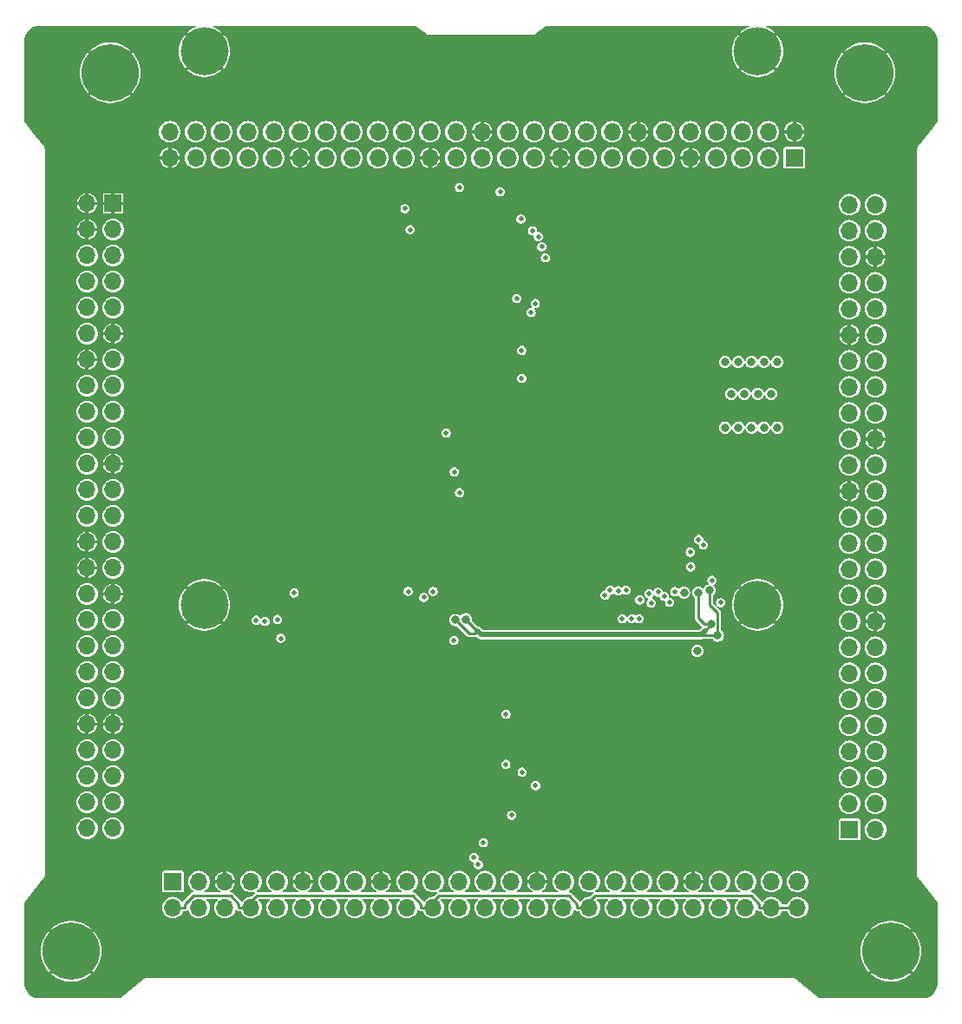
<source format=gbr>
%TF.GenerationSoftware,KiCad,Pcbnew,7.0.7*%
%TF.CreationDate,2024-02-27T20:23:58-08:00*%
%TF.ProjectId,PCBranch,50434272-616e-4636-982e-6b696361645f,rev?*%
%TF.SameCoordinates,Original*%
%TF.FileFunction,Copper,L2,Inr*%
%TF.FilePolarity,Positive*%
%FSLAX46Y46*%
G04 Gerber Fmt 4.6, Leading zero omitted, Abs format (unit mm)*
G04 Created by KiCad (PCBNEW 7.0.7) date 2024-02-27 20:23:58*
%MOMM*%
%LPD*%
G01*
G04 APERTURE LIST*
%TA.AperFunction,ComponentPad*%
%ADD10C,5.600000*%
%TD*%
%TA.AperFunction,ComponentPad*%
%ADD11C,4.700000*%
%TD*%
%TA.AperFunction,ComponentPad*%
%ADD12O,1.700000X1.700000*%
%TD*%
%TA.AperFunction,ComponentPad*%
%ADD13R,1.700000X1.700000*%
%TD*%
%TA.AperFunction,ViaPad*%
%ADD14C,0.800000*%
%TD*%
%TA.AperFunction,ViaPad*%
%ADD15C,0.500000*%
%TD*%
%TA.AperFunction,Conductor*%
%ADD16C,0.250000*%
%TD*%
%TA.AperFunction,Conductor*%
%ADD17C,0.500000*%
%TD*%
G04 APERTURE END LIST*
D10*
%TO.N,GND*%
%TO.C,H5*%
X8890000Y-5080000D03*
%TD*%
%TO.N,GND*%
%TO.C,H7*%
X85090000Y-90810000D03*
%TD*%
D11*
%TO.N,GND*%
%TO.C,H3*%
X72085000Y-57000000D03*
%TD*%
D10*
%TO.N,GND*%
%TO.C,H8*%
X5080000Y-90810000D03*
%TD*%
D11*
%TO.N,GND*%
%TO.C,H2*%
X72085000Y-3000000D03*
%TD*%
%TO.N,GND*%
%TO.C,H4*%
X18085000Y-57000000D03*
%TD*%
D10*
%TO.N,GND*%
%TO.C,H6*%
X82550000Y-5080000D03*
%TD*%
D11*
%TO.N,GND*%
%TO.C,H1*%
X18085000Y-3000000D03*
%TD*%
D12*
%TO.N,VSYS*%
%TO.C,J5*%
X14700000Y-10840000D03*
%TO.N,GND*%
X14700000Y-13380000D03*
%TO.N,VSYS*%
X17240000Y-10840000D03*
%TO.N,GPIO_AD_09*%
X17240000Y-13380000D03*
%TO.N,VSYS*%
X19780000Y-10840000D03*
%TO.N,GPIO_AD_08*%
X19780000Y-13380000D03*
%TO.N,VSYS*%
X22320000Y-10840000D03*
%TO.N,GPIO_AD_07*%
X22320000Y-13380000D03*
%TO.N,VSYS*%
X24860000Y-10840000D03*
%TO.N,GPIO_AD_06*%
X24860000Y-13380000D03*
%TO.N,VSYS*%
X27400000Y-10840000D03*
%TO.N,GND*%
X27400000Y-13380000D03*
%TO.N,GPIO_EMC_B2_20*%
X29940000Y-10840000D03*
%TO.N,BT_CFG_IO_EN*%
X29940000Y-13380000D03*
%TO.N,GPIO_EMC_B2_19*%
X32480000Y-10840000D03*
%TO.N,GPIO_AD_04*%
X32480000Y-13380000D03*
%TO.N,GPIO_EMC_B2_18*%
X35020000Y-10840000D03*
%TO.N,GPIO_AD_03*%
X35020000Y-13380000D03*
%TO.N,GPIO_EMC_B2_17*%
X37560000Y-10840000D03*
%TO.N,GPIO_AD_02*%
X37560000Y-13380000D03*
%TO.N,GPIO_EMC_B2_16*%
X40100000Y-10840000D03*
%TO.N,GND*%
X40100000Y-13380000D03*
%TO.N,GPIO_EMC_B2_15*%
X42640000Y-10840000D03*
%TO.N,GPIO_AD_01*%
X42640000Y-13380000D03*
%TO.N,GND*%
X45180000Y-10840000D03*
%TO.N,GPIO_AD_00*%
X45180000Y-13380000D03*
%TO.N,GPIO_EMC_B2_14*%
X47720000Y-10840000D03*
%TO.N,GPIO_LPSR_09*%
X47720000Y-13380000D03*
%TO.N,GPIO_EMC_B2_13*%
X50260000Y-10840000D03*
%TO.N,GPIO_LPSR_08*%
X50260000Y-13380000D03*
%TO.N,GPIO_EMC_B2_12*%
X52800000Y-10840000D03*
%TO.N,GND*%
X52800000Y-13380000D03*
%TO.N,GPIO_EMC_B2_11*%
X55340000Y-10840000D03*
%TO.N,GPIO_LPSR_07*%
X55340000Y-13380000D03*
%TO.N,GPIO_EMC_B2_10*%
X57880000Y-10840000D03*
%TO.N,GPIO_LPSR_06*%
X57880000Y-13380000D03*
%TO.N,GND*%
X60420000Y-10840000D03*
%TO.N,GPIO_LPSR_05*%
X60420000Y-13380000D03*
%TO.N,GPIO_EMC_B2_09*%
X62960000Y-10840000D03*
%TO.N,GPIO_LPSR_04*%
X62960000Y-13380000D03*
%TO.N,GPIO_EMC_B2_08*%
X65500000Y-10840000D03*
%TO.N,GND*%
X65500000Y-13380000D03*
%TO.N,GPIO_EMC_B2_07*%
X68040000Y-10840000D03*
%TO.N,GPIO_LPSR_03*%
X68040000Y-13380000D03*
%TO.N,GPIO_EMC_B2_06*%
X70580000Y-10840000D03*
%TO.N,GPIO_LPSR_02*%
X70580000Y-13380000D03*
%TO.N,GPIO_EMC_B2_05*%
X73120000Y-10840000D03*
%TO.N,GPIO_LPSR_01*%
X73120000Y-13380000D03*
%TO.N,GND*%
X75660000Y-10840000D03*
D13*
%TO.N,GPIO_LPSR_00*%
X75660000Y-13380000D03*
%TD*%
D12*
%TO.N,GPIO_AD_23*%
%TO.C,J4*%
X6640000Y-78800000D03*
%TO.N,VDD_3V3_LP*%
X9180000Y-78800000D03*
%TO.N,GPIO_AD_22*%
X6640000Y-76260000D03*
%TO.N,VDD_3V3_LP*%
X9180000Y-76260000D03*
%TO.N,LPUART1_RX_BOOT*%
X6640000Y-73720000D03*
%TO.N,VDD_3V3_LP*%
X9180000Y-73720000D03*
%TO.N,GPIO_AD_26*%
X6640000Y-71180000D03*
%TO.N,VDD_3V3_LP*%
X9180000Y-71180000D03*
%TO.N,GND*%
X6640000Y-68640000D03*
X9180000Y-68640000D03*
%TO.N,GPIO_AD_35*%
X6640000Y-66100000D03*
%TO.N,GPIO_AD_27*%
X9180000Y-66100000D03*
%TO.N,GPIO_AD_34*%
X6640000Y-63560000D03*
%TO.N,GPIO_AD_28*%
X9180000Y-63560000D03*
%TO.N,GPIO_AD_33*%
X6640000Y-61020000D03*
%TO.N,GPIO_AD_29*%
X9180000Y-61020000D03*
%TO.N,GPIO_AD_32*%
X6640000Y-58480000D03*
%TO.N,GPIO_AD_30*%
X9180000Y-58480000D03*
%TO.N,GPIO_AD_31*%
X6640000Y-55940000D03*
%TO.N,GND*%
X9180000Y-55940000D03*
X6640000Y-53400000D03*
%TO.N,GPIO_AD_21*%
X9180000Y-53400000D03*
%TO.N,GND*%
X6640000Y-50860000D03*
%TO.N,GPIO_AD_20*%
X9180000Y-50860000D03*
%TO.N,VSYS*%
X6640000Y-48320000D03*
%TO.N,GPIO_AD_19*%
X9180000Y-48320000D03*
%TO.N,VSYS*%
X6640000Y-45780000D03*
%TO.N,GPIO_AD_18*%
X9180000Y-45780000D03*
%TO.N,VSYS*%
X6640000Y-43240000D03*
%TO.N,GND*%
X9180000Y-43240000D03*
%TO.N,VSYS*%
X6640000Y-40700000D03*
%TO.N,GPIO_AD_17*%
X9180000Y-40700000D03*
%TO.N,VSYS*%
X6640000Y-38160000D03*
%TO.N,GPIO_AD_16*%
X9180000Y-38160000D03*
%TO.N,VSYS*%
X6640000Y-35620000D03*
%TO.N,GPIO_AD_15*%
X9180000Y-35620000D03*
%TO.N,GND*%
X6640000Y-33080000D03*
%TO.N,GPIO_AD_14*%
X9180000Y-33080000D03*
%TO.N,VSYS*%
X6640000Y-30540000D03*
%TO.N,GND*%
X9180000Y-30540000D03*
%TO.N,VSYS*%
X6640000Y-28000000D03*
%TO.N,GPIO_AD_13*%
X9180000Y-28000000D03*
%TO.N,VSYS*%
X6640000Y-25460000D03*
%TO.N,GPIO_AD_12*%
X9180000Y-25460000D03*
%TO.N,VSYS*%
X6640000Y-22920000D03*
%TO.N,GPIO_AD_11*%
X9180000Y-22920000D03*
%TO.N,GND*%
X6640000Y-20380000D03*
%TO.N,GPIO_AD_10*%
X9180000Y-20380000D03*
%TO.N,GND*%
X6640000Y-17840000D03*
D13*
X9180000Y-17840000D03*
%TD*%
D12*
%TO.N,GPIO_DISP_B2_01*%
%TO.C,J6*%
X83600000Y-17960000D03*
%TO.N,GPIO_EMC_B2_04*%
X81060000Y-17960000D03*
%TO.N,GPIO_DISP_B2_00*%
X83600000Y-20500000D03*
%TO.N,GPIO_EMC_B2_03*%
X81060000Y-20500000D03*
%TO.N,GND*%
X83600000Y-23040000D03*
%TO.N,GPIO_EMC_B2_02*%
X81060000Y-23040000D03*
%TO.N,GPIO_DISP_B1_11*%
X83600000Y-25580000D03*
%TO.N,GPIO_EMC_B2_01*%
X81060000Y-25580000D03*
%TO.N,GPIO_DISP_B1_10*%
X83600000Y-28120000D03*
%TO.N,GPIO_EMC_B2_00*%
X81060000Y-28120000D03*
%TO.N,GPIO_DISP_B1_09*%
X83600000Y-30660000D03*
%TO.N,GND*%
X81060000Y-30660000D03*
%TO.N,GPIO_DISP_B1_08*%
X83600000Y-33200000D03*
%TO.N,GPIO_SNVS_09*%
X81060000Y-33200000D03*
%TO.N,GPIO_DISP_B1_07*%
X83600000Y-35740000D03*
%TO.N,GPIO_SNVS_08*%
X81060000Y-35740000D03*
%TO.N,GPIO_DISP_B1_06*%
X83600000Y-38280000D03*
%TO.N,GPIO_SNVS_07*%
X81060000Y-38280000D03*
%TO.N,GND*%
X83600000Y-40820000D03*
%TO.N,GPIO_SNVS_06*%
X81060000Y-40820000D03*
%TO.N,GPIO_DISP_B1_05*%
X83600000Y-43360000D03*
%TO.N,GPIO_SNVS_05*%
X81060000Y-43360000D03*
%TO.N,GPIO_DISP_B1_04*%
X83600000Y-45900000D03*
%TO.N,GND*%
X81060000Y-45900000D03*
%TO.N,GPIO_DISP_B1_03*%
X83600000Y-48440000D03*
%TO.N,GPIO_SNVS_04*%
X81060000Y-48440000D03*
%TO.N,GPIO_DISP_B1_02*%
X83600000Y-50980000D03*
%TO.N,GPIO_SNVS_03*%
X81060000Y-50980000D03*
%TO.N,GPIO_DISP_B1_01*%
X83600000Y-53520000D03*
%TO.N,GPIO_SNVS_02*%
X81060000Y-53520000D03*
%TO.N,GPIO_DISP_B1_00*%
X83600000Y-56060000D03*
%TO.N,GPIO_SNVS_01*%
X81060000Y-56060000D03*
%TO.N,GND*%
X83600000Y-58600000D03*
%TO.N,GPIO_SNVS_00*%
X81060000Y-58600000D03*
%TO.N,VDD_3V3*%
X83600000Y-61140000D03*
X81060000Y-61140000D03*
X83600000Y-63680000D03*
X81060000Y-63680000D03*
X83600000Y-66220000D03*
X81060000Y-66220000D03*
X83600000Y-68760000D03*
X81060000Y-68760000D03*
%TO.N,VDD_1V8*%
X83600000Y-71300000D03*
X81060000Y-71300000D03*
X83600000Y-73840000D03*
X81060000Y-73840000D03*
X83600000Y-76380000D03*
X81060000Y-76380000D03*
X83600000Y-78920000D03*
D13*
X81060000Y-78920000D03*
%TD*%
D12*
%TO.N,Net-(J7-Pin_2)*%
%TO.C,J7*%
X75980000Y-86540000D03*
%TO.N,GPIO_DISP_B2_02*%
X75980000Y-84000000D03*
%TO.N,Net-(J7-Pin_2)*%
X73440000Y-86540000D03*
%TO.N,GPIO_DISP_B2_03*%
X73440000Y-84000000D03*
%TO.N,ONOFF*%
X70900000Y-86540000D03*
%TO.N,GPIO_DISP_B2_04*%
X70900000Y-84000000D03*
%TO.N,PMIC_STBY_REQ*%
X68360000Y-86540000D03*
%TO.N,GPIO_DISP_B2_05*%
X68360000Y-84000000D03*
%TO.N,WAKEUP*%
X65820000Y-86540000D03*
%TO.N,GND*%
X65820000Y-84000000D03*
%TO.N,PMIC_ON_REQ*%
X63280000Y-86540000D03*
%TO.N,GPIO_DISP_B2_06*%
X63280000Y-84000000D03*
%TO.N,DAC_OUT*%
X60740000Y-86540000D03*
%TO.N,GPIO_DISP_B2_07*%
X60740000Y-84000000D03*
%TO.N,EN_ADCS*%
X58200000Y-86540000D03*
%TO.N,GPIO_DISP_B2_08*%
X58200000Y-84000000D03*
%TO.N,Net-(J7-Pin_2)*%
X55660000Y-86540000D03*
%TO.N,GPIO_DISP_B2_09*%
X55660000Y-84000000D03*
%TO.N,GPIO_SD_B1_00*%
X53120000Y-86540000D03*
%TO.N,GPIO_DISP_B2_10*%
X53120000Y-84000000D03*
%TO.N,GPIO_SD_B1_01*%
X50580000Y-86540000D03*
%TO.N,GND*%
X50580000Y-84000000D03*
%TO.N,GPIO_SD_B1_03*%
X48040000Y-86540000D03*
%TO.N,GPIO_DISP_B2_11*%
X48040000Y-84000000D03*
%TO.N,GPIO_SD_B1_04*%
X45500000Y-86540000D03*
%TO.N,GPIO_DISP_B2_12*%
X45500000Y-84000000D03*
%TO.N,GPIO_SD_B1_05*%
X42960000Y-86540000D03*
%TO.N,GPIO_DISP_B2_13*%
X42960000Y-84000000D03*
%TO.N,Net-(J7-Pin_2)*%
X40420000Y-86540000D03*
%TO.N,GPIO_DISP_B2_14*%
X40420000Y-84000000D03*
%TO.N,USDHC2_DATA3*%
X37880000Y-86540000D03*
%TO.N,GPIO_DISP_B2_15*%
X37880000Y-84000000D03*
%TO.N,USDHC2_DATA2*%
X35340000Y-86540000D03*
%TO.N,GND*%
X35340000Y-84000000D03*
%TO.N,USDHC2_DATA1*%
X32800000Y-86540000D03*
%TO.N,unconnected-(J7-Pin_15-Pad15)*%
X32800000Y-84000000D03*
%TO.N,USDHC2_DATA0*%
X30260000Y-86540000D03*
%TO.N,unconnected-(J7-Pin_13-Pad13)*%
X30260000Y-84000000D03*
%TO.N,USDHC2_CLK*%
X27720000Y-86540000D03*
%TO.N,GND*%
X27720000Y-84000000D03*
%TO.N,USDHC2_CMD*%
X25180000Y-86540000D03*
%TO.N,unconnected-(J7-Pin_9-Pad9)*%
X25180000Y-84000000D03*
%TO.N,Net-(J7-Pin_2)*%
X22640000Y-86540000D03*
%TO.N,unconnected-(J7-Pin_7-Pad7)*%
X22640000Y-84000000D03*
%TO.N,GPIO_EMC_B1_40*%
X20100000Y-86540000D03*
%TO.N,GND*%
X20100000Y-84000000D03*
%TO.N,GPIO_EMC_B1_41*%
X17560000Y-86540000D03*
%TO.N,unconnected-(J7-Pin_3-Pad3)*%
X17560000Y-84000000D03*
%TO.N,Net-(J7-Pin_2)*%
X15020000Y-86540000D03*
D13*
%TO.N,unconnected-(J7-Pin_1-Pad1)*%
X15020000Y-84000000D03*
%TD*%
D14*
%TO.N,GND*%
X5250000Y-12650000D03*
X76350000Y-53900000D03*
X62300000Y-65850000D03*
X67350000Y-71450000D03*
X84000000Y-84450000D03*
X72300000Y-91050000D03*
X66050000Y-91050000D03*
X56600000Y-91050000D03*
X49550000Y-91050000D03*
X44100000Y-91100000D03*
X12950000Y-90550000D03*
X17100000Y-90550000D03*
X23750000Y-90550000D03*
X32150000Y-90450000D03*
X32700000Y-74700000D03*
X38050000Y-81300000D03*
X27450000Y-74500000D03*
X24000000Y-78500000D03*
X15100000Y-80600000D03*
X9400000Y-84150000D03*
X23050000Y-7800000D03*
X9650000Y-11400000D03*
X81550000Y-11850000D03*
X65950000Y-6800000D03*
X61050000Y-6800000D03*
X53350000Y-6800000D03*
X47400000Y-6800000D03*
X41650000Y-6800000D03*
X34150000Y-6800000D03*
X27400000Y-6300000D03*
X28300000Y-32700000D03*
X26300000Y-29800000D03*
X23050000Y-26700000D03*
X19700000Y-22900000D03*
X17000000Y-20000000D03*
D15*
%TO.N,GPIO_DISP_B1_04*%
X61700000Y-56800000D03*
D14*
%TO.N,VSYS*%
X72100000Y-36400000D03*
X68900000Y-33300000D03*
X68900000Y-39700000D03*
X74000000Y-33300000D03*
X70800000Y-36400000D03*
X69500000Y-36400000D03*
X70200000Y-33300000D03*
X72700000Y-39700000D03*
X73400000Y-36400000D03*
X72700000Y-33300000D03*
X74000000Y-39700000D03*
X71500000Y-33300000D03*
X71500000Y-39700000D03*
X70200000Y-39700000D03*
D15*
%TO.N,GPIO_LPSR_00*%
X42990400Y-46048000D03*
D14*
%TO.N,VDD_3V3*%
X67400000Y-55600000D03*
X66300000Y-55800000D03*
X43600000Y-58400000D03*
X68200000Y-60000000D03*
X42621581Y-58478419D03*
X67600000Y-58900000D03*
D15*
%TO.N,GPIO_LPSR_01*%
X42485000Y-44015000D03*
%TO.N,GPIO_LPSR_02*%
X49061300Y-34898700D03*
%TO.N,ONOFF*%
X42435600Y-60471600D03*
%TO.N,GPIO_LPSR_03*%
X41685000Y-40233000D03*
%TO.N,PMIC_STBY_REQ*%
X47528800Y-67655100D03*
%TO.N,WAKEUP*%
X40403800Y-55690400D03*
%TO.N,GPIO_LPSR_04*%
X48584800Y-27098100D03*
%TO.N,PMIC_ON_REQ*%
X39510000Y-56278300D03*
%TO.N,GPIO_LPSR_05*%
X50700400Y-21078000D03*
%TO.N,DAC_OUT*%
X47502700Y-72556900D03*
%TO.N,GPIO_LPSR_06*%
X50126100Y-20503700D03*
%TO.N,EN_ADCS*%
X48072100Y-77526700D03*
%TO.N,GPIO_LPSR_07*%
X48990300Y-19358100D03*
%TO.N,GPIO_SD_B1_00*%
X45322300Y-80210700D03*
%TO.N,GPIO_LPSR_08*%
X46958300Y-16681700D03*
%TO.N,GPIO_SD_B1_01*%
X44399400Y-81654300D03*
%TO.N,GPIO_SD_B1_03*%
X37980900Y-55688800D03*
%TO.N,GPIO_AD_00*%
X38171000Y-20389000D03*
%TO.N,GPIO_AD_01*%
X37673200Y-18346900D03*
%TO.N,GPIO_AD_31*%
X26848800Y-55834700D03*
%TO.N,GPIO_AD_32*%
X25222700Y-58423000D03*
%TO.N,GPIO_AD_33*%
X25546300Y-60263400D03*
%TO.N,GPIO_AD_34*%
X23994600Y-58607800D03*
%TO.N,GPIO_AD_35*%
X23149200Y-58491600D03*
D14*
%TO.N,VDD_1V8*%
X64900000Y-55800000D03*
X66200000Y-61500000D03*
D15*
%TO.N,GPIO_SNVS_00*%
X63999665Y-55699665D03*
%TO.N,GPIO_SNVS_01*%
X67637500Y-54598600D03*
%TO.N,GPIO_DISP_B1_00*%
X63491700Y-56736400D03*
%TO.N,GPIO_SNVS_02*%
X65550500Y-53302800D03*
%TO.N,GPIO_DISP_B1_01*%
X62983300Y-56150200D03*
%TO.N,GPIO_SNVS_03*%
X65506900Y-51867500D03*
%TO.N,GPIO_DISP_B1_02*%
X62367700Y-55762800D03*
%TO.N,GPIO_SNVS_04*%
X66801800Y-51151800D03*
%TO.N,GPIO_DISP_B1_03*%
X61500000Y-55900000D03*
%TO.N,GPIO_DISP_B1_04*%
X68479800Y-56779800D03*
%TO.N,GPIO_SNVS_05*%
X66327400Y-50620300D03*
%TO.N,GPIO_DISP_B1_05*%
X60584500Y-56511855D03*
%TO.N,GPIO_DISP_B1_06*%
X60504900Y-58351800D03*
%TO.N,GPIO_DISP_B1_07*%
X59797500Y-58348200D03*
%TO.N,GPIO_DISP_B1_09*%
X59241400Y-55562700D03*
%TO.N,GPIO_DISP_B1_10*%
X58885000Y-58352000D03*
%TO.N,GPIO_DISP_B1_11*%
X58485000Y-55616500D03*
%TO.N,GPIO_DISP_B2_00*%
X57685000Y-55559200D03*
%TO.N,GPIO_DISP_B2_01*%
X57185900Y-56052800D03*
%TO.N,GPIO_DISP_B2_13*%
X44830200Y-82352000D03*
%TO.N,GPIO_EMC_B2_16*%
X51383500Y-23133200D03*
X42992500Y-16272700D03*
%TO.N,GPIO_DISP_B2_14*%
X50408100Y-74633800D03*
%TO.N,GPIO_EMC_B2_17*%
X51026400Y-22066700D03*
%TO.N,GPIO_DISP_B2_15*%
X49105500Y-73314700D03*
%TO.N,GPIO_EMC_B2_18*%
X50385100Y-27602700D03*
%TO.N,GPIO_EMC_B2_19*%
X49979700Y-28469700D03*
%TO.N,GPIO_EMC_B2_20*%
X49047400Y-32161800D03*
%TO.N,GND*%
X22800000Y-54200000D03*
X24700000Y-53500000D03*
D14*
X50500000Y-56400000D03*
X48100000Y-58800000D03*
X48100000Y-55600000D03*
X49300000Y-58800000D03*
%TD*%
D16*
%TO.N,VDD_3V3*%
X67400000Y-57000000D02*
X68200000Y-57800000D01*
X43943162Y-59800000D02*
X42621581Y-58478419D01*
X67400000Y-55600000D02*
X67400000Y-57000000D01*
X44450000Y-59800000D02*
X43943162Y-59800000D01*
X68200000Y-57800000D02*
X68200000Y-60000000D01*
X68200000Y-60000000D02*
X66700000Y-60000000D01*
X66300000Y-58300000D02*
X66900000Y-58900000D01*
D17*
X66600000Y-59900000D02*
X66975000Y-59525000D01*
D16*
X66700000Y-60000000D02*
X66600000Y-59900000D01*
D17*
X44725000Y-59525000D02*
X45100000Y-59900000D01*
D16*
X66900000Y-58900000D02*
X67600000Y-58900000D01*
X43600000Y-58400000D02*
X44725000Y-59525000D01*
D17*
X45100000Y-59900000D02*
X66600000Y-59900000D01*
D16*
X44725000Y-59525000D02*
X44450000Y-59800000D01*
X66975000Y-59525000D02*
X67600000Y-58900000D01*
X66300000Y-55800000D02*
X66300000Y-58300000D01*
%TO.N,Net-(J7-Pin_2)*%
X20638300Y-85349400D02*
X21463100Y-86174200D01*
X16196900Y-86172200D02*
X17019700Y-85349400D01*
X72263100Y-86540000D02*
X73440000Y-86540000D01*
X54483100Y-86540000D02*
X54483100Y-86174200D01*
X39243100Y-86174200D02*
X39243100Y-86540000D01*
X22640000Y-86540000D02*
X22051600Y-86540000D01*
X21463100Y-86174200D02*
X21463100Y-86540000D01*
X55071600Y-86540000D02*
X54483100Y-86540000D01*
X40420000Y-86540000D02*
X39831600Y-86540000D01*
X55071600Y-86540000D02*
X56262200Y-85349400D01*
X73440000Y-86540000D02*
X75980000Y-86540000D01*
X16196900Y-86540000D02*
X16196900Y-86172200D01*
X55660000Y-86540000D02*
X55071600Y-86540000D01*
X56262200Y-85349400D02*
X71438300Y-85349400D01*
X22051600Y-86540000D02*
X23242200Y-85349400D01*
X71438300Y-85349400D02*
X72263100Y-86174200D01*
X23242200Y-85349400D02*
X38418300Y-85349400D01*
X15020000Y-86540000D02*
X16196900Y-86540000D01*
X39243100Y-86540000D02*
X39831600Y-86540000D01*
X41022200Y-85349400D02*
X39831600Y-86540000D01*
X72263100Y-86174200D02*
X72263100Y-86540000D01*
X53658300Y-85349400D02*
X41022200Y-85349400D01*
X17019700Y-85349400D02*
X20638300Y-85349400D01*
X21463100Y-86540000D02*
X22051600Y-86540000D01*
X38418300Y-85349400D02*
X39243100Y-86174200D01*
X54483100Y-86174200D02*
X53658300Y-85349400D01*
%TD*%
%TA.AperFunction,Conductor*%
%TO.N,GND*%
G36*
X17254442Y-518093D02*
G01*
X17280162Y-562642D01*
X17271229Y-613300D01*
X17233787Y-645619D01*
X17017427Y-731282D01*
X17017411Y-731289D01*
X16741500Y-882972D01*
X16741499Y-882973D01*
X16486761Y-1068051D01*
X16486752Y-1068058D01*
X16436095Y-1115628D01*
X16436095Y-1115629D01*
X17194964Y-1874498D01*
X17216704Y-1921118D01*
X17203390Y-1970805D01*
X17194964Y-1980846D01*
X17065846Y-2109964D01*
X17019226Y-2131704D01*
X16969539Y-2118390D01*
X16959498Y-2109964D01*
X16201043Y-1351509D01*
X16056511Y-1526219D01*
X16056505Y-1526228D01*
X15887799Y-1792065D01*
X15887790Y-1792082D01*
X15753730Y-2076976D01*
X15753721Y-2076998D01*
X15656426Y-2376439D01*
X15656426Y-2376442D01*
X15597424Y-2685739D01*
X15577652Y-3000000D01*
X15597424Y-3314260D01*
X15656426Y-3623557D01*
X15656426Y-3623560D01*
X15753721Y-3923001D01*
X15753730Y-3923023D01*
X15887790Y-4207917D01*
X15887799Y-4207934D01*
X16056505Y-4473771D01*
X16056511Y-4473780D01*
X16201043Y-4648488D01*
X16959497Y-3890034D01*
X17006117Y-3868294D01*
X17055804Y-3881608D01*
X17065845Y-3890034D01*
X17194964Y-4019153D01*
X17216704Y-4065773D01*
X17203390Y-4115460D01*
X17194964Y-4125501D01*
X16436094Y-4884370D01*
X16486761Y-4931949D01*
X16741499Y-5117026D01*
X16741500Y-5117027D01*
X17017411Y-5268710D01*
X17017427Y-5268717D01*
X17310182Y-5384628D01*
X17310199Y-5384633D01*
X17615157Y-5462933D01*
X17615181Y-5462937D01*
X17927564Y-5502400D01*
X18242436Y-5502400D01*
X18554818Y-5462937D01*
X18554842Y-5462933D01*
X18859800Y-5384633D01*
X18859817Y-5384628D01*
X19152572Y-5268717D01*
X19152588Y-5268710D01*
X19428499Y-5117027D01*
X19428500Y-5117026D01*
X19683243Y-4931945D01*
X19733903Y-4884371D01*
X19733904Y-4884370D01*
X18975035Y-4125501D01*
X18953295Y-4078881D01*
X18966609Y-4029194D01*
X18975035Y-4019153D01*
X19104153Y-3890035D01*
X19150773Y-3868295D01*
X19200460Y-3881609D01*
X19210501Y-3890035D01*
X19968955Y-4648489D01*
X20113488Y-4473781D01*
X20282200Y-4207934D01*
X20282209Y-4207917D01*
X20416269Y-3923023D01*
X20416278Y-3923001D01*
X20513573Y-3623560D01*
X20513573Y-3623557D01*
X20572575Y-3314260D01*
X20592347Y-3000000D01*
X20572575Y-2685739D01*
X20513573Y-2376442D01*
X20513573Y-2376439D01*
X20416278Y-2076998D01*
X20416269Y-2076976D01*
X20282209Y-1792082D01*
X20282200Y-1792065D01*
X20113494Y-1526228D01*
X20113488Y-1526219D01*
X19968954Y-1351509D01*
X19210501Y-2109964D01*
X19163881Y-2131704D01*
X19114194Y-2118390D01*
X19104153Y-2109964D01*
X18975034Y-1980845D01*
X18953294Y-1934225D01*
X18966608Y-1884538D01*
X18975034Y-1874497D01*
X19733904Y-1115628D01*
X19683238Y-1068050D01*
X19428500Y-882973D01*
X19428499Y-882972D01*
X19152588Y-731289D01*
X19152572Y-731282D01*
X18936213Y-645619D01*
X18897746Y-611467D01*
X18890232Y-560579D01*
X18917186Y-516766D01*
X18963896Y-500500D01*
X38622867Y-500500D01*
X38666119Y-514183D01*
X39774845Y-1293759D01*
X39777831Y-1296093D01*
X39811627Y-1325377D01*
X39865991Y-1350204D01*
X39867600Y-1350939D01*
X39919068Y-1377085D01*
X39922478Y-1378817D01*
X39923615Y-1379029D01*
X39923839Y-1379071D01*
X39941278Y-1384587D01*
X39942543Y-1385165D01*
X40003463Y-1393923D01*
X40063960Y-1405209D01*
X40063962Y-1405208D01*
X40063963Y-1405209D01*
X40076288Y-1403957D01*
X40108459Y-1400691D01*
X40112244Y-1400500D01*
X50058755Y-1400500D01*
X50062416Y-1400679D01*
X50077338Y-1402137D01*
X50107907Y-1405127D01*
X50166653Y-1393942D01*
X50168270Y-1393673D01*
X50227457Y-1385165D01*
X50229688Y-1384145D01*
X50246877Y-1378672D01*
X50249290Y-1378213D01*
X50302499Y-1350934D01*
X50304009Y-1350204D01*
X50318556Y-1343560D01*
X50358373Y-1325377D01*
X50392921Y-1295440D01*
X50395787Y-1293190D01*
X51319510Y-638585D01*
X51494828Y-514344D01*
X51538308Y-500500D01*
X71206104Y-500500D01*
X71254442Y-518093D01*
X71280162Y-562642D01*
X71271229Y-613300D01*
X71233787Y-645619D01*
X71017427Y-731282D01*
X71017411Y-731289D01*
X70741500Y-882972D01*
X70741499Y-882973D01*
X70486761Y-1068051D01*
X70486752Y-1068058D01*
X70436095Y-1115628D01*
X70436095Y-1115629D01*
X71194964Y-1874498D01*
X71216704Y-1921118D01*
X71203390Y-1970805D01*
X71194964Y-1980846D01*
X71065846Y-2109964D01*
X71019226Y-2131704D01*
X70969539Y-2118390D01*
X70959498Y-2109964D01*
X70201043Y-1351509D01*
X70056511Y-1526219D01*
X70056505Y-1526228D01*
X69887799Y-1792065D01*
X69887790Y-1792082D01*
X69753730Y-2076976D01*
X69753721Y-2076998D01*
X69656426Y-2376439D01*
X69656426Y-2376442D01*
X69597424Y-2685739D01*
X69577652Y-2999999D01*
X69597424Y-3314260D01*
X69656426Y-3623557D01*
X69656426Y-3623560D01*
X69753721Y-3923001D01*
X69753730Y-3923023D01*
X69887790Y-4207917D01*
X69887799Y-4207934D01*
X70056505Y-4473771D01*
X70056511Y-4473780D01*
X70201043Y-4648488D01*
X70959497Y-3890034D01*
X71006117Y-3868294D01*
X71055804Y-3881608D01*
X71065845Y-3890034D01*
X71194964Y-4019153D01*
X71216704Y-4065773D01*
X71203390Y-4115460D01*
X71194964Y-4125501D01*
X70436094Y-4884370D01*
X70486761Y-4931949D01*
X70741499Y-5117026D01*
X70741500Y-5117027D01*
X71017411Y-5268710D01*
X71017427Y-5268717D01*
X71310182Y-5384628D01*
X71310199Y-5384633D01*
X71615157Y-5462933D01*
X71615181Y-5462937D01*
X71927564Y-5502400D01*
X72242436Y-5502400D01*
X72554818Y-5462937D01*
X72554842Y-5462933D01*
X72859800Y-5384633D01*
X72859817Y-5384628D01*
X73152572Y-5268717D01*
X73152588Y-5268710D01*
X73428499Y-5117027D01*
X73428500Y-5117026D01*
X73479463Y-5079999D01*
X79592597Y-5079999D01*
X79612593Y-5423331D01*
X79672312Y-5762017D01*
X79770952Y-6091497D01*
X79907169Y-6407282D01*
X80079123Y-6705116D01*
X80284495Y-6980977D01*
X80284498Y-6980981D01*
X80347146Y-7047386D01*
X81249138Y-6145393D01*
X81295758Y-6123653D01*
X81345445Y-6136967D01*
X81359493Y-6149727D01*
X81376072Y-6169139D01*
X81415129Y-6214870D01*
X81450556Y-6245126D01*
X81480269Y-6270504D01*
X81505600Y-6315274D01*
X81496226Y-6365852D01*
X81484605Y-6380860D01*
X80582396Y-7283068D01*
X80783949Y-7452193D01*
X80783957Y-7452199D01*
X81071298Y-7641186D01*
X81378635Y-7795535D01*
X81378640Y-7795538D01*
X81701806Y-7913160D01*
X82036443Y-7992471D01*
X82036454Y-7992473D01*
X82378034Y-8032399D01*
X82378035Y-8032400D01*
X82721965Y-8032400D01*
X82721965Y-8032399D01*
X83063545Y-7992473D01*
X83063556Y-7992471D01*
X83398193Y-7913160D01*
X83721359Y-7795538D01*
X83721364Y-7795535D01*
X84028701Y-7641186D01*
X84316042Y-7452199D01*
X84316050Y-7452193D01*
X84517602Y-7283068D01*
X83615394Y-6380861D01*
X83593654Y-6334241D01*
X83606968Y-6284554D01*
X83619727Y-6270506D01*
X83684870Y-6214870D01*
X83740505Y-6149729D01*
X83785275Y-6124399D01*
X83835853Y-6133773D01*
X83850861Y-6145394D01*
X84752853Y-7047386D01*
X84815495Y-6980988D01*
X84815503Y-6980979D01*
X85020876Y-6705116D01*
X85192830Y-6407282D01*
X85329047Y-6091497D01*
X85427687Y-5762017D01*
X85487406Y-5423331D01*
X85507402Y-5079999D01*
X85487406Y-4736668D01*
X85427687Y-4397982D01*
X85329047Y-4068502D01*
X85192830Y-3752717D01*
X85020876Y-3454883D01*
X84815503Y-3179020D01*
X84815495Y-3179011D01*
X84752852Y-3112612D01*
X83850860Y-4014605D01*
X83804240Y-4036345D01*
X83754553Y-4023031D01*
X83740506Y-4010271D01*
X83715126Y-3980556D01*
X83684870Y-3945129D01*
X83639139Y-3906072D01*
X83619728Y-3889494D01*
X83594398Y-3844724D01*
X83603772Y-3794146D01*
X83615393Y-3779138D01*
X84517602Y-2876930D01*
X84316050Y-2707806D01*
X84316042Y-2707800D01*
X84028701Y-2518813D01*
X83721364Y-2364464D01*
X83721359Y-2364461D01*
X83398193Y-2246839D01*
X83063556Y-2167528D01*
X83063545Y-2167526D01*
X82721966Y-2127600D01*
X82378034Y-2127600D01*
X82036454Y-2167526D01*
X82036443Y-2167528D01*
X81701806Y-2246839D01*
X81378640Y-2364461D01*
X81378635Y-2364464D01*
X81071298Y-2518813D01*
X80783958Y-2707800D01*
X80582396Y-2876930D01*
X81484605Y-3779138D01*
X81506345Y-3825758D01*
X81493031Y-3875445D01*
X81480270Y-3889494D01*
X81415129Y-3945129D01*
X81359494Y-4010270D01*
X81314723Y-4035600D01*
X81264145Y-4026225D01*
X81249138Y-4014605D01*
X80347146Y-3112612D01*
X80347146Y-3112613D01*
X80284500Y-3179015D01*
X80079123Y-3454883D01*
X79907169Y-3752717D01*
X79770952Y-4068502D01*
X79672312Y-4397982D01*
X79612593Y-4736668D01*
X79592597Y-5079999D01*
X73479463Y-5079999D01*
X73683243Y-4931945D01*
X73733903Y-4884371D01*
X73733904Y-4884370D01*
X72975035Y-4125501D01*
X72953295Y-4078881D01*
X72966609Y-4029194D01*
X72975035Y-4019153D01*
X73104153Y-3890035D01*
X73150773Y-3868295D01*
X73200460Y-3881609D01*
X73210501Y-3890035D01*
X73968955Y-4648489D01*
X74113488Y-4473781D01*
X74282200Y-4207934D01*
X74282209Y-4207917D01*
X74416269Y-3923023D01*
X74416278Y-3923001D01*
X74513573Y-3623560D01*
X74513573Y-3623557D01*
X74572575Y-3314260D01*
X74592347Y-2999999D01*
X74572575Y-2685739D01*
X74513573Y-2376442D01*
X74513573Y-2376439D01*
X74416278Y-2076998D01*
X74416269Y-2076976D01*
X74282209Y-1792082D01*
X74282200Y-1792065D01*
X74113494Y-1526228D01*
X74113488Y-1526219D01*
X73968954Y-1351509D01*
X73210501Y-2109964D01*
X73163881Y-2131704D01*
X73114194Y-2118390D01*
X73104153Y-2109964D01*
X72975034Y-1980845D01*
X72953294Y-1934225D01*
X72966608Y-1884538D01*
X72975034Y-1874497D01*
X73733904Y-1115628D01*
X73683238Y-1068050D01*
X73428500Y-882973D01*
X73428499Y-882972D01*
X73152588Y-731289D01*
X73152572Y-731282D01*
X72936213Y-645619D01*
X72897746Y-611467D01*
X72890232Y-560579D01*
X72917186Y-516766D01*
X72963896Y-500500D01*
X88104108Y-500500D01*
X88168661Y-500500D01*
X88171339Y-500595D01*
X88378039Y-515379D01*
X88388640Y-516902D01*
X88587213Y-560099D01*
X88597488Y-563116D01*
X88727121Y-611467D01*
X88787877Y-634128D01*
X88797636Y-638585D01*
X88975968Y-735961D01*
X88984995Y-741762D01*
X89147664Y-863535D01*
X89155772Y-870562D01*
X89299437Y-1014227D01*
X89306464Y-1022335D01*
X89428237Y-1185004D01*
X89434038Y-1194031D01*
X89531414Y-1372363D01*
X89535871Y-1382122D01*
X89606882Y-1572508D01*
X89609902Y-1582795D01*
X89653094Y-1781343D01*
X89654620Y-1791963D01*
X89669404Y-1998653D01*
X89669500Y-2001336D01*
X89669500Y-9798055D01*
X89653021Y-9845032D01*
X89121685Y-10509202D01*
X87785311Y-12179669D01*
X87744626Y-12226624D01*
X87744623Y-12226627D01*
X87726313Y-12266717D01*
X87724515Y-12270168D01*
X87702159Y-12308155D01*
X87702157Y-12308160D01*
X87697423Y-12326987D01*
X87692899Y-12339885D01*
X87684834Y-12357543D01*
X87684834Y-12357544D01*
X87678560Y-12401177D01*
X87677808Y-12404995D01*
X87671190Y-12431317D01*
X87667062Y-12447738D01*
X87667062Y-12447739D01*
X87667062Y-12447740D01*
X87669500Y-12509815D01*
X87669500Y-83380184D01*
X87667062Y-83442260D01*
X87667062Y-83442263D01*
X87677808Y-83485003D01*
X87678560Y-83488821D01*
X87684833Y-83532450D01*
X87684834Y-83532455D01*
X87684835Y-83532457D01*
X87684836Y-83532459D01*
X87692899Y-83550115D01*
X87697423Y-83563012D01*
X87702158Y-83581840D01*
X87702160Y-83581845D01*
X87724515Y-83619829D01*
X87726313Y-83623282D01*
X87744623Y-83663373D01*
X87749674Y-83669202D01*
X87785311Y-83710330D01*
X89653020Y-86044966D01*
X89669499Y-86091943D01*
X89669500Y-93824108D01*
X89669500Y-93888662D01*
X89669404Y-93891345D01*
X89654620Y-94098036D01*
X89653094Y-94108656D01*
X89609905Y-94307196D01*
X89606882Y-94317491D01*
X89535871Y-94507877D01*
X89531414Y-94517636D01*
X89434038Y-94695968D01*
X89428237Y-94704995D01*
X89306464Y-94867664D01*
X89299437Y-94875772D01*
X89155772Y-95019437D01*
X89147664Y-95026464D01*
X88984995Y-95148237D01*
X88975968Y-95154038D01*
X88797636Y-95251414D01*
X88787877Y-95255871D01*
X88597491Y-95326882D01*
X88587200Y-95329903D01*
X88388654Y-95373094D01*
X88378036Y-95374620D01*
X88215967Y-95386212D01*
X88171339Y-95389404D01*
X88168662Y-95389500D01*
X78201943Y-95389500D01*
X78154966Y-95373021D01*
X78097292Y-95326882D01*
X75820330Y-93505311D01*
X75773373Y-93464623D01*
X75733282Y-93446313D01*
X75729829Y-93444515D01*
X75691845Y-93422160D01*
X75691840Y-93422158D01*
X75673012Y-93417423D01*
X75660115Y-93412899D01*
X75642459Y-93404836D01*
X75642457Y-93404835D01*
X75642455Y-93404834D01*
X75642450Y-93404833D01*
X75598821Y-93398560D01*
X75595003Y-93397808D01*
X75561958Y-93389500D01*
X75552262Y-93387062D01*
X75552261Y-93387062D01*
X75490185Y-93389500D01*
X12509814Y-93389500D01*
X12447737Y-93387062D01*
X12447731Y-93387062D01*
X12404995Y-93397808D01*
X12401176Y-93398560D01*
X12357544Y-93404834D01*
X12339885Y-93412899D01*
X12326987Y-93417423D01*
X12308160Y-93422157D01*
X12308155Y-93422159D01*
X12270168Y-93444515D01*
X12266717Y-93446313D01*
X12226627Y-93464623D01*
X12179669Y-93505311D01*
X9900360Y-95328760D01*
X9845034Y-95373021D01*
X9798057Y-95389500D01*
X2001338Y-95389500D01*
X1998660Y-95389404D01*
X1950256Y-95385942D01*
X1791963Y-95374620D01*
X1781347Y-95373094D01*
X1582795Y-95329902D01*
X1572508Y-95326882D01*
X1382122Y-95255871D01*
X1372363Y-95251414D01*
X1194031Y-95154038D01*
X1185004Y-95148237D01*
X1022335Y-95026464D01*
X1014227Y-95019437D01*
X870562Y-94875772D01*
X863535Y-94867664D01*
X741762Y-94704995D01*
X735961Y-94695968D01*
X638585Y-94517636D01*
X634128Y-94507877D01*
X563117Y-94317491D01*
X560099Y-94307213D01*
X516902Y-94108640D01*
X515379Y-94098036D01*
X500596Y-93891345D01*
X500500Y-93888661D01*
X500500Y-90810000D01*
X2122597Y-90810000D01*
X2142593Y-91153331D01*
X2202312Y-91492017D01*
X2300952Y-91821497D01*
X2437169Y-92137282D01*
X2609123Y-92435116D01*
X2814495Y-92710977D01*
X2814498Y-92710981D01*
X2877146Y-92777386D01*
X3779138Y-91875393D01*
X3825758Y-91853653D01*
X3875445Y-91866967D01*
X3889493Y-91879727D01*
X3906072Y-91899139D01*
X3945129Y-91944870D01*
X3980556Y-91975126D01*
X4010269Y-92000504D01*
X4035600Y-92045274D01*
X4026226Y-92095852D01*
X4014605Y-92110860D01*
X3112396Y-93013068D01*
X3313949Y-93182193D01*
X3313957Y-93182199D01*
X3601298Y-93371186D01*
X3908635Y-93525535D01*
X3908640Y-93525538D01*
X4231806Y-93643160D01*
X4566443Y-93722471D01*
X4566454Y-93722473D01*
X4908034Y-93762399D01*
X4908035Y-93762400D01*
X5251965Y-93762400D01*
X5251965Y-93762399D01*
X5593545Y-93722473D01*
X5593556Y-93722471D01*
X5928193Y-93643160D01*
X6251359Y-93525538D01*
X6251364Y-93525535D01*
X6558701Y-93371186D01*
X6846042Y-93182199D01*
X6846050Y-93182193D01*
X7047602Y-93013068D01*
X6145394Y-92110861D01*
X6123654Y-92064241D01*
X6136968Y-92014554D01*
X6149727Y-92000506D01*
X6214870Y-91944870D01*
X6270505Y-91879729D01*
X6315275Y-91854399D01*
X6365853Y-91863773D01*
X6380861Y-91875394D01*
X7282853Y-92777386D01*
X7345495Y-92710988D01*
X7345503Y-92710979D01*
X7550876Y-92435116D01*
X7722830Y-92137282D01*
X7859047Y-91821497D01*
X7957687Y-91492017D01*
X8017406Y-91153331D01*
X8037402Y-90810000D01*
X82132597Y-90810000D01*
X82152593Y-91153331D01*
X82212312Y-91492017D01*
X82310952Y-91821497D01*
X82447169Y-92137282D01*
X82619123Y-92435116D01*
X82824495Y-92710977D01*
X82824498Y-92710981D01*
X82887146Y-92777386D01*
X83789138Y-91875393D01*
X83835758Y-91853653D01*
X83885445Y-91866967D01*
X83899493Y-91879727D01*
X83916072Y-91899139D01*
X83955129Y-91944870D01*
X83990556Y-91975126D01*
X84020269Y-92000504D01*
X84045600Y-92045274D01*
X84036226Y-92095852D01*
X84024605Y-92110860D01*
X83122396Y-93013068D01*
X83323949Y-93182193D01*
X83323957Y-93182199D01*
X83611298Y-93371186D01*
X83918635Y-93525535D01*
X83918640Y-93525538D01*
X84241806Y-93643160D01*
X84576443Y-93722471D01*
X84576454Y-93722473D01*
X84918034Y-93762399D01*
X84918035Y-93762400D01*
X85261965Y-93762400D01*
X85261965Y-93762399D01*
X85603545Y-93722473D01*
X85603556Y-93722471D01*
X85938193Y-93643160D01*
X86261359Y-93525538D01*
X86261364Y-93525535D01*
X86568701Y-93371186D01*
X86856042Y-93182199D01*
X86856050Y-93182193D01*
X87057602Y-93013068D01*
X86155394Y-92110861D01*
X86133654Y-92064241D01*
X86146968Y-92014554D01*
X86159727Y-92000506D01*
X86224870Y-91944870D01*
X86280505Y-91879729D01*
X86325275Y-91854399D01*
X86375853Y-91863773D01*
X86390861Y-91875394D01*
X87292853Y-92777386D01*
X87355495Y-92710988D01*
X87355503Y-92710979D01*
X87560876Y-92435116D01*
X87732830Y-92137282D01*
X87869047Y-91821497D01*
X87967687Y-91492017D01*
X88027406Y-91153331D01*
X88047402Y-90810000D01*
X88027406Y-90466668D01*
X87967687Y-90127982D01*
X87869047Y-89798502D01*
X87732830Y-89482717D01*
X87560876Y-89184883D01*
X87355503Y-88909020D01*
X87355495Y-88909011D01*
X87292852Y-88842612D01*
X86390860Y-89744605D01*
X86344240Y-89766345D01*
X86294553Y-89753031D01*
X86280506Y-89740271D01*
X86255126Y-89710556D01*
X86224870Y-89675129D01*
X86159729Y-89619495D01*
X86134398Y-89574724D01*
X86143772Y-89524146D01*
X86155393Y-89509138D01*
X87057602Y-88606930D01*
X86856050Y-88437806D01*
X86856042Y-88437800D01*
X86568701Y-88248813D01*
X86261364Y-88094464D01*
X86261359Y-88094461D01*
X85938193Y-87976839D01*
X85603556Y-87897528D01*
X85603545Y-87897526D01*
X85261966Y-87857600D01*
X84918034Y-87857600D01*
X84576454Y-87897526D01*
X84576443Y-87897528D01*
X84241806Y-87976839D01*
X83918640Y-88094461D01*
X83918635Y-88094464D01*
X83611298Y-88248813D01*
X83323958Y-88437800D01*
X83122396Y-88606930D01*
X84024605Y-89509138D01*
X84046345Y-89555758D01*
X84033031Y-89605445D01*
X84020270Y-89619494D01*
X83955129Y-89675129D01*
X83899494Y-89740270D01*
X83854723Y-89765600D01*
X83804145Y-89756225D01*
X83789138Y-89744605D01*
X82887146Y-88842612D01*
X82887146Y-88842613D01*
X82824500Y-88909015D01*
X82619123Y-89184883D01*
X82447169Y-89482717D01*
X82310952Y-89798502D01*
X82212312Y-90127982D01*
X82152593Y-90466668D01*
X82132597Y-90810000D01*
X8037402Y-90810000D01*
X8037402Y-90809999D01*
X8017406Y-90466668D01*
X7957687Y-90127982D01*
X7859047Y-89798502D01*
X7722830Y-89482717D01*
X7550876Y-89184883D01*
X7345503Y-88909020D01*
X7345495Y-88909011D01*
X7282852Y-88842612D01*
X6380860Y-89744605D01*
X6334240Y-89766345D01*
X6284553Y-89753031D01*
X6270506Y-89740271D01*
X6245126Y-89710556D01*
X6214870Y-89675129D01*
X6149729Y-89619495D01*
X6124398Y-89574724D01*
X6133772Y-89524146D01*
X6145393Y-89509138D01*
X7047602Y-88606930D01*
X6846050Y-88437806D01*
X6846042Y-88437800D01*
X6558701Y-88248813D01*
X6251364Y-88094464D01*
X6251359Y-88094461D01*
X5928193Y-87976839D01*
X5593556Y-87897528D01*
X5593545Y-87897526D01*
X5251966Y-87857600D01*
X4908034Y-87857600D01*
X4566454Y-87897526D01*
X4566443Y-87897528D01*
X4231806Y-87976839D01*
X3908640Y-88094461D01*
X3908635Y-88094464D01*
X3601298Y-88248813D01*
X3313958Y-88437800D01*
X3112396Y-88606930D01*
X4014605Y-89509138D01*
X4036345Y-89555758D01*
X4023031Y-89605445D01*
X4010270Y-89619494D01*
X3945129Y-89675129D01*
X3889494Y-89740270D01*
X3844723Y-89765600D01*
X3794145Y-89756225D01*
X3779138Y-89744605D01*
X2877146Y-88842612D01*
X2877146Y-88842613D01*
X2814500Y-88909015D01*
X2609123Y-89184883D01*
X2437169Y-89482717D01*
X2300952Y-89798502D01*
X2202312Y-90127982D01*
X2142593Y-90466668D01*
X2122597Y-90810000D01*
X500500Y-90810000D01*
X500500Y-86540000D01*
X13964417Y-86540000D01*
X13984699Y-86745932D01*
X14044765Y-86943947D01*
X14044770Y-86943959D01*
X14142312Y-87126445D01*
X14142315Y-87126450D01*
X14273590Y-87286410D01*
X14433550Y-87417685D01*
X14616046Y-87515232D01*
X14616050Y-87515233D01*
X14616052Y-87515234D01*
X14689778Y-87537598D01*
X14814066Y-87575300D01*
X15020000Y-87595583D01*
X15225934Y-87575300D01*
X15423954Y-87515232D01*
X15606450Y-87417685D01*
X15766410Y-87286410D01*
X15897685Y-87126450D01*
X15995232Y-86943954D01*
X16002840Y-86918871D01*
X16033708Y-86877722D01*
X16074803Y-86865500D01*
X16254292Y-86865500D01*
X16254294Y-86865500D01*
X16275288Y-86857858D01*
X16287941Y-86854467D01*
X16309945Y-86850588D01*
X16329298Y-86839413D01*
X16341165Y-86833881D01*
X16362160Y-86826240D01*
X16379276Y-86811876D01*
X16390003Y-86804365D01*
X16409355Y-86793194D01*
X16415343Y-86786057D01*
X16459889Y-86760337D01*
X16510548Y-86769268D01*
X16543614Y-86808672D01*
X16544912Y-86812565D01*
X16584765Y-86943947D01*
X16584770Y-86943959D01*
X16682312Y-87126445D01*
X16682315Y-87126450D01*
X16813590Y-87286410D01*
X16973550Y-87417685D01*
X17156046Y-87515232D01*
X17156050Y-87515233D01*
X17156052Y-87515234D01*
X17229778Y-87537598D01*
X17354066Y-87575300D01*
X17560000Y-87595583D01*
X17765934Y-87575300D01*
X17963954Y-87515232D01*
X18146450Y-87417685D01*
X18306410Y-87286410D01*
X18437685Y-87126450D01*
X18535232Y-86943954D01*
X18595300Y-86745934D01*
X18615583Y-86540000D01*
X18595300Y-86334066D01*
X18535232Y-86136046D01*
X18437685Y-85953550D01*
X18309870Y-85797806D01*
X18292805Y-85749279D01*
X18310925Y-85701137D01*
X18355751Y-85675904D01*
X18368001Y-85674900D01*
X19291999Y-85674900D01*
X19340337Y-85692493D01*
X19366057Y-85737042D01*
X19357124Y-85787700D01*
X19350130Y-85797806D01*
X19222315Y-85953549D01*
X19222312Y-85953554D01*
X19124770Y-86136040D01*
X19124765Y-86136052D01*
X19064699Y-86334067D01*
X19044417Y-86540000D01*
X19064699Y-86745932D01*
X19124765Y-86943947D01*
X19124770Y-86943959D01*
X19222312Y-87126445D01*
X19222315Y-87126450D01*
X19353590Y-87286410D01*
X19513550Y-87417685D01*
X19696046Y-87515232D01*
X19696050Y-87515233D01*
X19696052Y-87515234D01*
X19769778Y-87537598D01*
X19894066Y-87575300D01*
X20100000Y-87595583D01*
X20305934Y-87575300D01*
X20503954Y-87515232D01*
X20686450Y-87417685D01*
X20846410Y-87286410D01*
X20977685Y-87126450D01*
X21075232Y-86943954D01*
X21115088Y-86812564D01*
X21145954Y-86771416D01*
X21196050Y-86759735D01*
X21241934Y-86782987D01*
X21244648Y-86786047D01*
X21250645Y-86793194D01*
X21269990Y-86804363D01*
X21280724Y-86811878D01*
X21297839Y-86826240D01*
X21297840Y-86826240D01*
X21297841Y-86826241D01*
X21297840Y-86826241D01*
X21318831Y-86833881D01*
X21330710Y-86839420D01*
X21339786Y-86844659D01*
X21350055Y-86850588D01*
X21372047Y-86854465D01*
X21384708Y-86857857D01*
X21405706Y-86865500D01*
X21434625Y-86865500D01*
X21585197Y-86865500D01*
X21633535Y-86883093D01*
X21657159Y-86918871D01*
X21664767Y-86943954D01*
X21664768Y-86943955D01*
X21762312Y-87126445D01*
X21762315Y-87126450D01*
X21893590Y-87286410D01*
X22053550Y-87417685D01*
X22236046Y-87515232D01*
X22236050Y-87515233D01*
X22236052Y-87515234D01*
X22309778Y-87537598D01*
X22434066Y-87575300D01*
X22640000Y-87595583D01*
X22845934Y-87575300D01*
X23043954Y-87515232D01*
X23226450Y-87417685D01*
X23386410Y-87286410D01*
X23517685Y-87126450D01*
X23615232Y-86943954D01*
X23675300Y-86745934D01*
X23695583Y-86540000D01*
X23675300Y-86334066D01*
X23615232Y-86136046D01*
X23517685Y-85953550D01*
X23389870Y-85797806D01*
X23372805Y-85749279D01*
X23390925Y-85701137D01*
X23435751Y-85675904D01*
X23448001Y-85674900D01*
X24371999Y-85674900D01*
X24420337Y-85692493D01*
X24446057Y-85737042D01*
X24437124Y-85787700D01*
X24430130Y-85797806D01*
X24302315Y-85953549D01*
X24302312Y-85953554D01*
X24204770Y-86136040D01*
X24204765Y-86136052D01*
X24144699Y-86334067D01*
X24124417Y-86540000D01*
X24144699Y-86745932D01*
X24204765Y-86943947D01*
X24204770Y-86943959D01*
X24302312Y-87126445D01*
X24302315Y-87126450D01*
X24433590Y-87286410D01*
X24593550Y-87417685D01*
X24776046Y-87515232D01*
X24776050Y-87515233D01*
X24776052Y-87515234D01*
X24849778Y-87537598D01*
X24974066Y-87575300D01*
X25180000Y-87595583D01*
X25385934Y-87575300D01*
X25583954Y-87515232D01*
X25766450Y-87417685D01*
X25926410Y-87286410D01*
X26057685Y-87126450D01*
X26155232Y-86943954D01*
X26215300Y-86745934D01*
X26235583Y-86540000D01*
X26215300Y-86334066D01*
X26155232Y-86136046D01*
X26057685Y-85953550D01*
X25929870Y-85797806D01*
X25912805Y-85749279D01*
X25930925Y-85701137D01*
X25975751Y-85675904D01*
X25988001Y-85674900D01*
X26911999Y-85674900D01*
X26960337Y-85692493D01*
X26986057Y-85737042D01*
X26977124Y-85787700D01*
X26970130Y-85797806D01*
X26842315Y-85953549D01*
X26842312Y-85953554D01*
X26744770Y-86136040D01*
X26744765Y-86136052D01*
X26684699Y-86334067D01*
X26664417Y-86540000D01*
X26684699Y-86745932D01*
X26744765Y-86943947D01*
X26744770Y-86943959D01*
X26842312Y-87126445D01*
X26842315Y-87126450D01*
X26973590Y-87286410D01*
X27133550Y-87417685D01*
X27316046Y-87515232D01*
X27316050Y-87515233D01*
X27316052Y-87515234D01*
X27389778Y-87537598D01*
X27514066Y-87575300D01*
X27720000Y-87595583D01*
X27925934Y-87575300D01*
X28123954Y-87515232D01*
X28306450Y-87417685D01*
X28466410Y-87286410D01*
X28597685Y-87126450D01*
X28695232Y-86943954D01*
X28755300Y-86745934D01*
X28775583Y-86540000D01*
X28755300Y-86334066D01*
X28695232Y-86136046D01*
X28597685Y-85953550D01*
X28469870Y-85797806D01*
X28452805Y-85749279D01*
X28470925Y-85701137D01*
X28515751Y-85675904D01*
X28528001Y-85674900D01*
X29451999Y-85674900D01*
X29500337Y-85692493D01*
X29526057Y-85737042D01*
X29517124Y-85787700D01*
X29510130Y-85797806D01*
X29382315Y-85953549D01*
X29382312Y-85953554D01*
X29284770Y-86136040D01*
X29284765Y-86136052D01*
X29224699Y-86334067D01*
X29204417Y-86540000D01*
X29224699Y-86745932D01*
X29284765Y-86943947D01*
X29284770Y-86943959D01*
X29382312Y-87126445D01*
X29382315Y-87126450D01*
X29513590Y-87286410D01*
X29673550Y-87417685D01*
X29856046Y-87515232D01*
X29856050Y-87515233D01*
X29856052Y-87515234D01*
X29929778Y-87537598D01*
X30054066Y-87575300D01*
X30260000Y-87595583D01*
X30465934Y-87575300D01*
X30663954Y-87515232D01*
X30846450Y-87417685D01*
X31006410Y-87286410D01*
X31137685Y-87126450D01*
X31235232Y-86943954D01*
X31295300Y-86745934D01*
X31315583Y-86540000D01*
X31295300Y-86334066D01*
X31235232Y-86136046D01*
X31137685Y-85953550D01*
X31009870Y-85797806D01*
X30992805Y-85749279D01*
X31010925Y-85701137D01*
X31055751Y-85675904D01*
X31068001Y-85674900D01*
X31991999Y-85674900D01*
X32040337Y-85692493D01*
X32066057Y-85737042D01*
X32057124Y-85787700D01*
X32050130Y-85797806D01*
X31922315Y-85953549D01*
X31922312Y-85953554D01*
X31824770Y-86136040D01*
X31824765Y-86136052D01*
X31764699Y-86334067D01*
X31744417Y-86540000D01*
X31764699Y-86745932D01*
X31824765Y-86943947D01*
X31824770Y-86943959D01*
X31922312Y-87126445D01*
X31922315Y-87126450D01*
X32053590Y-87286410D01*
X32213550Y-87417685D01*
X32396046Y-87515232D01*
X32396050Y-87515233D01*
X32396052Y-87515234D01*
X32469778Y-87537598D01*
X32594066Y-87575300D01*
X32800000Y-87595583D01*
X33005934Y-87575300D01*
X33203954Y-87515232D01*
X33386450Y-87417685D01*
X33546410Y-87286410D01*
X33677685Y-87126450D01*
X33775232Y-86943954D01*
X33835300Y-86745934D01*
X33855583Y-86540000D01*
X33835300Y-86334066D01*
X33775232Y-86136046D01*
X33677685Y-85953550D01*
X33549870Y-85797806D01*
X33532805Y-85749279D01*
X33550925Y-85701137D01*
X33595751Y-85675904D01*
X33608001Y-85674900D01*
X34531999Y-85674900D01*
X34580337Y-85692493D01*
X34606057Y-85737042D01*
X34597124Y-85787700D01*
X34590130Y-85797806D01*
X34462315Y-85953549D01*
X34462312Y-85953554D01*
X34364770Y-86136040D01*
X34364765Y-86136052D01*
X34304699Y-86334067D01*
X34284417Y-86540000D01*
X34304699Y-86745932D01*
X34364765Y-86943947D01*
X34364770Y-86943959D01*
X34462312Y-87126445D01*
X34462315Y-87126450D01*
X34593590Y-87286410D01*
X34753550Y-87417685D01*
X34936046Y-87515232D01*
X34936050Y-87515233D01*
X34936052Y-87515234D01*
X35009778Y-87537598D01*
X35134066Y-87575300D01*
X35340000Y-87595583D01*
X35545934Y-87575300D01*
X35743954Y-87515232D01*
X35926450Y-87417685D01*
X36086410Y-87286410D01*
X36217685Y-87126450D01*
X36315232Y-86943954D01*
X36375300Y-86745934D01*
X36395583Y-86540000D01*
X36375300Y-86334066D01*
X36315232Y-86136046D01*
X36217685Y-85953550D01*
X36089870Y-85797806D01*
X36072805Y-85749279D01*
X36090925Y-85701137D01*
X36135751Y-85675904D01*
X36148001Y-85674900D01*
X37071999Y-85674900D01*
X37120337Y-85692493D01*
X37146057Y-85737042D01*
X37137124Y-85787700D01*
X37130130Y-85797806D01*
X37002315Y-85953549D01*
X37002312Y-85953554D01*
X36904770Y-86136040D01*
X36904765Y-86136052D01*
X36844699Y-86334067D01*
X36824417Y-86540000D01*
X36844699Y-86745932D01*
X36904765Y-86943947D01*
X36904770Y-86943959D01*
X37002312Y-87126445D01*
X37002315Y-87126450D01*
X37133590Y-87286410D01*
X37293550Y-87417685D01*
X37476046Y-87515232D01*
X37476050Y-87515233D01*
X37476052Y-87515234D01*
X37549778Y-87537598D01*
X37674066Y-87575300D01*
X37880000Y-87595583D01*
X38085934Y-87575300D01*
X38283954Y-87515232D01*
X38466450Y-87417685D01*
X38626410Y-87286410D01*
X38757685Y-87126450D01*
X38855232Y-86943954D01*
X38895088Y-86812564D01*
X38925954Y-86771416D01*
X38976050Y-86759735D01*
X39021934Y-86782987D01*
X39024648Y-86786047D01*
X39030645Y-86793194D01*
X39049990Y-86804363D01*
X39060724Y-86811878D01*
X39077839Y-86826240D01*
X39077840Y-86826240D01*
X39077841Y-86826241D01*
X39077840Y-86826241D01*
X39098831Y-86833881D01*
X39110710Y-86839420D01*
X39119786Y-86844659D01*
X39130055Y-86850588D01*
X39152047Y-86854465D01*
X39164708Y-86857857D01*
X39185706Y-86865500D01*
X39214625Y-86865500D01*
X39365197Y-86865500D01*
X39413535Y-86883093D01*
X39437159Y-86918871D01*
X39444767Y-86943954D01*
X39444768Y-86943955D01*
X39542312Y-87126445D01*
X39542315Y-87126450D01*
X39673590Y-87286410D01*
X39833550Y-87417685D01*
X40016046Y-87515232D01*
X40016050Y-87515233D01*
X40016052Y-87515234D01*
X40089778Y-87537598D01*
X40214066Y-87575300D01*
X40420000Y-87595583D01*
X40625934Y-87575300D01*
X40823954Y-87515232D01*
X41006450Y-87417685D01*
X41166410Y-87286410D01*
X41297685Y-87126450D01*
X41395232Y-86943954D01*
X41455300Y-86745934D01*
X41475583Y-86540000D01*
X41455300Y-86334066D01*
X41395232Y-86136046D01*
X41297685Y-85953550D01*
X41169870Y-85797806D01*
X41152805Y-85749279D01*
X41170925Y-85701137D01*
X41215751Y-85675904D01*
X41228001Y-85674900D01*
X42151999Y-85674900D01*
X42200337Y-85692493D01*
X42226057Y-85737042D01*
X42217124Y-85787700D01*
X42210130Y-85797806D01*
X42082315Y-85953549D01*
X42082312Y-85953554D01*
X41984770Y-86136040D01*
X41984765Y-86136052D01*
X41924699Y-86334067D01*
X41904417Y-86540000D01*
X41924699Y-86745932D01*
X41984765Y-86943947D01*
X41984770Y-86943959D01*
X42082312Y-87126445D01*
X42082315Y-87126450D01*
X42213590Y-87286410D01*
X42373550Y-87417685D01*
X42556046Y-87515232D01*
X42556050Y-87515233D01*
X42556052Y-87515234D01*
X42629778Y-87537598D01*
X42754066Y-87575300D01*
X42960000Y-87595583D01*
X43165934Y-87575300D01*
X43363954Y-87515232D01*
X43546450Y-87417685D01*
X43706410Y-87286410D01*
X43837685Y-87126450D01*
X43935232Y-86943954D01*
X43995300Y-86745934D01*
X44015583Y-86540000D01*
X43995300Y-86334066D01*
X43935232Y-86136046D01*
X43837685Y-85953550D01*
X43709870Y-85797806D01*
X43692805Y-85749279D01*
X43710925Y-85701137D01*
X43755751Y-85675904D01*
X43768001Y-85674900D01*
X44691999Y-85674900D01*
X44740337Y-85692493D01*
X44766057Y-85737042D01*
X44757124Y-85787700D01*
X44750130Y-85797806D01*
X44622315Y-85953549D01*
X44622312Y-85953554D01*
X44524770Y-86136040D01*
X44524765Y-86136052D01*
X44464699Y-86334067D01*
X44444417Y-86540000D01*
X44464699Y-86745932D01*
X44524765Y-86943947D01*
X44524770Y-86943959D01*
X44622312Y-87126445D01*
X44622315Y-87126450D01*
X44753590Y-87286410D01*
X44913550Y-87417685D01*
X45096046Y-87515232D01*
X45096050Y-87515233D01*
X45096052Y-87515234D01*
X45169778Y-87537598D01*
X45294066Y-87575300D01*
X45500000Y-87595583D01*
X45705934Y-87575300D01*
X45903954Y-87515232D01*
X46086450Y-87417685D01*
X46246410Y-87286410D01*
X46377685Y-87126450D01*
X46475232Y-86943954D01*
X46535300Y-86745934D01*
X46555583Y-86540000D01*
X46535300Y-86334066D01*
X46475232Y-86136046D01*
X46377685Y-85953550D01*
X46249870Y-85797806D01*
X46232805Y-85749279D01*
X46250925Y-85701137D01*
X46295751Y-85675904D01*
X46308001Y-85674900D01*
X47231999Y-85674900D01*
X47280337Y-85692493D01*
X47306057Y-85737042D01*
X47297124Y-85787700D01*
X47290130Y-85797806D01*
X47162315Y-85953549D01*
X47162312Y-85953554D01*
X47064770Y-86136040D01*
X47064765Y-86136052D01*
X47004699Y-86334067D01*
X46984417Y-86540000D01*
X47004699Y-86745932D01*
X47064765Y-86943947D01*
X47064770Y-86943959D01*
X47162312Y-87126445D01*
X47162315Y-87126450D01*
X47293590Y-87286410D01*
X47453550Y-87417685D01*
X47636046Y-87515232D01*
X47636050Y-87515233D01*
X47636052Y-87515234D01*
X47709778Y-87537598D01*
X47834066Y-87575300D01*
X48040000Y-87595583D01*
X48245934Y-87575300D01*
X48443954Y-87515232D01*
X48626450Y-87417685D01*
X48786410Y-87286410D01*
X48917685Y-87126450D01*
X49015232Y-86943954D01*
X49075300Y-86745934D01*
X49095583Y-86540000D01*
X49075300Y-86334066D01*
X49015232Y-86136046D01*
X48917685Y-85953550D01*
X48789870Y-85797806D01*
X48772805Y-85749279D01*
X48790925Y-85701137D01*
X48835751Y-85675904D01*
X48848001Y-85674900D01*
X49771999Y-85674900D01*
X49820337Y-85692493D01*
X49846057Y-85737042D01*
X49837124Y-85787700D01*
X49830130Y-85797806D01*
X49702315Y-85953549D01*
X49702312Y-85953554D01*
X49604770Y-86136040D01*
X49604765Y-86136052D01*
X49544699Y-86334067D01*
X49524417Y-86540000D01*
X49544699Y-86745932D01*
X49604765Y-86943947D01*
X49604770Y-86943959D01*
X49702312Y-87126445D01*
X49702315Y-87126450D01*
X49833590Y-87286410D01*
X49993550Y-87417685D01*
X50176046Y-87515232D01*
X50176050Y-87515233D01*
X50176052Y-87515234D01*
X50249778Y-87537598D01*
X50374066Y-87575300D01*
X50580000Y-87595583D01*
X50785934Y-87575300D01*
X50983954Y-87515232D01*
X51166450Y-87417685D01*
X51326410Y-87286410D01*
X51457685Y-87126450D01*
X51555232Y-86943954D01*
X51615300Y-86745934D01*
X51635583Y-86540000D01*
X51615300Y-86334066D01*
X51555232Y-86136046D01*
X51457685Y-85953550D01*
X51329870Y-85797806D01*
X51312805Y-85749279D01*
X51330925Y-85701137D01*
X51375751Y-85675904D01*
X51388001Y-85674900D01*
X52311999Y-85674900D01*
X52360337Y-85692493D01*
X52386057Y-85737042D01*
X52377124Y-85787700D01*
X52370130Y-85797806D01*
X52242315Y-85953549D01*
X52242312Y-85953554D01*
X52144770Y-86136040D01*
X52144765Y-86136052D01*
X52084699Y-86334067D01*
X52064417Y-86540000D01*
X52084699Y-86745932D01*
X52144765Y-86943947D01*
X52144770Y-86943959D01*
X52242312Y-87126445D01*
X52242315Y-87126450D01*
X52373590Y-87286410D01*
X52533550Y-87417685D01*
X52716046Y-87515232D01*
X52716050Y-87515233D01*
X52716052Y-87515234D01*
X52789778Y-87537598D01*
X52914066Y-87575300D01*
X53120000Y-87595583D01*
X53325934Y-87575300D01*
X53523954Y-87515232D01*
X53706450Y-87417685D01*
X53866410Y-87286410D01*
X53997685Y-87126450D01*
X54095232Y-86943954D01*
X54135088Y-86812564D01*
X54165954Y-86771416D01*
X54216050Y-86759735D01*
X54261934Y-86782987D01*
X54264648Y-86786047D01*
X54270645Y-86793194D01*
X54289990Y-86804363D01*
X54300724Y-86811878D01*
X54317839Y-86826240D01*
X54317840Y-86826240D01*
X54317841Y-86826241D01*
X54317840Y-86826241D01*
X54338831Y-86833881D01*
X54350710Y-86839420D01*
X54359786Y-86844659D01*
X54370055Y-86850588D01*
X54392047Y-86854465D01*
X54404708Y-86857857D01*
X54425706Y-86865500D01*
X54454625Y-86865500D01*
X54605197Y-86865500D01*
X54653535Y-86883093D01*
X54677159Y-86918871D01*
X54684767Y-86943954D01*
X54684768Y-86943955D01*
X54782312Y-87126445D01*
X54782315Y-87126450D01*
X54913590Y-87286410D01*
X55073550Y-87417685D01*
X55256046Y-87515232D01*
X55256050Y-87515233D01*
X55256052Y-87515234D01*
X55329778Y-87537598D01*
X55454066Y-87575300D01*
X55660000Y-87595583D01*
X55865934Y-87575300D01*
X56063954Y-87515232D01*
X56246450Y-87417685D01*
X56406410Y-87286410D01*
X56537685Y-87126450D01*
X56635232Y-86943954D01*
X56695300Y-86745934D01*
X56715583Y-86540000D01*
X56695300Y-86334066D01*
X56635232Y-86136046D01*
X56537685Y-85953550D01*
X56409870Y-85797806D01*
X56392805Y-85749279D01*
X56410925Y-85701137D01*
X56455751Y-85675904D01*
X56468001Y-85674900D01*
X57391999Y-85674900D01*
X57440337Y-85692493D01*
X57466057Y-85737042D01*
X57457124Y-85787700D01*
X57450130Y-85797806D01*
X57322315Y-85953549D01*
X57322312Y-85953554D01*
X57224770Y-86136040D01*
X57224765Y-86136052D01*
X57164699Y-86334067D01*
X57144417Y-86539999D01*
X57164699Y-86745932D01*
X57224765Y-86943947D01*
X57224770Y-86943959D01*
X57322312Y-87126445D01*
X57322315Y-87126450D01*
X57453590Y-87286410D01*
X57613550Y-87417685D01*
X57796046Y-87515232D01*
X57796050Y-87515233D01*
X57796052Y-87515234D01*
X57869778Y-87537598D01*
X57994066Y-87575300D01*
X58200000Y-87595583D01*
X58405934Y-87575300D01*
X58603954Y-87515232D01*
X58786450Y-87417685D01*
X58946410Y-87286410D01*
X59077685Y-87126450D01*
X59175232Y-86943954D01*
X59235300Y-86745934D01*
X59255583Y-86540000D01*
X59235300Y-86334066D01*
X59175232Y-86136046D01*
X59077685Y-85953550D01*
X58949870Y-85797806D01*
X58932805Y-85749279D01*
X58950925Y-85701137D01*
X58995751Y-85675904D01*
X59008001Y-85674900D01*
X59931999Y-85674900D01*
X59980337Y-85692493D01*
X60006057Y-85737042D01*
X59997124Y-85787700D01*
X59990130Y-85797806D01*
X59862315Y-85953549D01*
X59862312Y-85953554D01*
X59764770Y-86136040D01*
X59764765Y-86136052D01*
X59704699Y-86334067D01*
X59684417Y-86539999D01*
X59704699Y-86745932D01*
X59764765Y-86943947D01*
X59764770Y-86943959D01*
X59862312Y-87126445D01*
X59862315Y-87126450D01*
X59993590Y-87286410D01*
X60153550Y-87417685D01*
X60336046Y-87515232D01*
X60336050Y-87515233D01*
X60336052Y-87515234D01*
X60409778Y-87537598D01*
X60534066Y-87575300D01*
X60740000Y-87595583D01*
X60945934Y-87575300D01*
X61143954Y-87515232D01*
X61326450Y-87417685D01*
X61486410Y-87286410D01*
X61617685Y-87126450D01*
X61715232Y-86943954D01*
X61775300Y-86745934D01*
X61795583Y-86540000D01*
X61775300Y-86334066D01*
X61715232Y-86136046D01*
X61617685Y-85953550D01*
X61489870Y-85797806D01*
X61472805Y-85749279D01*
X61490925Y-85701137D01*
X61535751Y-85675904D01*
X61548001Y-85674900D01*
X62471999Y-85674900D01*
X62520337Y-85692493D01*
X62546057Y-85737042D01*
X62537124Y-85787700D01*
X62530130Y-85797806D01*
X62402315Y-85953549D01*
X62402312Y-85953554D01*
X62304770Y-86136040D01*
X62304765Y-86136052D01*
X62244699Y-86334067D01*
X62224417Y-86540000D01*
X62244699Y-86745932D01*
X62304765Y-86943947D01*
X62304770Y-86943959D01*
X62402312Y-87126445D01*
X62402315Y-87126450D01*
X62533590Y-87286410D01*
X62693550Y-87417685D01*
X62876046Y-87515232D01*
X62876050Y-87515233D01*
X62876052Y-87515234D01*
X62949778Y-87537598D01*
X63074066Y-87575300D01*
X63280000Y-87595583D01*
X63485934Y-87575300D01*
X63683954Y-87515232D01*
X63866450Y-87417685D01*
X64026410Y-87286410D01*
X64157685Y-87126450D01*
X64255232Y-86943954D01*
X64315300Y-86745934D01*
X64335583Y-86540000D01*
X64315300Y-86334066D01*
X64255232Y-86136046D01*
X64157685Y-85953550D01*
X64029870Y-85797806D01*
X64012805Y-85749279D01*
X64030925Y-85701137D01*
X64075751Y-85675904D01*
X64088001Y-85674900D01*
X65011999Y-85674900D01*
X65060337Y-85692493D01*
X65086057Y-85737042D01*
X65077124Y-85787700D01*
X65070130Y-85797806D01*
X64942315Y-85953549D01*
X64942312Y-85953554D01*
X64844770Y-86136040D01*
X64844765Y-86136052D01*
X64784699Y-86334067D01*
X64764417Y-86540000D01*
X64784699Y-86745932D01*
X64844765Y-86943947D01*
X64844770Y-86943959D01*
X64942312Y-87126445D01*
X64942315Y-87126450D01*
X65073590Y-87286410D01*
X65233550Y-87417685D01*
X65416046Y-87515232D01*
X65416050Y-87515233D01*
X65416052Y-87515234D01*
X65489778Y-87537598D01*
X65614066Y-87575300D01*
X65820000Y-87595583D01*
X66025934Y-87575300D01*
X66223954Y-87515232D01*
X66406450Y-87417685D01*
X66566410Y-87286410D01*
X66697685Y-87126450D01*
X66795232Y-86943954D01*
X66855300Y-86745934D01*
X66875583Y-86540000D01*
X66855300Y-86334066D01*
X66795232Y-86136046D01*
X66697685Y-85953550D01*
X66569870Y-85797806D01*
X66552805Y-85749279D01*
X66570925Y-85701137D01*
X66615751Y-85675904D01*
X66628001Y-85674900D01*
X67551999Y-85674900D01*
X67600337Y-85692493D01*
X67626057Y-85737042D01*
X67617124Y-85787700D01*
X67610130Y-85797806D01*
X67482315Y-85953549D01*
X67482312Y-85953554D01*
X67384770Y-86136040D01*
X67384765Y-86136052D01*
X67324699Y-86334067D01*
X67304417Y-86540000D01*
X67324699Y-86745932D01*
X67384765Y-86943947D01*
X67384770Y-86943959D01*
X67482312Y-87126445D01*
X67482315Y-87126450D01*
X67613590Y-87286410D01*
X67773550Y-87417685D01*
X67956046Y-87515232D01*
X67956050Y-87515233D01*
X67956052Y-87515234D01*
X68029778Y-87537598D01*
X68154066Y-87575300D01*
X68360000Y-87595583D01*
X68565934Y-87575300D01*
X68763954Y-87515232D01*
X68946450Y-87417685D01*
X69106410Y-87286410D01*
X69237685Y-87126450D01*
X69335232Y-86943954D01*
X69395300Y-86745934D01*
X69415583Y-86540000D01*
X69395300Y-86334066D01*
X69335232Y-86136046D01*
X69237685Y-85953550D01*
X69109870Y-85797806D01*
X69092805Y-85749279D01*
X69110925Y-85701137D01*
X69155751Y-85675904D01*
X69168001Y-85674900D01*
X70091999Y-85674900D01*
X70140337Y-85692493D01*
X70166057Y-85737042D01*
X70157124Y-85787700D01*
X70150130Y-85797806D01*
X70022315Y-85953549D01*
X70022312Y-85953554D01*
X69924770Y-86136040D01*
X69924765Y-86136052D01*
X69864699Y-86334067D01*
X69844417Y-86540000D01*
X69864699Y-86745932D01*
X69924765Y-86943947D01*
X69924770Y-86943959D01*
X70022312Y-87126445D01*
X70022315Y-87126450D01*
X70153590Y-87286410D01*
X70313550Y-87417685D01*
X70496046Y-87515232D01*
X70496050Y-87515233D01*
X70496052Y-87515234D01*
X70569778Y-87537598D01*
X70694066Y-87575300D01*
X70900000Y-87595583D01*
X71105934Y-87575300D01*
X71303954Y-87515232D01*
X71486450Y-87417685D01*
X71646410Y-87286410D01*
X71777685Y-87126450D01*
X71875232Y-86943954D01*
X71915088Y-86812564D01*
X71945954Y-86771416D01*
X71996050Y-86759735D01*
X72041934Y-86782987D01*
X72044648Y-86786047D01*
X72050645Y-86793194D01*
X72069990Y-86804363D01*
X72080724Y-86811878D01*
X72097839Y-86826240D01*
X72097840Y-86826240D01*
X72097841Y-86826241D01*
X72097840Y-86826241D01*
X72118831Y-86833881D01*
X72130710Y-86839420D01*
X72139786Y-86844659D01*
X72150055Y-86850588D01*
X72172047Y-86854465D01*
X72184708Y-86857857D01*
X72205706Y-86865500D01*
X72234625Y-86865500D01*
X72385197Y-86865500D01*
X72433535Y-86883093D01*
X72457159Y-86918871D01*
X72464767Y-86943954D01*
X72464768Y-86943955D01*
X72562312Y-87126445D01*
X72562315Y-87126450D01*
X72693590Y-87286410D01*
X72853550Y-87417685D01*
X73036046Y-87515232D01*
X73036050Y-87515233D01*
X73036052Y-87515234D01*
X73109778Y-87537598D01*
X73234066Y-87575300D01*
X73440000Y-87595583D01*
X73645934Y-87575300D01*
X73843954Y-87515232D01*
X74026450Y-87417685D01*
X74186410Y-87286410D01*
X74317685Y-87126450D01*
X74415232Y-86943954D01*
X74422840Y-86918871D01*
X74453708Y-86877722D01*
X74494803Y-86865500D01*
X74925197Y-86865500D01*
X74973535Y-86883093D01*
X74997159Y-86918871D01*
X75004767Y-86943954D01*
X75004768Y-86943955D01*
X75102312Y-87126445D01*
X75102315Y-87126450D01*
X75233590Y-87286410D01*
X75393550Y-87417685D01*
X75576046Y-87515232D01*
X75576050Y-87515233D01*
X75576052Y-87515234D01*
X75649778Y-87537598D01*
X75774066Y-87575300D01*
X75980000Y-87595583D01*
X76185934Y-87575300D01*
X76383954Y-87515232D01*
X76566450Y-87417685D01*
X76726410Y-87286410D01*
X76857685Y-87126450D01*
X76955232Y-86943954D01*
X77015300Y-86745934D01*
X77035583Y-86540000D01*
X77015300Y-86334066D01*
X76955232Y-86136046D01*
X76857685Y-85953550D01*
X76726410Y-85793590D01*
X76566450Y-85662315D01*
X76566445Y-85662312D01*
X76383959Y-85564770D01*
X76383947Y-85564765D01*
X76185932Y-85504699D01*
X75980000Y-85484417D01*
X75774067Y-85504699D01*
X75576052Y-85564765D01*
X75576040Y-85564770D01*
X75393554Y-85662312D01*
X75393549Y-85662315D01*
X75233590Y-85793590D01*
X75102315Y-85953549D01*
X75102312Y-85953554D01*
X75004768Y-86136044D01*
X75004767Y-86136045D01*
X74997159Y-86161129D01*
X74966292Y-86202278D01*
X74925197Y-86214500D01*
X74494803Y-86214500D01*
X74446465Y-86196907D01*
X74422841Y-86161129D01*
X74415232Y-86136045D01*
X74415231Y-86136044D01*
X74317687Y-85953554D01*
X74317684Y-85953549D01*
X74273585Y-85899814D01*
X74186410Y-85793590D01*
X74026450Y-85662315D01*
X74026445Y-85662312D01*
X73843959Y-85564770D01*
X73843947Y-85564765D01*
X73645932Y-85504699D01*
X73440000Y-85484417D01*
X73234067Y-85504699D01*
X73036052Y-85564765D01*
X73036040Y-85564770D01*
X72853554Y-85662312D01*
X72853549Y-85662315D01*
X72693589Y-85793590D01*
X72588112Y-85922114D01*
X72543847Y-85948318D01*
X72493094Y-85939938D01*
X72476808Y-85927581D01*
X72285087Y-85735860D01*
X71679667Y-85130441D01*
X71677461Y-85128033D01*
X71650755Y-85096206D01*
X71614778Y-85075433D01*
X71612012Y-85073671D01*
X71580403Y-85051540D01*
X71577984Y-85049846D01*
X71573499Y-85048644D01*
X71555362Y-85041131D01*
X71551345Y-85038811D01*
X71523075Y-85033826D01*
X71510440Y-85031598D01*
X71507248Y-85030891D01*
X71486289Y-85025275D01*
X71444151Y-84995771D01*
X71430836Y-84946085D01*
X71452574Y-84899464D01*
X71470300Y-84886317D01*
X71486450Y-84877685D01*
X71646410Y-84746410D01*
X71777685Y-84586450D01*
X71875232Y-84403954D01*
X71935300Y-84205934D01*
X71955583Y-84000000D01*
X72384417Y-84000000D01*
X72404699Y-84205932D01*
X72464765Y-84403947D01*
X72464770Y-84403959D01*
X72562312Y-84586445D01*
X72562315Y-84586450D01*
X72693590Y-84746410D01*
X72853550Y-84877685D01*
X72894295Y-84899464D01*
X72940690Y-84924263D01*
X73036046Y-84975232D01*
X73036050Y-84975233D01*
X73036052Y-84975234D01*
X73037506Y-84975675D01*
X73234066Y-85035300D01*
X73440000Y-85055583D01*
X73645934Y-85035300D01*
X73843954Y-84975232D01*
X74026450Y-84877685D01*
X74186410Y-84746410D01*
X74317685Y-84586450D01*
X74415232Y-84403954D01*
X74475300Y-84205934D01*
X74495583Y-84000000D01*
X74924417Y-84000000D01*
X74944699Y-84205932D01*
X75004765Y-84403947D01*
X75004770Y-84403959D01*
X75102312Y-84586445D01*
X75102315Y-84586450D01*
X75233590Y-84746410D01*
X75393550Y-84877685D01*
X75434295Y-84899464D01*
X75480690Y-84924263D01*
X75576046Y-84975232D01*
X75576050Y-84975233D01*
X75576052Y-84975234D01*
X75577506Y-84975675D01*
X75774066Y-85035300D01*
X75980000Y-85055583D01*
X76185934Y-85035300D01*
X76383954Y-84975232D01*
X76566450Y-84877685D01*
X76726410Y-84746410D01*
X76857685Y-84586450D01*
X76955232Y-84403954D01*
X77015300Y-84205934D01*
X77035583Y-84000000D01*
X77015300Y-83794066D01*
X76975655Y-83663371D01*
X76955234Y-83596052D01*
X76955229Y-83596040D01*
X76880095Y-83455475D01*
X76857685Y-83413550D01*
X76726410Y-83253590D01*
X76566450Y-83122315D01*
X76566445Y-83122312D01*
X76383959Y-83024770D01*
X76383947Y-83024765D01*
X76185932Y-82964699D01*
X75980000Y-82944417D01*
X75774067Y-82964699D01*
X75576052Y-83024765D01*
X75576040Y-83024770D01*
X75393554Y-83122312D01*
X75393549Y-83122315D01*
X75233590Y-83253590D01*
X75102315Y-83413549D01*
X75102312Y-83413554D01*
X75004770Y-83596040D01*
X75004765Y-83596052D01*
X74944699Y-83794067D01*
X74924417Y-84000000D01*
X74495583Y-84000000D01*
X74475300Y-83794066D01*
X74435655Y-83663371D01*
X74415234Y-83596052D01*
X74415229Y-83596040D01*
X74340095Y-83455475D01*
X74317685Y-83413550D01*
X74186410Y-83253590D01*
X74026450Y-83122315D01*
X74026445Y-83122312D01*
X73843959Y-83024770D01*
X73843947Y-83024765D01*
X73645932Y-82964699D01*
X73440000Y-82944417D01*
X73234067Y-82964699D01*
X73036052Y-83024765D01*
X73036040Y-83024770D01*
X72853554Y-83122312D01*
X72853549Y-83122315D01*
X72693590Y-83253590D01*
X72562315Y-83413549D01*
X72562312Y-83413554D01*
X72464770Y-83596040D01*
X72464765Y-83596052D01*
X72404699Y-83794067D01*
X72384417Y-84000000D01*
X71955583Y-84000000D01*
X71935300Y-83794066D01*
X71895655Y-83663371D01*
X71875234Y-83596052D01*
X71875229Y-83596040D01*
X71800095Y-83455475D01*
X71777685Y-83413550D01*
X71646410Y-83253590D01*
X71486450Y-83122315D01*
X71486445Y-83122312D01*
X71303959Y-83024770D01*
X71303947Y-83024765D01*
X71105932Y-82964699D01*
X70900000Y-82944417D01*
X70694067Y-82964699D01*
X70496052Y-83024765D01*
X70496040Y-83024770D01*
X70313554Y-83122312D01*
X70313549Y-83122315D01*
X70153590Y-83253590D01*
X70022315Y-83413549D01*
X70022312Y-83413554D01*
X69924770Y-83596040D01*
X69924765Y-83596052D01*
X69864699Y-83794067D01*
X69844417Y-84000000D01*
X69864699Y-84205932D01*
X69924765Y-84403947D01*
X69924770Y-84403959D01*
X70022312Y-84586445D01*
X70022315Y-84586450D01*
X70153590Y-84746410D01*
X70313550Y-84877685D01*
X70322334Y-84882380D01*
X70356669Y-84920682D01*
X70358353Y-84972094D01*
X70326595Y-85012560D01*
X70286884Y-85023900D01*
X68973116Y-85023900D01*
X68924778Y-85006307D01*
X68899058Y-84961758D01*
X68907991Y-84911100D01*
X68937665Y-84882380D01*
X68946450Y-84877685D01*
X69106410Y-84746410D01*
X69237685Y-84586450D01*
X69335232Y-84403954D01*
X69395300Y-84205934D01*
X69415583Y-84000000D01*
X69395300Y-83794066D01*
X69355655Y-83663371D01*
X69335234Y-83596052D01*
X69335229Y-83596040D01*
X69260095Y-83455475D01*
X69237685Y-83413550D01*
X69106410Y-83253590D01*
X68946450Y-83122315D01*
X68946445Y-83122312D01*
X68763959Y-83024770D01*
X68763947Y-83024765D01*
X68565932Y-82964699D01*
X68382497Y-82946632D01*
X68360000Y-82944417D01*
X68359999Y-82944417D01*
X68154067Y-82964699D01*
X67956052Y-83024765D01*
X67956040Y-83024770D01*
X67773554Y-83122312D01*
X67773549Y-83122315D01*
X67613590Y-83253590D01*
X67482315Y-83413549D01*
X67482312Y-83413554D01*
X67384770Y-83596040D01*
X67384765Y-83596052D01*
X67324699Y-83794067D01*
X67304417Y-84000000D01*
X67324699Y-84205932D01*
X67384765Y-84403947D01*
X67384770Y-84403959D01*
X67482312Y-84586445D01*
X67482315Y-84586450D01*
X67613590Y-84746410D01*
X67773550Y-84877685D01*
X67782334Y-84882380D01*
X67816669Y-84920682D01*
X67818353Y-84972094D01*
X67786595Y-85012560D01*
X67746884Y-85023900D01*
X66331080Y-85023900D01*
X66282742Y-85006307D01*
X66257022Y-84961758D01*
X66265955Y-84911100D01*
X66295631Y-84882380D01*
X66379593Y-84837500D01*
X66379599Y-84837496D01*
X66532233Y-84712233D01*
X66657496Y-84559599D01*
X66657500Y-84559593D01*
X66750575Y-84385463D01*
X66750580Y-84385451D01*
X66807896Y-84196502D01*
X66810851Y-84166500D01*
X66392675Y-84166500D01*
X66344337Y-84148907D01*
X66318617Y-84104358D01*
X66320119Y-84077340D01*
X66319234Y-84077213D01*
X66319998Y-84071892D01*
X66320000Y-84071889D01*
X66320000Y-83928111D01*
X66319999Y-83928108D01*
X66319234Y-83922787D01*
X66320989Y-83922534D01*
X66323783Y-83878551D01*
X66359280Y-83841322D01*
X66392675Y-83833500D01*
X66810851Y-83833500D01*
X66807896Y-83803497D01*
X66750580Y-83614548D01*
X66750575Y-83614536D01*
X66657500Y-83440406D01*
X66657496Y-83440400D01*
X66532233Y-83287766D01*
X66379599Y-83162503D01*
X66379593Y-83162499D01*
X66205463Y-83069424D01*
X66205451Y-83069419D01*
X66016503Y-83012103D01*
X65986500Y-83009147D01*
X65986500Y-83432011D01*
X65968907Y-83480349D01*
X65924358Y-83506069D01*
X65900599Y-83506446D01*
X65855767Y-83500000D01*
X65855763Y-83500000D01*
X65784237Y-83500000D01*
X65784232Y-83500000D01*
X65739401Y-83506446D01*
X65689052Y-83495910D01*
X65657254Y-83455475D01*
X65653500Y-83432011D01*
X65653500Y-83009148D01*
X65653499Y-83009147D01*
X65623497Y-83012103D01*
X65623495Y-83012103D01*
X65434548Y-83069419D01*
X65434536Y-83069424D01*
X65260406Y-83162499D01*
X65260400Y-83162503D01*
X65107766Y-83287766D01*
X64982503Y-83440400D01*
X64982499Y-83440406D01*
X64889424Y-83614536D01*
X64889419Y-83614548D01*
X64832103Y-83803497D01*
X64829149Y-83833500D01*
X65247325Y-83833500D01*
X65295663Y-83851093D01*
X65321383Y-83895642D01*
X65319880Y-83922659D01*
X65320766Y-83922787D01*
X65320000Y-83928108D01*
X65320000Y-83928111D01*
X65320000Y-84071889D01*
X65320001Y-84071892D01*
X65320766Y-84077213D01*
X65319010Y-84077465D01*
X65316217Y-84121449D01*
X65280720Y-84158678D01*
X65247325Y-84166500D01*
X64829149Y-84166500D01*
X64832103Y-84196502D01*
X64889419Y-84385451D01*
X64889424Y-84385463D01*
X64982499Y-84559593D01*
X64982503Y-84559599D01*
X65107766Y-84712233D01*
X65260400Y-84837496D01*
X65260406Y-84837500D01*
X65344369Y-84882380D01*
X65378706Y-84920682D01*
X65380389Y-84972094D01*
X65348631Y-85012560D01*
X65308920Y-85023900D01*
X63893116Y-85023900D01*
X63844778Y-85006307D01*
X63819058Y-84961758D01*
X63827991Y-84911100D01*
X63857665Y-84882380D01*
X63866450Y-84877685D01*
X64026410Y-84746410D01*
X64157685Y-84586450D01*
X64255232Y-84403954D01*
X64315300Y-84205934D01*
X64335583Y-84000000D01*
X64315300Y-83794066D01*
X64275655Y-83663371D01*
X64255234Y-83596052D01*
X64255229Y-83596040D01*
X64180095Y-83455475D01*
X64157685Y-83413550D01*
X64026410Y-83253590D01*
X63866450Y-83122315D01*
X63866445Y-83122312D01*
X63683959Y-83024770D01*
X63683947Y-83024765D01*
X63485932Y-82964699D01*
X63280000Y-82944417D01*
X63074067Y-82964699D01*
X62876052Y-83024765D01*
X62876040Y-83024770D01*
X62693554Y-83122312D01*
X62693549Y-83122315D01*
X62533590Y-83253590D01*
X62402315Y-83413549D01*
X62402312Y-83413554D01*
X62304770Y-83596040D01*
X62304765Y-83596052D01*
X62244699Y-83794067D01*
X62224417Y-84000000D01*
X62244699Y-84205932D01*
X62304765Y-84403947D01*
X62304770Y-84403959D01*
X62402312Y-84586445D01*
X62402315Y-84586450D01*
X62533590Y-84746410D01*
X62693550Y-84877685D01*
X62702334Y-84882380D01*
X62736669Y-84920682D01*
X62738353Y-84972094D01*
X62706595Y-85012560D01*
X62666884Y-85023900D01*
X61353116Y-85023900D01*
X61304778Y-85006307D01*
X61279058Y-84961758D01*
X61287991Y-84911100D01*
X61317665Y-84882380D01*
X61326450Y-84877685D01*
X61486410Y-84746410D01*
X61617685Y-84586450D01*
X61715232Y-84403954D01*
X61775300Y-84205934D01*
X61795583Y-84000000D01*
X61775300Y-83794066D01*
X61735655Y-83663371D01*
X61715234Y-83596052D01*
X61715229Y-83596040D01*
X61640095Y-83455475D01*
X61617685Y-83413550D01*
X61486410Y-83253590D01*
X61326450Y-83122315D01*
X61326445Y-83122312D01*
X61143959Y-83024770D01*
X61143947Y-83024765D01*
X60945932Y-82964699D01*
X60762497Y-82946632D01*
X60740000Y-82944417D01*
X60739999Y-82944417D01*
X60534067Y-82964699D01*
X60336052Y-83024765D01*
X60336040Y-83024770D01*
X60153554Y-83122312D01*
X60153549Y-83122315D01*
X59993590Y-83253590D01*
X59862315Y-83413549D01*
X59862312Y-83413554D01*
X59764770Y-83596040D01*
X59764765Y-83596052D01*
X59704699Y-83794067D01*
X59684417Y-84000000D01*
X59704699Y-84205932D01*
X59764765Y-84403947D01*
X59764770Y-84403959D01*
X59862312Y-84586445D01*
X59862315Y-84586450D01*
X59993590Y-84746410D01*
X60153550Y-84877685D01*
X60162334Y-84882380D01*
X60196669Y-84920682D01*
X60198353Y-84972094D01*
X60166595Y-85012560D01*
X60126884Y-85023900D01*
X58813116Y-85023900D01*
X58764778Y-85006307D01*
X58739058Y-84961758D01*
X58747991Y-84911100D01*
X58777665Y-84882380D01*
X58786450Y-84877685D01*
X58946410Y-84746410D01*
X59077685Y-84586450D01*
X59175232Y-84403954D01*
X59235300Y-84205934D01*
X59255583Y-84000000D01*
X59235300Y-83794066D01*
X59195655Y-83663371D01*
X59175234Y-83596052D01*
X59175229Y-83596040D01*
X59100095Y-83455475D01*
X59077685Y-83413550D01*
X58946410Y-83253590D01*
X58786450Y-83122315D01*
X58786445Y-83122312D01*
X58603959Y-83024770D01*
X58603947Y-83024765D01*
X58405932Y-82964699D01*
X58200000Y-82944417D01*
X57994067Y-82964699D01*
X57796052Y-83024765D01*
X57796040Y-83024770D01*
X57613554Y-83122312D01*
X57613549Y-83122315D01*
X57453590Y-83253590D01*
X57322315Y-83413549D01*
X57322312Y-83413554D01*
X57224770Y-83596040D01*
X57224765Y-83596052D01*
X57164699Y-83794067D01*
X57144417Y-84000000D01*
X57164699Y-84205932D01*
X57224765Y-84403947D01*
X57224770Y-84403959D01*
X57322312Y-84586445D01*
X57322315Y-84586450D01*
X57453590Y-84746410D01*
X57613550Y-84877685D01*
X57622334Y-84882380D01*
X57656669Y-84920682D01*
X57658353Y-84972094D01*
X57626595Y-85012560D01*
X57586884Y-85023900D01*
X56278058Y-85023900D01*
X56274780Y-85023757D01*
X56267486Y-85023118D01*
X56220867Y-85001379D01*
X56199128Y-84954758D01*
X56212442Y-84905071D01*
X56238591Y-84881885D01*
X56246450Y-84877685D01*
X56406410Y-84746410D01*
X56537685Y-84586450D01*
X56635232Y-84403954D01*
X56695300Y-84205934D01*
X56715583Y-84000000D01*
X56695300Y-83794066D01*
X56655655Y-83663371D01*
X56635234Y-83596052D01*
X56635229Y-83596040D01*
X56560095Y-83455475D01*
X56537685Y-83413550D01*
X56406410Y-83253590D01*
X56246450Y-83122315D01*
X56246445Y-83122312D01*
X56063959Y-83024770D01*
X56063947Y-83024765D01*
X55865932Y-82964699D01*
X55660000Y-82944417D01*
X55454067Y-82964699D01*
X55256052Y-83024765D01*
X55256040Y-83024770D01*
X55073554Y-83122312D01*
X55073549Y-83122315D01*
X54913590Y-83253590D01*
X54782315Y-83413549D01*
X54782312Y-83413554D01*
X54684770Y-83596040D01*
X54684765Y-83596052D01*
X54624699Y-83794067D01*
X54604417Y-84000000D01*
X54624699Y-84205932D01*
X54684765Y-84403947D01*
X54684770Y-84403959D01*
X54782312Y-84586445D01*
X54782315Y-84586450D01*
X54913590Y-84746410D01*
X55073550Y-84877685D01*
X55114295Y-84899464D01*
X55160690Y-84924263D01*
X55256046Y-84975232D01*
X55256050Y-84975233D01*
X55256052Y-84975234D01*
X55257506Y-84975675D01*
X55454066Y-85035300D01*
X55660000Y-85055583D01*
X55865934Y-85035300D01*
X55937562Y-85013572D01*
X55988924Y-85016376D01*
X56026468Y-85051540D01*
X56032626Y-85102610D01*
X56012564Y-85138708D01*
X55686631Y-85464641D01*
X55640828Y-85486305D01*
X55454067Y-85504699D01*
X55256052Y-85564765D01*
X55256040Y-85564770D01*
X55073554Y-85662312D01*
X55073549Y-85662315D01*
X54913589Y-85793590D01*
X54808112Y-85922114D01*
X54763847Y-85948318D01*
X54713094Y-85939938D01*
X54696808Y-85927581D01*
X54505087Y-85735860D01*
X53899667Y-85130441D01*
X53897461Y-85128033D01*
X53870755Y-85096206D01*
X53834778Y-85075433D01*
X53832012Y-85073671D01*
X53800403Y-85051540D01*
X53797984Y-85049846D01*
X53793499Y-85048644D01*
X53775362Y-85041131D01*
X53771345Y-85038811D01*
X53743075Y-85033826D01*
X53730440Y-85031598D01*
X53727248Y-85030891D01*
X53706289Y-85025275D01*
X53664151Y-84995771D01*
X53650836Y-84946085D01*
X53672574Y-84899464D01*
X53690300Y-84886317D01*
X53706450Y-84877685D01*
X53866410Y-84746410D01*
X53997685Y-84586450D01*
X54095232Y-84403954D01*
X54155300Y-84205934D01*
X54175583Y-84000000D01*
X54155300Y-83794066D01*
X54115655Y-83663371D01*
X54095234Y-83596052D01*
X54095229Y-83596040D01*
X54020095Y-83455475D01*
X53997685Y-83413550D01*
X53866410Y-83253590D01*
X53706450Y-83122315D01*
X53706445Y-83122312D01*
X53523959Y-83024770D01*
X53523947Y-83024765D01*
X53325932Y-82964699D01*
X53120000Y-82944417D01*
X52914067Y-82964699D01*
X52716052Y-83024765D01*
X52716040Y-83024770D01*
X52533554Y-83122312D01*
X52533549Y-83122315D01*
X52373590Y-83253590D01*
X52242315Y-83413549D01*
X52242312Y-83413554D01*
X52144770Y-83596040D01*
X52144765Y-83596052D01*
X52084699Y-83794067D01*
X52064417Y-84000000D01*
X52084699Y-84205932D01*
X52144765Y-84403947D01*
X52144770Y-84403959D01*
X52242312Y-84586445D01*
X52242315Y-84586450D01*
X52373590Y-84746410D01*
X52533550Y-84877685D01*
X52542334Y-84882380D01*
X52576669Y-84920682D01*
X52578353Y-84972094D01*
X52546595Y-85012560D01*
X52506884Y-85023900D01*
X51091080Y-85023900D01*
X51042742Y-85006307D01*
X51017022Y-84961758D01*
X51025955Y-84911100D01*
X51055631Y-84882380D01*
X51139593Y-84837500D01*
X51139599Y-84837496D01*
X51292233Y-84712233D01*
X51417496Y-84559599D01*
X51417500Y-84559593D01*
X51510575Y-84385463D01*
X51510580Y-84385451D01*
X51567896Y-84196502D01*
X51570851Y-84166500D01*
X51152675Y-84166500D01*
X51104337Y-84148907D01*
X51078617Y-84104358D01*
X51080119Y-84077340D01*
X51079234Y-84077213D01*
X51079998Y-84071892D01*
X51080000Y-84071889D01*
X51080000Y-83928111D01*
X51079999Y-83928108D01*
X51079234Y-83922787D01*
X51080989Y-83922534D01*
X51083783Y-83878551D01*
X51119280Y-83841322D01*
X51152675Y-83833500D01*
X51570851Y-83833500D01*
X51567896Y-83803497D01*
X51510580Y-83614548D01*
X51510575Y-83614536D01*
X51417500Y-83440406D01*
X51417496Y-83440400D01*
X51292233Y-83287766D01*
X51139599Y-83162503D01*
X51139593Y-83162499D01*
X50965463Y-83069424D01*
X50965451Y-83069419D01*
X50776503Y-83012103D01*
X50746500Y-83009147D01*
X50746500Y-83432011D01*
X50728907Y-83480349D01*
X50684358Y-83506069D01*
X50660599Y-83506446D01*
X50615767Y-83500000D01*
X50615763Y-83500000D01*
X50544237Y-83500000D01*
X50544232Y-83500000D01*
X50499401Y-83506446D01*
X50449052Y-83495910D01*
X50417254Y-83455475D01*
X50413500Y-83432011D01*
X50413500Y-83009148D01*
X50413499Y-83009147D01*
X50383497Y-83012103D01*
X50383495Y-83012103D01*
X50194548Y-83069419D01*
X50194536Y-83069424D01*
X50020406Y-83162499D01*
X50020400Y-83162503D01*
X49867766Y-83287766D01*
X49742503Y-83440400D01*
X49742499Y-83440406D01*
X49649424Y-83614536D01*
X49649419Y-83614548D01*
X49592103Y-83803497D01*
X49589149Y-83833500D01*
X50007325Y-83833500D01*
X50055663Y-83851093D01*
X50081383Y-83895642D01*
X50079880Y-83922659D01*
X50080766Y-83922787D01*
X50080000Y-83928108D01*
X50080000Y-83928111D01*
X50080000Y-84071889D01*
X50080001Y-84071892D01*
X50080766Y-84077213D01*
X50079010Y-84077465D01*
X50076217Y-84121449D01*
X50040720Y-84158678D01*
X50007325Y-84166500D01*
X49589149Y-84166500D01*
X49592103Y-84196502D01*
X49649419Y-84385451D01*
X49649424Y-84385463D01*
X49742499Y-84559593D01*
X49742503Y-84559599D01*
X49867766Y-84712233D01*
X50020400Y-84837496D01*
X50020406Y-84837500D01*
X50104369Y-84882380D01*
X50138706Y-84920682D01*
X50140389Y-84972094D01*
X50108631Y-85012560D01*
X50068920Y-85023900D01*
X48653116Y-85023900D01*
X48604778Y-85006307D01*
X48579058Y-84961758D01*
X48587991Y-84911100D01*
X48617665Y-84882380D01*
X48626450Y-84877685D01*
X48786410Y-84746410D01*
X48917685Y-84586450D01*
X49015232Y-84403954D01*
X49075300Y-84205934D01*
X49095583Y-84000000D01*
X49075300Y-83794066D01*
X49035655Y-83663371D01*
X49015234Y-83596052D01*
X49015229Y-83596040D01*
X48940095Y-83455475D01*
X48917685Y-83413550D01*
X48786410Y-83253590D01*
X48626450Y-83122315D01*
X48626445Y-83122312D01*
X48443959Y-83024770D01*
X48443947Y-83024765D01*
X48245932Y-82964699D01*
X48062497Y-82946632D01*
X48040000Y-82944417D01*
X48039999Y-82944417D01*
X47834067Y-82964699D01*
X47636052Y-83024765D01*
X47636040Y-83024770D01*
X47453554Y-83122312D01*
X47453549Y-83122315D01*
X47293590Y-83253590D01*
X47162315Y-83413549D01*
X47162312Y-83413554D01*
X47064770Y-83596040D01*
X47064765Y-83596052D01*
X47004699Y-83794067D01*
X46984417Y-83999999D01*
X47004699Y-84205932D01*
X47064765Y-84403947D01*
X47064770Y-84403959D01*
X47162312Y-84586445D01*
X47162315Y-84586450D01*
X47293590Y-84746410D01*
X47453550Y-84877685D01*
X47462334Y-84882380D01*
X47496669Y-84920682D01*
X47498353Y-84972094D01*
X47466595Y-85012560D01*
X47426884Y-85023900D01*
X46113116Y-85023900D01*
X46064778Y-85006307D01*
X46039058Y-84961758D01*
X46047991Y-84911100D01*
X46077665Y-84882380D01*
X46086450Y-84877685D01*
X46246410Y-84746410D01*
X46377685Y-84586450D01*
X46475232Y-84403954D01*
X46535300Y-84205934D01*
X46555583Y-84000000D01*
X46535300Y-83794066D01*
X46495655Y-83663371D01*
X46475234Y-83596052D01*
X46475229Y-83596040D01*
X46400095Y-83455475D01*
X46377685Y-83413550D01*
X46246410Y-83253590D01*
X46086450Y-83122315D01*
X46086445Y-83122312D01*
X45903959Y-83024770D01*
X45903947Y-83024765D01*
X45705932Y-82964699D01*
X45500000Y-82944417D01*
X45294067Y-82964699D01*
X45096052Y-83024765D01*
X45096040Y-83024770D01*
X44913554Y-83122312D01*
X44913549Y-83122315D01*
X44753590Y-83253590D01*
X44622315Y-83413549D01*
X44622312Y-83413554D01*
X44524770Y-83596040D01*
X44524765Y-83596052D01*
X44464699Y-83794067D01*
X44444417Y-83999999D01*
X44464699Y-84205932D01*
X44524765Y-84403947D01*
X44524770Y-84403959D01*
X44622312Y-84586445D01*
X44622315Y-84586450D01*
X44753590Y-84746410D01*
X44913550Y-84877685D01*
X44922334Y-84882380D01*
X44956669Y-84920682D01*
X44958353Y-84972094D01*
X44926595Y-85012560D01*
X44886884Y-85023900D01*
X43573116Y-85023900D01*
X43524778Y-85006307D01*
X43499058Y-84961758D01*
X43507991Y-84911100D01*
X43537665Y-84882380D01*
X43546450Y-84877685D01*
X43706410Y-84746410D01*
X43837685Y-84586450D01*
X43935232Y-84403954D01*
X43995300Y-84205934D01*
X44015583Y-84000000D01*
X43995300Y-83794066D01*
X43955655Y-83663371D01*
X43935234Y-83596052D01*
X43935229Y-83596040D01*
X43860095Y-83455475D01*
X43837685Y-83413550D01*
X43706410Y-83253590D01*
X43546450Y-83122315D01*
X43546445Y-83122312D01*
X43363959Y-83024770D01*
X43363947Y-83024765D01*
X43165932Y-82964699D01*
X42982497Y-82946632D01*
X42960000Y-82944417D01*
X42959999Y-82944417D01*
X42754067Y-82964699D01*
X42556052Y-83024765D01*
X42556040Y-83024770D01*
X42373554Y-83122312D01*
X42373549Y-83122315D01*
X42213590Y-83253590D01*
X42082315Y-83413549D01*
X42082312Y-83413554D01*
X41984770Y-83596040D01*
X41984765Y-83596052D01*
X41924699Y-83794067D01*
X41904417Y-84000000D01*
X41924699Y-84205932D01*
X41984765Y-84403947D01*
X41984770Y-84403959D01*
X42082312Y-84586445D01*
X42082315Y-84586450D01*
X42213590Y-84746410D01*
X42373550Y-84877685D01*
X42382334Y-84882380D01*
X42416669Y-84920682D01*
X42418353Y-84972094D01*
X42386595Y-85012560D01*
X42346884Y-85023900D01*
X41038058Y-85023900D01*
X41034780Y-85023757D01*
X41027486Y-85023118D01*
X40980867Y-85001379D01*
X40959128Y-84954758D01*
X40972442Y-84905071D01*
X40998591Y-84881885D01*
X41006450Y-84877685D01*
X41166410Y-84746410D01*
X41297685Y-84586450D01*
X41395232Y-84403954D01*
X41455300Y-84205934D01*
X41475583Y-84000000D01*
X41455300Y-83794066D01*
X41415655Y-83663371D01*
X41395234Y-83596052D01*
X41395229Y-83596040D01*
X41320095Y-83455475D01*
X41297685Y-83413550D01*
X41166410Y-83253590D01*
X41006450Y-83122315D01*
X41006445Y-83122312D01*
X40823959Y-83024770D01*
X40823947Y-83024765D01*
X40625932Y-82964699D01*
X40420000Y-82944417D01*
X40214067Y-82964699D01*
X40016052Y-83024765D01*
X40016040Y-83024770D01*
X39833554Y-83122312D01*
X39833549Y-83122315D01*
X39673590Y-83253590D01*
X39542315Y-83413549D01*
X39542312Y-83413554D01*
X39444770Y-83596040D01*
X39444765Y-83596052D01*
X39384699Y-83794067D01*
X39364417Y-84000000D01*
X39384699Y-84205932D01*
X39444765Y-84403947D01*
X39444770Y-84403959D01*
X39542312Y-84586445D01*
X39542315Y-84586450D01*
X39673590Y-84746410D01*
X39833550Y-84877685D01*
X39874295Y-84899464D01*
X39920690Y-84924263D01*
X40016046Y-84975232D01*
X40016050Y-84975233D01*
X40016052Y-84975234D01*
X40017506Y-84975675D01*
X40214066Y-85035300D01*
X40420000Y-85055583D01*
X40625934Y-85035300D01*
X40697562Y-85013572D01*
X40748924Y-85016376D01*
X40786468Y-85051540D01*
X40792626Y-85102610D01*
X40772564Y-85138708D01*
X40446631Y-85464641D01*
X40400828Y-85486305D01*
X40214067Y-85504699D01*
X40016052Y-85564765D01*
X40016040Y-85564770D01*
X39833554Y-85662312D01*
X39833549Y-85662315D01*
X39673589Y-85793590D01*
X39568112Y-85922114D01*
X39523847Y-85948318D01*
X39473094Y-85939938D01*
X39456808Y-85927581D01*
X39265087Y-85735860D01*
X38659667Y-85130441D01*
X38657461Y-85128033D01*
X38630755Y-85096206D01*
X38594778Y-85075433D01*
X38592012Y-85073671D01*
X38560403Y-85051540D01*
X38557984Y-85049846D01*
X38553499Y-85048644D01*
X38535362Y-85041131D01*
X38531345Y-85038811D01*
X38503075Y-85033826D01*
X38490440Y-85031598D01*
X38487248Y-85030891D01*
X38466289Y-85025275D01*
X38424151Y-84995771D01*
X38410836Y-84946085D01*
X38432574Y-84899464D01*
X38450300Y-84886317D01*
X38466450Y-84877685D01*
X38626410Y-84746410D01*
X38757685Y-84586450D01*
X38855232Y-84403954D01*
X38915300Y-84205934D01*
X38935583Y-84000000D01*
X38915300Y-83794066D01*
X38875655Y-83663371D01*
X38855234Y-83596052D01*
X38855229Y-83596040D01*
X38780095Y-83455475D01*
X38757685Y-83413550D01*
X38626410Y-83253590D01*
X38466450Y-83122315D01*
X38466445Y-83122312D01*
X38283959Y-83024770D01*
X38283947Y-83024765D01*
X38085932Y-82964699D01*
X37880000Y-82944417D01*
X37674067Y-82964699D01*
X37476052Y-83024765D01*
X37476040Y-83024770D01*
X37293554Y-83122312D01*
X37293549Y-83122315D01*
X37133590Y-83253590D01*
X37002315Y-83413549D01*
X37002312Y-83413554D01*
X36904770Y-83596040D01*
X36904765Y-83596052D01*
X36844699Y-83794067D01*
X36824417Y-84000000D01*
X36844699Y-84205932D01*
X36904765Y-84403947D01*
X36904770Y-84403959D01*
X37002312Y-84586445D01*
X37002315Y-84586450D01*
X37133590Y-84746410D01*
X37293550Y-84877685D01*
X37302334Y-84882380D01*
X37336669Y-84920682D01*
X37338353Y-84972094D01*
X37306595Y-85012560D01*
X37266884Y-85023900D01*
X35851080Y-85023900D01*
X35802742Y-85006307D01*
X35777022Y-84961758D01*
X35785955Y-84911100D01*
X35815631Y-84882380D01*
X35899593Y-84837500D01*
X35899599Y-84837496D01*
X36052233Y-84712233D01*
X36177496Y-84559599D01*
X36177500Y-84559593D01*
X36270575Y-84385463D01*
X36270580Y-84385451D01*
X36327896Y-84196502D01*
X36330851Y-84166500D01*
X35912675Y-84166500D01*
X35864337Y-84148907D01*
X35838617Y-84104358D01*
X35840119Y-84077340D01*
X35839234Y-84077213D01*
X35839998Y-84071892D01*
X35840000Y-84071889D01*
X35840000Y-83928111D01*
X35839999Y-83928108D01*
X35839234Y-83922787D01*
X35840989Y-83922534D01*
X35843783Y-83878551D01*
X35879280Y-83841322D01*
X35912675Y-83833500D01*
X36330851Y-83833500D01*
X36327896Y-83803497D01*
X36270580Y-83614548D01*
X36270575Y-83614536D01*
X36177500Y-83440406D01*
X36177496Y-83440400D01*
X36052233Y-83287766D01*
X35899599Y-83162503D01*
X35899593Y-83162499D01*
X35725463Y-83069424D01*
X35725451Y-83069419D01*
X35536503Y-83012103D01*
X35506500Y-83009147D01*
X35506500Y-83432011D01*
X35488907Y-83480349D01*
X35444358Y-83506069D01*
X35420599Y-83506446D01*
X35375767Y-83500000D01*
X35375763Y-83500000D01*
X35304237Y-83500000D01*
X35304232Y-83500000D01*
X35259401Y-83506446D01*
X35209052Y-83495910D01*
X35177254Y-83455475D01*
X35173500Y-83432011D01*
X35173500Y-83009148D01*
X35173499Y-83009147D01*
X35143497Y-83012103D01*
X35143495Y-83012103D01*
X34954548Y-83069419D01*
X34954536Y-83069424D01*
X34780406Y-83162499D01*
X34780400Y-83162503D01*
X34627766Y-83287766D01*
X34502503Y-83440400D01*
X34502499Y-83440406D01*
X34409424Y-83614536D01*
X34409419Y-83614548D01*
X34352103Y-83803497D01*
X34349149Y-83833500D01*
X34767325Y-83833500D01*
X34815663Y-83851093D01*
X34841383Y-83895642D01*
X34839880Y-83922659D01*
X34840766Y-83922787D01*
X34840000Y-83928108D01*
X34840000Y-83928111D01*
X34840000Y-84071889D01*
X34840001Y-84071892D01*
X34840766Y-84077213D01*
X34839010Y-84077465D01*
X34836217Y-84121449D01*
X34800720Y-84158678D01*
X34767325Y-84166500D01*
X34349149Y-84166500D01*
X34352103Y-84196502D01*
X34409419Y-84385451D01*
X34409424Y-84385463D01*
X34502499Y-84559593D01*
X34502503Y-84559599D01*
X34627766Y-84712233D01*
X34780400Y-84837496D01*
X34780406Y-84837500D01*
X34864369Y-84882380D01*
X34898706Y-84920682D01*
X34900389Y-84972094D01*
X34868631Y-85012560D01*
X34828920Y-85023900D01*
X33413116Y-85023900D01*
X33364778Y-85006307D01*
X33339058Y-84961758D01*
X33347991Y-84911100D01*
X33377665Y-84882380D01*
X33386450Y-84877685D01*
X33546410Y-84746410D01*
X33677685Y-84586450D01*
X33775232Y-84403954D01*
X33835300Y-84205934D01*
X33855583Y-84000000D01*
X33835300Y-83794066D01*
X33795655Y-83663371D01*
X33775234Y-83596052D01*
X33775229Y-83596040D01*
X33700095Y-83455475D01*
X33677685Y-83413550D01*
X33546410Y-83253590D01*
X33386450Y-83122315D01*
X33386445Y-83122312D01*
X33203959Y-83024770D01*
X33203947Y-83024765D01*
X33005932Y-82964699D01*
X32800000Y-82944417D01*
X32594067Y-82964699D01*
X32396052Y-83024765D01*
X32396040Y-83024770D01*
X32213554Y-83122312D01*
X32213549Y-83122315D01*
X32053590Y-83253590D01*
X31922315Y-83413549D01*
X31922312Y-83413554D01*
X31824770Y-83596040D01*
X31824765Y-83596052D01*
X31764699Y-83794067D01*
X31744417Y-83999999D01*
X31764699Y-84205932D01*
X31824765Y-84403947D01*
X31824770Y-84403959D01*
X31922312Y-84586445D01*
X31922315Y-84586450D01*
X32053590Y-84746410D01*
X32213550Y-84877685D01*
X32222334Y-84882380D01*
X32256669Y-84920682D01*
X32258353Y-84972094D01*
X32226595Y-85012560D01*
X32186884Y-85023900D01*
X30873116Y-85023900D01*
X30824778Y-85006307D01*
X30799058Y-84961758D01*
X30807991Y-84911100D01*
X30837665Y-84882380D01*
X30846450Y-84877685D01*
X31006410Y-84746410D01*
X31137685Y-84586450D01*
X31235232Y-84403954D01*
X31295300Y-84205934D01*
X31315583Y-84000000D01*
X31295300Y-83794066D01*
X31255655Y-83663371D01*
X31235234Y-83596052D01*
X31235229Y-83596040D01*
X31160095Y-83455475D01*
X31137685Y-83413550D01*
X31006410Y-83253590D01*
X30846450Y-83122315D01*
X30846445Y-83122312D01*
X30663959Y-83024770D01*
X30663947Y-83024765D01*
X30465932Y-82964699D01*
X30282497Y-82946632D01*
X30260000Y-82944417D01*
X30259999Y-82944417D01*
X30054067Y-82964699D01*
X29856052Y-83024765D01*
X29856040Y-83024770D01*
X29673554Y-83122312D01*
X29673549Y-83122315D01*
X29513590Y-83253590D01*
X29382315Y-83413549D01*
X29382312Y-83413554D01*
X29284770Y-83596040D01*
X29284765Y-83596052D01*
X29224699Y-83794067D01*
X29204417Y-83999999D01*
X29224699Y-84205932D01*
X29284765Y-84403947D01*
X29284770Y-84403959D01*
X29382312Y-84586445D01*
X29382315Y-84586450D01*
X29513590Y-84746410D01*
X29673550Y-84877685D01*
X29682334Y-84882380D01*
X29716669Y-84920682D01*
X29718353Y-84972094D01*
X29686595Y-85012560D01*
X29646884Y-85023900D01*
X28231080Y-85023900D01*
X28182742Y-85006307D01*
X28157022Y-84961758D01*
X28165955Y-84911100D01*
X28195631Y-84882380D01*
X28279593Y-84837500D01*
X28279599Y-84837496D01*
X28432233Y-84712233D01*
X28557496Y-84559599D01*
X28557500Y-84559593D01*
X28650575Y-84385463D01*
X28650580Y-84385451D01*
X28707896Y-84196502D01*
X28710851Y-84166500D01*
X28292675Y-84166500D01*
X28244337Y-84148907D01*
X28218617Y-84104358D01*
X28220119Y-84077340D01*
X28219234Y-84077213D01*
X28219998Y-84071892D01*
X28220000Y-84071889D01*
X28220000Y-83928111D01*
X28219999Y-83928108D01*
X28219234Y-83922787D01*
X28220989Y-83922534D01*
X28223783Y-83878551D01*
X28259280Y-83841322D01*
X28292675Y-83833500D01*
X28710851Y-83833500D01*
X28707896Y-83803497D01*
X28650580Y-83614548D01*
X28650575Y-83614536D01*
X28557500Y-83440406D01*
X28557496Y-83440400D01*
X28432233Y-83287766D01*
X28279599Y-83162503D01*
X28279593Y-83162499D01*
X28105463Y-83069424D01*
X28105451Y-83069419D01*
X27916503Y-83012103D01*
X27886500Y-83009147D01*
X27886499Y-83009148D01*
X27886500Y-83432011D01*
X27868907Y-83480349D01*
X27824358Y-83506069D01*
X27800599Y-83506446D01*
X27755767Y-83500000D01*
X27755763Y-83500000D01*
X27684237Y-83500000D01*
X27684232Y-83500000D01*
X27639401Y-83506446D01*
X27589052Y-83495910D01*
X27557254Y-83455475D01*
X27553500Y-83432011D01*
X27553500Y-83009148D01*
X27553499Y-83009147D01*
X27523497Y-83012103D01*
X27523495Y-83012103D01*
X27334548Y-83069419D01*
X27334536Y-83069424D01*
X27160406Y-83162499D01*
X27160400Y-83162503D01*
X27007766Y-83287766D01*
X26882503Y-83440400D01*
X26882499Y-83440406D01*
X26789424Y-83614536D01*
X26789419Y-83614548D01*
X26732103Y-83803497D01*
X26729149Y-83833500D01*
X27147325Y-83833500D01*
X27195663Y-83851093D01*
X27221383Y-83895642D01*
X27219880Y-83922659D01*
X27220766Y-83922787D01*
X27220000Y-83928108D01*
X27220000Y-83928111D01*
X27220000Y-84071889D01*
X27220001Y-84071892D01*
X27220766Y-84077213D01*
X27219010Y-84077465D01*
X27216217Y-84121449D01*
X27180720Y-84158678D01*
X27147325Y-84166500D01*
X26729149Y-84166500D01*
X26732103Y-84196502D01*
X26789419Y-84385451D01*
X26789424Y-84385463D01*
X26882499Y-84559593D01*
X26882503Y-84559599D01*
X27007766Y-84712233D01*
X27160400Y-84837496D01*
X27160406Y-84837500D01*
X27244369Y-84882380D01*
X27278706Y-84920682D01*
X27280389Y-84972094D01*
X27248631Y-85012560D01*
X27208920Y-85023900D01*
X25793116Y-85023900D01*
X25744778Y-85006307D01*
X25719058Y-84961758D01*
X25727991Y-84911100D01*
X25757665Y-84882380D01*
X25766450Y-84877685D01*
X25926410Y-84746410D01*
X26057685Y-84586450D01*
X26155232Y-84403954D01*
X26215300Y-84205934D01*
X26235583Y-84000000D01*
X26215300Y-83794066D01*
X26175655Y-83663371D01*
X26155234Y-83596052D01*
X26155229Y-83596040D01*
X26080095Y-83455475D01*
X26057685Y-83413550D01*
X25926410Y-83253590D01*
X25766450Y-83122315D01*
X25766445Y-83122312D01*
X25583959Y-83024770D01*
X25583947Y-83024765D01*
X25385932Y-82964699D01*
X25202497Y-82946632D01*
X25180000Y-82944417D01*
X25179999Y-82944417D01*
X24974067Y-82964699D01*
X24776052Y-83024765D01*
X24776040Y-83024770D01*
X24593554Y-83122312D01*
X24593549Y-83122315D01*
X24433590Y-83253590D01*
X24302315Y-83413549D01*
X24302312Y-83413554D01*
X24204770Y-83596040D01*
X24204765Y-83596052D01*
X24144699Y-83794067D01*
X24124417Y-84000000D01*
X24144699Y-84205932D01*
X24204765Y-84403947D01*
X24204770Y-84403959D01*
X24302312Y-84586445D01*
X24302315Y-84586450D01*
X24433590Y-84746410D01*
X24593550Y-84877685D01*
X24602334Y-84882380D01*
X24636669Y-84920682D01*
X24638353Y-84972094D01*
X24606595Y-85012560D01*
X24566884Y-85023900D01*
X23258058Y-85023900D01*
X23254780Y-85023757D01*
X23247486Y-85023118D01*
X23200867Y-85001379D01*
X23179128Y-84954758D01*
X23192442Y-84905071D01*
X23218591Y-84881885D01*
X23226450Y-84877685D01*
X23386410Y-84746410D01*
X23517685Y-84586450D01*
X23615232Y-84403954D01*
X23675300Y-84205934D01*
X23695583Y-84000000D01*
X23675300Y-83794066D01*
X23635655Y-83663371D01*
X23615234Y-83596052D01*
X23615229Y-83596040D01*
X23540095Y-83455475D01*
X23517685Y-83413550D01*
X23386410Y-83253590D01*
X23226450Y-83122315D01*
X23226445Y-83122312D01*
X23043959Y-83024770D01*
X23043947Y-83024765D01*
X22845932Y-82964699D01*
X22640000Y-82944417D01*
X22434067Y-82964699D01*
X22236052Y-83024765D01*
X22236040Y-83024770D01*
X22053554Y-83122312D01*
X22053549Y-83122315D01*
X21893590Y-83253590D01*
X21762315Y-83413549D01*
X21762312Y-83413554D01*
X21664770Y-83596040D01*
X21664765Y-83596052D01*
X21604699Y-83794067D01*
X21584417Y-84000000D01*
X21604699Y-84205932D01*
X21664765Y-84403947D01*
X21664770Y-84403959D01*
X21762312Y-84586445D01*
X21762315Y-84586450D01*
X21893590Y-84746410D01*
X22053550Y-84877685D01*
X22094295Y-84899464D01*
X22140690Y-84924263D01*
X22236046Y-84975232D01*
X22236050Y-84975233D01*
X22236052Y-84975234D01*
X22237506Y-84975675D01*
X22434066Y-85035300D01*
X22640000Y-85055583D01*
X22845934Y-85035300D01*
X22917562Y-85013572D01*
X22968924Y-85016376D01*
X23006468Y-85051540D01*
X23012626Y-85102610D01*
X22992564Y-85138708D01*
X22666631Y-85464641D01*
X22620828Y-85486305D01*
X22434067Y-85504699D01*
X22236052Y-85564765D01*
X22236040Y-85564770D01*
X22053554Y-85662312D01*
X22053549Y-85662315D01*
X21893589Y-85793590D01*
X21788112Y-85922114D01*
X21743847Y-85948318D01*
X21693094Y-85939938D01*
X21676808Y-85927581D01*
X21485087Y-85735860D01*
X20879667Y-85130441D01*
X20877461Y-85128033D01*
X20850755Y-85096206D01*
X20814778Y-85075433D01*
X20812012Y-85073671D01*
X20780403Y-85051540D01*
X20777984Y-85049846D01*
X20773499Y-85048644D01*
X20755362Y-85041131D01*
X20751344Y-85038811D01*
X20710450Y-85031600D01*
X20707247Y-85030890D01*
X20667109Y-85020136D01*
X20667107Y-85020136D01*
X20633075Y-85023113D01*
X20625720Y-85023757D01*
X20622442Y-85023900D01*
X20611080Y-85023900D01*
X20562742Y-85006307D01*
X20537022Y-84961758D01*
X20545955Y-84911100D01*
X20575631Y-84882380D01*
X20659593Y-84837500D01*
X20659599Y-84837496D01*
X20812233Y-84712233D01*
X20937496Y-84559599D01*
X20937500Y-84559593D01*
X21030575Y-84385463D01*
X21030580Y-84385451D01*
X21087896Y-84196502D01*
X21090851Y-84166500D01*
X20672675Y-84166500D01*
X20624337Y-84148907D01*
X20598617Y-84104358D01*
X20600119Y-84077340D01*
X20599234Y-84077213D01*
X20599998Y-84071892D01*
X20600000Y-84071889D01*
X20600000Y-83928111D01*
X20599999Y-83928108D01*
X20599234Y-83922787D01*
X20600989Y-83922534D01*
X20603783Y-83878551D01*
X20639280Y-83841322D01*
X20672675Y-83833500D01*
X21090851Y-83833500D01*
X21087896Y-83803497D01*
X21030580Y-83614548D01*
X21030575Y-83614536D01*
X20937500Y-83440406D01*
X20937496Y-83440400D01*
X20812233Y-83287766D01*
X20659599Y-83162503D01*
X20659593Y-83162499D01*
X20485463Y-83069424D01*
X20485451Y-83069419D01*
X20296503Y-83012103D01*
X20266500Y-83009147D01*
X20266500Y-83432011D01*
X20248907Y-83480349D01*
X20204358Y-83506069D01*
X20180599Y-83506446D01*
X20135767Y-83500000D01*
X20135763Y-83500000D01*
X20064237Y-83500000D01*
X20064232Y-83500000D01*
X20019401Y-83506446D01*
X19969052Y-83495910D01*
X19937254Y-83455475D01*
X19933500Y-83432011D01*
X19933500Y-83009148D01*
X19933499Y-83009147D01*
X19903497Y-83012103D01*
X19903495Y-83012103D01*
X19714548Y-83069419D01*
X19714536Y-83069424D01*
X19540406Y-83162499D01*
X19540400Y-83162503D01*
X19387766Y-83287766D01*
X19262503Y-83440400D01*
X19262499Y-83440406D01*
X19169424Y-83614536D01*
X19169419Y-83614548D01*
X19112103Y-83803497D01*
X19109149Y-83833500D01*
X19527325Y-83833500D01*
X19575663Y-83851093D01*
X19601383Y-83895642D01*
X19599880Y-83922659D01*
X19600766Y-83922787D01*
X19600000Y-83928108D01*
X19600000Y-83928111D01*
X19600000Y-84071889D01*
X19600001Y-84071892D01*
X19600766Y-84077213D01*
X19599010Y-84077465D01*
X19596217Y-84121449D01*
X19560720Y-84158678D01*
X19527325Y-84166500D01*
X19109149Y-84166500D01*
X19112103Y-84196502D01*
X19169419Y-84385451D01*
X19169424Y-84385463D01*
X19262499Y-84559593D01*
X19262503Y-84559599D01*
X19387766Y-84712233D01*
X19540400Y-84837496D01*
X19540406Y-84837500D01*
X19624369Y-84882380D01*
X19658706Y-84920682D01*
X19660389Y-84972094D01*
X19628631Y-85012560D01*
X19588920Y-85023900D01*
X18173116Y-85023900D01*
X18124778Y-85006307D01*
X18099058Y-84961758D01*
X18107991Y-84911100D01*
X18137665Y-84882380D01*
X18146450Y-84877685D01*
X18306410Y-84746410D01*
X18437685Y-84586450D01*
X18535232Y-84403954D01*
X18595300Y-84205934D01*
X18615583Y-84000000D01*
X18595300Y-83794066D01*
X18555655Y-83663371D01*
X18535234Y-83596052D01*
X18535229Y-83596040D01*
X18460095Y-83455475D01*
X18437685Y-83413550D01*
X18306410Y-83253590D01*
X18146450Y-83122315D01*
X18146445Y-83122312D01*
X17963959Y-83024770D01*
X17963947Y-83024765D01*
X17765932Y-82964699D01*
X17560000Y-82944417D01*
X17354067Y-82964699D01*
X17156052Y-83024765D01*
X17156040Y-83024770D01*
X16973554Y-83122312D01*
X16973549Y-83122315D01*
X16813590Y-83253590D01*
X16682315Y-83413549D01*
X16682312Y-83413554D01*
X16584770Y-83596040D01*
X16584765Y-83596052D01*
X16524699Y-83794067D01*
X16504417Y-84000000D01*
X16524699Y-84205932D01*
X16584765Y-84403947D01*
X16584770Y-84403959D01*
X16682312Y-84586445D01*
X16682315Y-84586450D01*
X16813590Y-84746410D01*
X16963879Y-84869748D01*
X16973549Y-84877684D01*
X16973550Y-84877685D01*
X16989031Y-84885960D01*
X17023367Y-84924263D01*
X17025049Y-84975675D01*
X16993291Y-85016141D01*
X16973043Y-85024918D01*
X16950756Y-85030889D01*
X16947553Y-85031599D01*
X16906656Y-85038811D01*
X16902633Y-85041134D01*
X16884504Y-85048643D01*
X16880019Y-85049844D01*
X16880011Y-85049848D01*
X16845983Y-85073673D01*
X16843218Y-85075435D01*
X16807243Y-85096207D01*
X16807242Y-85096208D01*
X16780530Y-85128040D01*
X16778314Y-85130459D01*
X15982289Y-85926483D01*
X15935669Y-85948223D01*
X15885982Y-85934909D01*
X15870984Y-85921015D01*
X15853585Y-85899814D01*
X15766410Y-85793590D01*
X15606450Y-85662315D01*
X15606445Y-85662312D01*
X15423959Y-85564770D01*
X15423947Y-85564765D01*
X15225932Y-85504699D01*
X15020000Y-85484417D01*
X14814067Y-85504699D01*
X14616052Y-85564765D01*
X14616040Y-85564770D01*
X14433554Y-85662312D01*
X14433549Y-85662315D01*
X14273590Y-85793590D01*
X14142315Y-85953549D01*
X14142312Y-85953554D01*
X14044770Y-86136040D01*
X14044765Y-86136052D01*
X13984699Y-86334067D01*
X13964417Y-86540000D01*
X500500Y-86540000D01*
X500500Y-86091943D01*
X516979Y-86044966D01*
X594298Y-85948318D01*
X1457154Y-84869748D01*
X13969500Y-84869748D01*
X13981132Y-84928229D01*
X13981133Y-84928231D01*
X14025448Y-84994552D01*
X14091769Y-85038867D01*
X14121010Y-85044683D01*
X14150251Y-85050500D01*
X14150252Y-85050500D01*
X15889749Y-85050500D01*
X15911959Y-85046082D01*
X15948231Y-85038867D01*
X16014552Y-84994552D01*
X16058867Y-84928231D01*
X16070500Y-84869748D01*
X16070500Y-83130252D01*
X16058867Y-83071769D01*
X16014552Y-83005448D01*
X15948231Y-82961133D01*
X15948229Y-82961132D01*
X15889749Y-82949500D01*
X15889748Y-82949500D01*
X14150252Y-82949500D01*
X14150251Y-82949500D01*
X14091770Y-82961132D01*
X14091768Y-82961133D01*
X14025448Y-83005448D01*
X13981133Y-83071768D01*
X13981132Y-83071770D01*
X13969500Y-83130251D01*
X13969500Y-84869748D01*
X1457154Y-84869748D01*
X2384688Y-83710330D01*
X2425377Y-83663373D01*
X2443691Y-83623269D01*
X2445474Y-83619845D01*
X2467842Y-83581840D01*
X2472575Y-83563012D01*
X2477099Y-83550115D01*
X2485165Y-83532457D01*
X2491441Y-83488801D01*
X2492186Y-83485020D01*
X2502938Y-83442263D01*
X2500500Y-83380185D01*
X2500500Y-81654300D01*
X43944267Y-81654300D01*
X43962703Y-81782528D01*
X44016517Y-81900362D01*
X44016519Y-81900365D01*
X44101348Y-81998264D01*
X44101352Y-81998268D01*
X44116544Y-82008031D01*
X44210331Y-82068304D01*
X44334628Y-82104800D01*
X44334632Y-82104800D01*
X44339953Y-82105566D01*
X44339603Y-82107995D01*
X44379161Y-82122393D01*
X44404881Y-82166942D01*
X44399227Y-82211240D01*
X44393503Y-82223771D01*
X44375067Y-82352000D01*
X44393503Y-82480228D01*
X44447317Y-82598062D01*
X44447319Y-82598065D01*
X44532148Y-82695964D01*
X44532152Y-82695968D01*
X44641131Y-82766003D01*
X44641131Y-82766004D01*
X44765428Y-82802500D01*
X44765429Y-82802500D01*
X44894971Y-82802500D01*
X44894972Y-82802500D01*
X45019269Y-82766004D01*
X45128249Y-82695967D01*
X45213082Y-82598063D01*
X45266897Y-82480226D01*
X45285333Y-82352000D01*
X45266897Y-82223774D01*
X45240942Y-82166942D01*
X45213082Y-82105937D01*
X45213080Y-82105934D01*
X45128251Y-82008035D01*
X45128247Y-82008031D01*
X45019268Y-81937995D01*
X44944508Y-81916044D01*
X44894972Y-81901500D01*
X44894970Y-81901500D01*
X44894967Y-81901499D01*
X44889647Y-81900734D01*
X44889996Y-81898304D01*
X44850439Y-81883907D01*
X44824719Y-81839358D01*
X44830373Y-81795060D01*
X44836096Y-81782528D01*
X44836095Y-81782528D01*
X44836097Y-81782526D01*
X44854533Y-81654300D01*
X44836097Y-81526074D01*
X44782282Y-81408237D01*
X44782280Y-81408234D01*
X44697451Y-81310335D01*
X44697447Y-81310331D01*
X44588468Y-81240295D01*
X44500666Y-81214515D01*
X44464172Y-81203800D01*
X44334628Y-81203800D01*
X44306416Y-81212083D01*
X44210331Y-81240295D01*
X44101352Y-81310331D01*
X44101348Y-81310335D01*
X44016519Y-81408234D01*
X44016517Y-81408237D01*
X43962703Y-81526071D01*
X43944267Y-81654300D01*
X2500500Y-81654300D01*
X2500500Y-80210700D01*
X44867167Y-80210700D01*
X44885603Y-80338928D01*
X44939417Y-80456762D01*
X44939419Y-80456765D01*
X45024248Y-80554664D01*
X45024252Y-80554668D01*
X45133230Y-80624704D01*
X45133231Y-80624704D01*
X45257528Y-80661200D01*
X45257529Y-80661200D01*
X45387071Y-80661200D01*
X45387072Y-80661200D01*
X45511369Y-80624704D01*
X45620349Y-80554667D01*
X45705182Y-80456763D01*
X45758997Y-80338926D01*
X45777433Y-80210700D01*
X45758997Y-80082474D01*
X45710180Y-79975582D01*
X45705182Y-79964637D01*
X45705180Y-79964634D01*
X45620351Y-79866735D01*
X45620347Y-79866731D01*
X45511368Y-79796695D01*
X45487708Y-79789748D01*
X80009500Y-79789748D01*
X80021132Y-79848229D01*
X80021133Y-79848231D01*
X80065448Y-79914552D01*
X80131769Y-79958867D01*
X80160762Y-79964634D01*
X80190251Y-79970500D01*
X80190252Y-79970500D01*
X81929749Y-79970500D01*
X81959238Y-79964634D01*
X81988231Y-79958867D01*
X82054552Y-79914552D01*
X82098867Y-79848231D01*
X82110500Y-79789748D01*
X82110500Y-78920000D01*
X82544417Y-78920000D01*
X82564699Y-79125932D01*
X82624765Y-79323947D01*
X82624770Y-79323959D01*
X82658170Y-79386445D01*
X82722315Y-79506450D01*
X82853590Y-79666410D01*
X83013550Y-79797685D01*
X83013554Y-79797687D01*
X83142728Y-79866733D01*
X83196046Y-79895232D01*
X83196050Y-79895233D01*
X83196052Y-79895234D01*
X83259733Y-79914551D01*
X83394066Y-79955300D01*
X83600000Y-79975583D01*
X83805934Y-79955300D01*
X84003954Y-79895232D01*
X84186450Y-79797685D01*
X84346410Y-79666410D01*
X84477685Y-79506450D01*
X84575232Y-79323954D01*
X84635300Y-79125934D01*
X84655583Y-78920000D01*
X84635300Y-78714066D01*
X84575232Y-78516046D01*
X84477685Y-78333550D01*
X84346410Y-78173590D01*
X84186450Y-78042315D01*
X84186445Y-78042312D01*
X84003959Y-77944770D01*
X84003947Y-77944765D01*
X83805932Y-77884699D01*
X83600000Y-77864417D01*
X83394067Y-77884699D01*
X83196052Y-77944765D01*
X83196040Y-77944770D01*
X83013554Y-78042312D01*
X83013549Y-78042315D01*
X82853590Y-78173590D01*
X82722315Y-78333549D01*
X82722312Y-78333554D01*
X82624770Y-78516040D01*
X82624765Y-78516052D01*
X82564699Y-78714067D01*
X82544417Y-78920000D01*
X82110500Y-78920000D01*
X82110500Y-78050252D01*
X82098867Y-77991769D01*
X82054552Y-77925448D01*
X81988231Y-77881133D01*
X81988229Y-77881132D01*
X81929749Y-77869500D01*
X81929748Y-77869500D01*
X80190252Y-77869500D01*
X80190251Y-77869500D01*
X80131770Y-77881132D01*
X80131768Y-77881133D01*
X80065448Y-77925448D01*
X80021133Y-77991768D01*
X80021132Y-77991770D01*
X80009500Y-78050251D01*
X80009500Y-79789748D01*
X45487708Y-79789748D01*
X45423566Y-79770915D01*
X45387072Y-79760200D01*
X45257528Y-79760200D01*
X45229316Y-79768483D01*
X45133231Y-79796695D01*
X45024252Y-79866731D01*
X45024248Y-79866735D01*
X44939419Y-79964634D01*
X44939417Y-79964637D01*
X44885603Y-80082471D01*
X44867167Y-80210700D01*
X2500500Y-80210700D01*
X2500500Y-78800000D01*
X5584417Y-78800000D01*
X5604699Y-79005932D01*
X5664765Y-79203947D01*
X5664770Y-79203959D01*
X5762312Y-79386445D01*
X5762315Y-79386450D01*
X5893590Y-79546410D01*
X6053550Y-79677685D01*
X6236046Y-79775232D01*
X6236050Y-79775233D01*
X6236052Y-79775234D01*
X6283899Y-79789748D01*
X6434066Y-79835300D01*
X6640000Y-79855583D01*
X6845934Y-79835300D01*
X7043954Y-79775232D01*
X7226450Y-79677685D01*
X7386410Y-79546410D01*
X7517685Y-79386450D01*
X7615232Y-79203954D01*
X7675300Y-79005934D01*
X7695583Y-78800000D01*
X8124417Y-78800000D01*
X8144699Y-79005932D01*
X8204765Y-79203947D01*
X8204770Y-79203959D01*
X8302312Y-79386445D01*
X8302315Y-79386450D01*
X8433590Y-79546410D01*
X8593550Y-79677685D01*
X8776046Y-79775232D01*
X8776050Y-79775233D01*
X8776052Y-79775234D01*
X8823899Y-79789748D01*
X8974066Y-79835300D01*
X9180000Y-79855583D01*
X9385934Y-79835300D01*
X9583954Y-79775232D01*
X9766450Y-79677685D01*
X9926410Y-79546410D01*
X10057685Y-79386450D01*
X10155232Y-79203954D01*
X10215300Y-79005934D01*
X10235583Y-78800000D01*
X10215300Y-78594066D01*
X10155232Y-78396046D01*
X10057685Y-78213550D01*
X9926410Y-78053590D01*
X9766450Y-77922315D01*
X9766445Y-77922312D01*
X9583959Y-77824770D01*
X9583947Y-77824765D01*
X9385932Y-77764699D01*
X9202497Y-77746632D01*
X9180000Y-77744417D01*
X9179999Y-77744417D01*
X8974067Y-77764699D01*
X8776052Y-77824765D01*
X8776040Y-77824770D01*
X8593554Y-77922312D01*
X8593549Y-77922315D01*
X8433590Y-78053590D01*
X8302315Y-78213549D01*
X8302312Y-78213554D01*
X8204770Y-78396040D01*
X8204765Y-78396052D01*
X8144699Y-78594067D01*
X8124417Y-78800000D01*
X7695583Y-78800000D01*
X7675300Y-78594066D01*
X7615232Y-78396046D01*
X7517685Y-78213550D01*
X7386410Y-78053590D01*
X7226450Y-77922315D01*
X7226445Y-77922312D01*
X7043959Y-77824770D01*
X7043947Y-77824765D01*
X6845932Y-77764699D01*
X6640000Y-77744417D01*
X6434067Y-77764699D01*
X6236052Y-77824765D01*
X6236040Y-77824770D01*
X6053554Y-77922312D01*
X6053549Y-77922315D01*
X5893590Y-78053590D01*
X5762315Y-78213549D01*
X5762312Y-78213554D01*
X5664770Y-78396040D01*
X5664765Y-78396052D01*
X5604699Y-78594067D01*
X5584417Y-78800000D01*
X2500500Y-78800000D01*
X2500500Y-77526700D01*
X47616967Y-77526700D01*
X47635403Y-77654928D01*
X47689217Y-77772762D01*
X47689219Y-77772765D01*
X47774048Y-77870664D01*
X47774052Y-77870668D01*
X47854412Y-77922312D01*
X47883031Y-77940704D01*
X48007328Y-77977200D01*
X48007329Y-77977200D01*
X48136871Y-77977200D01*
X48136872Y-77977200D01*
X48261169Y-77940704D01*
X48370149Y-77870667D01*
X48454982Y-77772763D01*
X48508797Y-77654926D01*
X48527233Y-77526700D01*
X48508797Y-77398474D01*
X48489047Y-77355229D01*
X48454982Y-77280637D01*
X48454980Y-77280634D01*
X48370151Y-77182735D01*
X48370147Y-77182731D01*
X48261168Y-77112695D01*
X48173367Y-77086915D01*
X48136872Y-77076200D01*
X48007328Y-77076200D01*
X47979116Y-77084483D01*
X47883031Y-77112695D01*
X47774052Y-77182731D01*
X47774048Y-77182735D01*
X47689219Y-77280634D01*
X47689217Y-77280637D01*
X47635403Y-77398471D01*
X47616967Y-77526700D01*
X2500500Y-77526700D01*
X2500500Y-76260000D01*
X5584417Y-76260000D01*
X5604699Y-76465932D01*
X5664765Y-76663947D01*
X5664770Y-76663959D01*
X5762312Y-76846445D01*
X5762315Y-76846450D01*
X5893590Y-77006410D01*
X6053550Y-77137685D01*
X6236046Y-77235232D01*
X6236050Y-77235233D01*
X6236052Y-77235234D01*
X6309778Y-77257598D01*
X6434066Y-77295300D01*
X6640000Y-77315583D01*
X6845934Y-77295300D01*
X7043954Y-77235232D01*
X7226450Y-77137685D01*
X7386410Y-77006410D01*
X7517685Y-76846450D01*
X7615232Y-76663954D01*
X7675300Y-76465934D01*
X7695583Y-76260000D01*
X8124417Y-76260000D01*
X8144699Y-76465932D01*
X8204765Y-76663947D01*
X8204770Y-76663959D01*
X8302312Y-76846445D01*
X8302315Y-76846450D01*
X8433590Y-77006410D01*
X8593550Y-77137685D01*
X8776046Y-77235232D01*
X8776050Y-77235233D01*
X8776052Y-77235234D01*
X8849778Y-77257598D01*
X8974066Y-77295300D01*
X9180000Y-77315583D01*
X9385934Y-77295300D01*
X9583954Y-77235232D01*
X9766450Y-77137685D01*
X9926410Y-77006410D01*
X10057685Y-76846450D01*
X10155232Y-76663954D01*
X10215300Y-76465934D01*
X10223764Y-76379999D01*
X80004417Y-76379999D01*
X80024699Y-76585932D01*
X80084765Y-76783947D01*
X80084770Y-76783959D01*
X80118170Y-76846445D01*
X80182315Y-76966450D01*
X80313590Y-77126410D01*
X80473550Y-77257685D01*
X80473554Y-77257687D01*
X80581868Y-77315583D01*
X80656046Y-77355232D01*
X80656050Y-77355233D01*
X80656052Y-77355234D01*
X80729778Y-77377598D01*
X80854066Y-77415300D01*
X81060000Y-77435583D01*
X81265934Y-77415300D01*
X81463954Y-77355232D01*
X81646450Y-77257685D01*
X81806410Y-77126410D01*
X81937685Y-76966450D01*
X82035232Y-76783954D01*
X82095300Y-76585934D01*
X82115583Y-76380000D01*
X82115583Y-76379999D01*
X82544417Y-76379999D01*
X82564699Y-76585932D01*
X82624765Y-76783947D01*
X82624770Y-76783959D01*
X82658170Y-76846445D01*
X82722315Y-76966450D01*
X82853590Y-77126410D01*
X83013550Y-77257685D01*
X83013554Y-77257687D01*
X83121868Y-77315583D01*
X83196046Y-77355232D01*
X83196050Y-77355233D01*
X83196052Y-77355234D01*
X83269778Y-77377598D01*
X83394066Y-77415300D01*
X83600000Y-77435583D01*
X83805934Y-77415300D01*
X84003954Y-77355232D01*
X84186450Y-77257685D01*
X84346410Y-77126410D01*
X84477685Y-76966450D01*
X84575232Y-76783954D01*
X84635300Y-76585934D01*
X84655583Y-76380000D01*
X84635300Y-76174066D01*
X84575232Y-75976046D01*
X84477685Y-75793550D01*
X84346410Y-75633590D01*
X84186450Y-75502315D01*
X84186445Y-75502312D01*
X84003959Y-75404770D01*
X84003947Y-75404765D01*
X83805932Y-75344699D01*
X83600000Y-75324417D01*
X83394067Y-75344699D01*
X83196052Y-75404765D01*
X83196040Y-75404770D01*
X83013554Y-75502312D01*
X83013549Y-75502315D01*
X82853590Y-75633590D01*
X82722315Y-75793549D01*
X82722312Y-75793554D01*
X82624770Y-75976040D01*
X82624765Y-75976052D01*
X82564699Y-76174067D01*
X82544417Y-76379999D01*
X82115583Y-76379999D01*
X82095300Y-76174066D01*
X82035232Y-75976046D01*
X81937685Y-75793550D01*
X81806410Y-75633590D01*
X81646450Y-75502315D01*
X81646445Y-75502312D01*
X81463959Y-75404770D01*
X81463947Y-75404765D01*
X81265932Y-75344699D01*
X81082497Y-75326632D01*
X81060000Y-75324417D01*
X81059999Y-75324417D01*
X80854067Y-75344699D01*
X80656052Y-75404765D01*
X80656040Y-75404770D01*
X80473554Y-75502312D01*
X80473549Y-75502315D01*
X80313590Y-75633590D01*
X80182315Y-75793549D01*
X80182312Y-75793554D01*
X80084770Y-75976040D01*
X80084765Y-75976052D01*
X80024699Y-76174067D01*
X80004417Y-76379999D01*
X10223764Y-76379999D01*
X10235583Y-76260000D01*
X10215300Y-76054066D01*
X10155232Y-75856046D01*
X10057685Y-75673550D01*
X9926410Y-75513590D01*
X9766450Y-75382315D01*
X9766445Y-75382312D01*
X9583959Y-75284770D01*
X9583947Y-75284765D01*
X9385932Y-75224699D01*
X9202497Y-75206632D01*
X9180000Y-75204417D01*
X9179999Y-75204417D01*
X8974067Y-75224699D01*
X8776052Y-75284765D01*
X8776040Y-75284770D01*
X8593554Y-75382312D01*
X8593549Y-75382315D01*
X8433590Y-75513590D01*
X8302315Y-75673549D01*
X8302312Y-75673554D01*
X8204770Y-75856040D01*
X8204765Y-75856052D01*
X8144699Y-76054067D01*
X8124417Y-76260000D01*
X7695583Y-76260000D01*
X7675300Y-76054066D01*
X7615232Y-75856046D01*
X7517685Y-75673550D01*
X7386410Y-75513590D01*
X7226450Y-75382315D01*
X7226445Y-75382312D01*
X7043959Y-75284770D01*
X7043947Y-75284765D01*
X6845932Y-75224699D01*
X6640000Y-75204417D01*
X6434067Y-75224699D01*
X6236052Y-75284765D01*
X6236040Y-75284770D01*
X6053554Y-75382312D01*
X6053549Y-75382315D01*
X5893590Y-75513590D01*
X5762315Y-75673549D01*
X5762312Y-75673554D01*
X5664770Y-75856040D01*
X5664765Y-75856052D01*
X5604699Y-76054067D01*
X5584417Y-76260000D01*
X2500500Y-76260000D01*
X2500500Y-73720000D01*
X5584417Y-73720000D01*
X5604699Y-73925932D01*
X5664765Y-74123947D01*
X5664770Y-74123959D01*
X5753432Y-74289831D01*
X5762315Y-74306450D01*
X5893590Y-74466410D01*
X6053550Y-74597685D01*
X6236046Y-74695232D01*
X6236050Y-74695233D01*
X6236052Y-74695234D01*
X6309778Y-74717598D01*
X6434066Y-74755300D01*
X6640000Y-74775583D01*
X6845934Y-74755300D01*
X7043954Y-74695232D01*
X7226450Y-74597685D01*
X7386410Y-74466410D01*
X7517685Y-74306450D01*
X7615232Y-74123954D01*
X7675300Y-73925934D01*
X7695583Y-73720000D01*
X8124417Y-73720000D01*
X8144699Y-73925932D01*
X8204765Y-74123947D01*
X8204770Y-74123959D01*
X8293432Y-74289831D01*
X8302315Y-74306450D01*
X8433590Y-74466410D01*
X8593550Y-74597685D01*
X8776046Y-74695232D01*
X8776050Y-74695233D01*
X8776052Y-74695234D01*
X8849778Y-74717598D01*
X8974066Y-74755300D01*
X9180000Y-74775583D01*
X9385934Y-74755300D01*
X9583954Y-74695232D01*
X9698884Y-74633800D01*
X49952967Y-74633800D01*
X49971403Y-74762028D01*
X50025217Y-74879862D01*
X50025219Y-74879865D01*
X50110048Y-74977764D01*
X50110052Y-74977768D01*
X50219030Y-75047803D01*
X50219031Y-75047804D01*
X50343328Y-75084300D01*
X50343329Y-75084300D01*
X50472871Y-75084300D01*
X50472872Y-75084300D01*
X50597169Y-75047804D01*
X50706149Y-74977767D01*
X50790982Y-74879863D01*
X50844797Y-74762026D01*
X50863233Y-74633800D01*
X50844797Y-74505574D01*
X50790982Y-74387737D01*
X50790980Y-74387734D01*
X50706151Y-74289835D01*
X50706147Y-74289831D01*
X50597168Y-74219795D01*
X50509366Y-74194015D01*
X50472872Y-74183300D01*
X50343328Y-74183300D01*
X50315116Y-74191583D01*
X50219031Y-74219795D01*
X50110052Y-74289831D01*
X50110048Y-74289835D01*
X50025219Y-74387734D01*
X50025217Y-74387737D01*
X49971403Y-74505571D01*
X49952967Y-74633800D01*
X9698884Y-74633800D01*
X9766450Y-74597685D01*
X9926410Y-74466410D01*
X10057685Y-74306450D01*
X10155232Y-74123954D01*
X10215300Y-73925934D01*
X10223764Y-73840000D01*
X80004417Y-73840000D01*
X80024699Y-74045932D01*
X80084765Y-74243947D01*
X80084770Y-74243959D01*
X80161622Y-74387737D01*
X80182315Y-74426450D01*
X80313590Y-74586410D01*
X80473550Y-74717685D01*
X80473554Y-74717687D01*
X80581868Y-74775583D01*
X80656046Y-74815232D01*
X80656050Y-74815233D01*
X80656052Y-74815234D01*
X80729778Y-74837598D01*
X80854066Y-74875300D01*
X81060000Y-74895583D01*
X81265934Y-74875300D01*
X81463954Y-74815232D01*
X81646450Y-74717685D01*
X81806410Y-74586410D01*
X81937685Y-74426450D01*
X82035232Y-74243954D01*
X82095300Y-74045934D01*
X82115583Y-73840000D01*
X82544417Y-73840000D01*
X82564699Y-74045932D01*
X82624765Y-74243947D01*
X82624770Y-74243959D01*
X82701622Y-74387737D01*
X82722315Y-74426450D01*
X82853590Y-74586410D01*
X83013550Y-74717685D01*
X83013554Y-74717687D01*
X83121868Y-74775583D01*
X83196046Y-74815232D01*
X83196050Y-74815233D01*
X83196052Y-74815234D01*
X83269778Y-74837598D01*
X83394066Y-74875300D01*
X83600000Y-74895583D01*
X83805934Y-74875300D01*
X84003954Y-74815232D01*
X84186450Y-74717685D01*
X84346410Y-74586410D01*
X84477685Y-74426450D01*
X84575232Y-74243954D01*
X84635300Y-74045934D01*
X84655583Y-73840000D01*
X84635300Y-73634066D01*
X84575232Y-73436046D01*
X84477685Y-73253550D01*
X84346410Y-73093590D01*
X84186450Y-72962315D01*
X84186445Y-72962312D01*
X84003959Y-72864770D01*
X84003947Y-72864765D01*
X83805932Y-72804699D01*
X83600000Y-72784417D01*
X83394067Y-72804699D01*
X83196052Y-72864765D01*
X83196040Y-72864770D01*
X83013554Y-72962312D01*
X83013549Y-72962315D01*
X82853590Y-73093590D01*
X82722315Y-73253549D01*
X82722312Y-73253554D01*
X82624770Y-73436040D01*
X82624765Y-73436052D01*
X82564699Y-73634067D01*
X82544417Y-73840000D01*
X82115583Y-73840000D01*
X82095300Y-73634066D01*
X82035232Y-73436046D01*
X81937685Y-73253550D01*
X81806410Y-73093590D01*
X81646450Y-72962315D01*
X81646445Y-72962312D01*
X81463959Y-72864770D01*
X81463947Y-72864765D01*
X81265932Y-72804699D01*
X81082497Y-72786632D01*
X81060000Y-72784417D01*
X81059999Y-72784417D01*
X80854067Y-72804699D01*
X80656052Y-72864765D01*
X80656040Y-72864770D01*
X80473554Y-72962312D01*
X80473549Y-72962315D01*
X80313590Y-73093590D01*
X80182315Y-73253549D01*
X80182312Y-73253554D01*
X80084770Y-73436040D01*
X80084765Y-73436052D01*
X80024699Y-73634067D01*
X80004417Y-73840000D01*
X10223764Y-73840000D01*
X10235583Y-73720000D01*
X10215300Y-73514066D01*
X10155232Y-73316046D01*
X10154513Y-73314700D01*
X48650367Y-73314700D01*
X48668803Y-73442928D01*
X48722617Y-73560762D01*
X48722619Y-73560765D01*
X48807448Y-73658664D01*
X48807452Y-73658668D01*
X48902887Y-73720000D01*
X48916431Y-73728704D01*
X49040728Y-73765200D01*
X49040729Y-73765200D01*
X49170271Y-73765200D01*
X49170272Y-73765200D01*
X49294569Y-73728704D01*
X49403549Y-73658667D01*
X49488382Y-73560763D01*
X49542197Y-73442926D01*
X49560633Y-73314700D01*
X49542197Y-73186474D01*
X49488382Y-73068637D01*
X49488380Y-73068634D01*
X49403550Y-72970734D01*
X49403547Y-72970731D01*
X49294568Y-72900695D01*
X49206766Y-72874915D01*
X49170272Y-72864200D01*
X49040728Y-72864200D01*
X49012516Y-72872483D01*
X48916431Y-72900695D01*
X48807452Y-72970731D01*
X48807450Y-72970734D01*
X48722619Y-73068634D01*
X48722617Y-73068637D01*
X48668803Y-73186471D01*
X48650367Y-73314700D01*
X10154513Y-73314700D01*
X10057685Y-73133550D01*
X9926410Y-72973590D01*
X9766450Y-72842315D01*
X9766445Y-72842312D01*
X9583959Y-72744770D01*
X9583947Y-72744765D01*
X9385932Y-72684699D01*
X9202497Y-72666632D01*
X9180000Y-72664417D01*
X9179999Y-72664417D01*
X8974067Y-72684699D01*
X8776052Y-72744765D01*
X8776040Y-72744770D01*
X8593554Y-72842312D01*
X8593549Y-72842315D01*
X8433590Y-72973590D01*
X8302315Y-73133549D01*
X8302312Y-73133554D01*
X8204770Y-73316040D01*
X8204765Y-73316052D01*
X8144699Y-73514067D01*
X8124417Y-73720000D01*
X7695583Y-73720000D01*
X7675300Y-73514066D01*
X7615232Y-73316046D01*
X7517685Y-73133550D01*
X7386410Y-72973590D01*
X7226450Y-72842315D01*
X7226445Y-72842312D01*
X7043959Y-72744770D01*
X7043947Y-72744765D01*
X6845932Y-72684699D01*
X6640000Y-72664417D01*
X6434067Y-72684699D01*
X6236052Y-72744765D01*
X6236040Y-72744770D01*
X6053554Y-72842312D01*
X6053549Y-72842315D01*
X5893590Y-72973590D01*
X5762315Y-73133549D01*
X5762312Y-73133554D01*
X5664770Y-73316040D01*
X5664765Y-73316052D01*
X5604699Y-73514067D01*
X5584417Y-73720000D01*
X2500500Y-73720000D01*
X2500500Y-72556899D01*
X47047567Y-72556899D01*
X47066003Y-72685128D01*
X47119817Y-72802962D01*
X47119819Y-72802965D01*
X47204648Y-72900864D01*
X47204652Y-72900868D01*
X47300266Y-72962315D01*
X47313631Y-72970904D01*
X47437928Y-73007400D01*
X47437929Y-73007400D01*
X47567471Y-73007400D01*
X47567472Y-73007400D01*
X47691769Y-72970904D01*
X47800749Y-72900867D01*
X47885582Y-72802963D01*
X47939397Y-72685126D01*
X47957833Y-72556900D01*
X47939397Y-72428674D01*
X47885582Y-72310837D01*
X47885580Y-72310834D01*
X47800751Y-72212935D01*
X47800747Y-72212931D01*
X47691768Y-72142895D01*
X47603967Y-72117115D01*
X47567472Y-72106400D01*
X47437928Y-72106400D01*
X47409716Y-72114683D01*
X47313631Y-72142895D01*
X47204652Y-72212931D01*
X47204648Y-72212935D01*
X47119819Y-72310834D01*
X47119817Y-72310837D01*
X47066003Y-72428671D01*
X47047567Y-72556899D01*
X2500500Y-72556899D01*
X2500500Y-71180000D01*
X5584417Y-71180000D01*
X5604699Y-71385932D01*
X5664765Y-71583947D01*
X5664770Y-71583959D01*
X5762312Y-71766445D01*
X5762315Y-71766450D01*
X5893590Y-71926410D01*
X6053550Y-72057685D01*
X6053554Y-72057687D01*
X6144688Y-72106400D01*
X6236046Y-72155232D01*
X6236050Y-72155233D01*
X6236052Y-72155234D01*
X6309778Y-72177598D01*
X6434066Y-72215300D01*
X6640000Y-72235583D01*
X6845934Y-72215300D01*
X7043954Y-72155232D01*
X7226450Y-72057685D01*
X7386410Y-71926410D01*
X7517685Y-71766450D01*
X7615232Y-71583954D01*
X7675300Y-71385934D01*
X7695583Y-71180000D01*
X8124417Y-71180000D01*
X8144699Y-71385932D01*
X8204765Y-71583947D01*
X8204770Y-71583959D01*
X8302312Y-71766445D01*
X8302315Y-71766450D01*
X8433590Y-71926410D01*
X8593550Y-72057685D01*
X8593554Y-72057687D01*
X8684688Y-72106400D01*
X8776046Y-72155232D01*
X8776050Y-72155233D01*
X8776052Y-72155234D01*
X8849778Y-72177598D01*
X8974066Y-72215300D01*
X9180000Y-72235583D01*
X9385934Y-72215300D01*
X9583954Y-72155232D01*
X9766450Y-72057685D01*
X9926410Y-71926410D01*
X10057685Y-71766450D01*
X10155232Y-71583954D01*
X10215300Y-71385934D01*
X10223764Y-71299999D01*
X80004417Y-71299999D01*
X80024699Y-71505932D01*
X80084765Y-71703947D01*
X80084770Y-71703959D01*
X80118170Y-71766445D01*
X80182315Y-71886450D01*
X80313590Y-72046410D01*
X80473550Y-72177685D01*
X80473554Y-72177687D01*
X80581868Y-72235583D01*
X80656046Y-72275232D01*
X80656050Y-72275233D01*
X80656052Y-72275234D01*
X80729778Y-72297598D01*
X80854066Y-72335300D01*
X81060000Y-72355583D01*
X81265934Y-72335300D01*
X81463954Y-72275232D01*
X81646450Y-72177685D01*
X81806410Y-72046410D01*
X81937685Y-71886450D01*
X82035232Y-71703954D01*
X82095300Y-71505934D01*
X82115583Y-71300000D01*
X82115583Y-71299999D01*
X82544417Y-71299999D01*
X82564699Y-71505932D01*
X82624765Y-71703947D01*
X82624770Y-71703959D01*
X82658170Y-71766445D01*
X82722315Y-71886450D01*
X82853590Y-72046410D01*
X83013550Y-72177685D01*
X83013554Y-72177687D01*
X83121868Y-72235583D01*
X83196046Y-72275232D01*
X83196050Y-72275233D01*
X83196052Y-72275234D01*
X83269778Y-72297598D01*
X83394066Y-72335300D01*
X83600000Y-72355583D01*
X83805934Y-72335300D01*
X84003954Y-72275232D01*
X84186450Y-72177685D01*
X84346410Y-72046410D01*
X84477685Y-71886450D01*
X84575232Y-71703954D01*
X84635300Y-71505934D01*
X84655583Y-71300000D01*
X84635300Y-71094066D01*
X84575232Y-70896046D01*
X84477685Y-70713550D01*
X84346410Y-70553590D01*
X84186450Y-70422315D01*
X84186445Y-70422312D01*
X84003959Y-70324770D01*
X84003947Y-70324765D01*
X83805932Y-70264699D01*
X83600000Y-70244417D01*
X83394067Y-70264699D01*
X83196052Y-70324765D01*
X83196040Y-70324770D01*
X83013554Y-70422312D01*
X83013549Y-70422315D01*
X82853590Y-70553590D01*
X82722315Y-70713549D01*
X82722312Y-70713554D01*
X82624770Y-70896040D01*
X82624765Y-70896052D01*
X82564699Y-71094067D01*
X82544417Y-71299999D01*
X82115583Y-71299999D01*
X82095300Y-71094066D01*
X82035232Y-70896046D01*
X81937685Y-70713550D01*
X81806410Y-70553590D01*
X81646450Y-70422315D01*
X81646445Y-70422312D01*
X81463959Y-70324770D01*
X81463947Y-70324765D01*
X81265932Y-70264699D01*
X81082497Y-70246632D01*
X81060000Y-70244417D01*
X81059999Y-70244417D01*
X80854067Y-70264699D01*
X80656052Y-70324765D01*
X80656040Y-70324770D01*
X80473554Y-70422312D01*
X80473549Y-70422315D01*
X80313590Y-70553590D01*
X80182315Y-70713549D01*
X80182312Y-70713554D01*
X80084770Y-70896040D01*
X80084765Y-70896052D01*
X80024699Y-71094067D01*
X80004417Y-71299999D01*
X10223764Y-71299999D01*
X10235583Y-71180000D01*
X10215300Y-70974066D01*
X10155232Y-70776046D01*
X10057685Y-70593550D01*
X9926410Y-70433590D01*
X9766450Y-70302315D01*
X9766445Y-70302312D01*
X9583959Y-70204770D01*
X9583947Y-70204765D01*
X9385932Y-70144699D01*
X9202497Y-70126632D01*
X9180000Y-70124417D01*
X9179999Y-70124417D01*
X8974067Y-70144699D01*
X8776052Y-70204765D01*
X8776040Y-70204770D01*
X8593554Y-70302312D01*
X8593549Y-70302315D01*
X8433590Y-70433590D01*
X8302315Y-70593549D01*
X8302312Y-70593554D01*
X8204770Y-70776040D01*
X8204765Y-70776052D01*
X8144699Y-70974067D01*
X8124417Y-71180000D01*
X7695583Y-71180000D01*
X7675300Y-70974066D01*
X7615232Y-70776046D01*
X7517685Y-70593550D01*
X7386410Y-70433590D01*
X7226450Y-70302315D01*
X7226445Y-70302312D01*
X7043959Y-70204770D01*
X7043947Y-70204765D01*
X6845932Y-70144699D01*
X6640000Y-70124417D01*
X6434067Y-70144699D01*
X6236052Y-70204765D01*
X6236040Y-70204770D01*
X6053554Y-70302312D01*
X6053549Y-70302315D01*
X5893590Y-70433590D01*
X5762315Y-70593549D01*
X5762312Y-70593554D01*
X5664770Y-70776040D01*
X5664765Y-70776052D01*
X5604699Y-70974067D01*
X5584417Y-71180000D01*
X2500500Y-71180000D01*
X2500500Y-68806500D01*
X5649149Y-68806500D01*
X5652103Y-68836502D01*
X5709419Y-69025451D01*
X5709424Y-69025463D01*
X5802499Y-69199593D01*
X5802503Y-69199599D01*
X5927766Y-69352233D01*
X6080400Y-69477496D01*
X6080406Y-69477500D01*
X6254536Y-69570575D01*
X6254548Y-69570580D01*
X6443497Y-69627896D01*
X6473500Y-69630851D01*
X6473500Y-69207988D01*
X6491093Y-69159650D01*
X6535642Y-69133930D01*
X6559403Y-69133554D01*
X6604223Y-69139998D01*
X6604237Y-69140000D01*
X6604241Y-69140000D01*
X6675759Y-69140000D01*
X6675763Y-69140000D01*
X6692837Y-69137545D01*
X6720597Y-69133554D01*
X6770947Y-69144088D01*
X6802745Y-69184522D01*
X6806500Y-69207988D01*
X6806500Y-69630850D01*
X6836502Y-69627896D01*
X7025451Y-69570580D01*
X7025463Y-69570575D01*
X7199593Y-69477500D01*
X7199599Y-69477496D01*
X7352233Y-69352233D01*
X7477496Y-69199599D01*
X7477500Y-69199593D01*
X7570575Y-69025463D01*
X7570580Y-69025451D01*
X7627896Y-68836502D01*
X7630851Y-68806500D01*
X8189149Y-68806500D01*
X8192103Y-68836502D01*
X8249419Y-69025451D01*
X8249424Y-69025463D01*
X8342499Y-69199593D01*
X8342503Y-69199599D01*
X8467766Y-69352233D01*
X8620400Y-69477496D01*
X8620406Y-69477500D01*
X8794536Y-69570575D01*
X8794548Y-69570580D01*
X8983497Y-69627896D01*
X9013500Y-69630851D01*
X9013500Y-69207988D01*
X9031093Y-69159650D01*
X9075642Y-69133930D01*
X9099403Y-69133554D01*
X9144223Y-69139998D01*
X9144237Y-69140000D01*
X9144241Y-69140000D01*
X9215759Y-69140000D01*
X9215763Y-69140000D01*
X9232837Y-69137545D01*
X9260597Y-69133554D01*
X9310947Y-69144088D01*
X9342745Y-69184522D01*
X9346500Y-69207988D01*
X9346500Y-69630850D01*
X9376502Y-69627896D01*
X9565451Y-69570580D01*
X9565463Y-69570575D01*
X9739593Y-69477500D01*
X9739599Y-69477496D01*
X9892233Y-69352233D01*
X10017496Y-69199599D01*
X10017500Y-69199593D01*
X10110575Y-69025463D01*
X10110580Y-69025451D01*
X10167896Y-68836502D01*
X10170851Y-68806500D01*
X9752675Y-68806500D01*
X9704337Y-68788907D01*
X9687648Y-68760000D01*
X80004417Y-68760000D01*
X80024699Y-68965932D01*
X80084765Y-69163947D01*
X80084770Y-69163959D01*
X80182312Y-69346445D01*
X80182315Y-69346450D01*
X80313590Y-69506410D01*
X80473550Y-69637685D01*
X80656046Y-69735232D01*
X80656050Y-69735233D01*
X80656052Y-69735234D01*
X80729778Y-69757598D01*
X80854066Y-69795300D01*
X81060000Y-69815583D01*
X81265934Y-69795300D01*
X81463954Y-69735232D01*
X81646450Y-69637685D01*
X81806410Y-69506410D01*
X81937685Y-69346450D01*
X82035232Y-69163954D01*
X82095300Y-68965934D01*
X82115583Y-68760000D01*
X82544417Y-68760000D01*
X82564699Y-68965932D01*
X82624765Y-69163947D01*
X82624770Y-69163959D01*
X82722312Y-69346445D01*
X82722315Y-69346450D01*
X82853590Y-69506410D01*
X83013550Y-69637685D01*
X83196046Y-69735232D01*
X83196050Y-69735233D01*
X83196052Y-69735234D01*
X83269778Y-69757598D01*
X83394066Y-69795300D01*
X83600000Y-69815583D01*
X83805934Y-69795300D01*
X84003954Y-69735232D01*
X84186450Y-69637685D01*
X84346410Y-69506410D01*
X84477685Y-69346450D01*
X84575232Y-69163954D01*
X84635300Y-68965934D01*
X84655583Y-68760000D01*
X84635300Y-68554066D01*
X84575232Y-68356046D01*
X84477685Y-68173550D01*
X84346410Y-68013590D01*
X84186450Y-67882315D01*
X84186445Y-67882312D01*
X84003959Y-67784770D01*
X84003947Y-67784765D01*
X83805932Y-67724699D01*
X83600000Y-67704417D01*
X83394067Y-67724699D01*
X83196052Y-67784765D01*
X83196040Y-67784770D01*
X83013554Y-67882312D01*
X83013549Y-67882315D01*
X82853590Y-68013590D01*
X82722315Y-68173549D01*
X82722312Y-68173554D01*
X82624770Y-68356040D01*
X82624765Y-68356052D01*
X82564699Y-68554067D01*
X82544417Y-68760000D01*
X82115583Y-68760000D01*
X82095300Y-68554066D01*
X82035232Y-68356046D01*
X81937685Y-68173550D01*
X81806410Y-68013590D01*
X81646450Y-67882315D01*
X81646445Y-67882312D01*
X81463959Y-67784770D01*
X81463947Y-67784765D01*
X81265932Y-67724699D01*
X81082497Y-67706632D01*
X81060000Y-67704417D01*
X81059999Y-67704417D01*
X80854067Y-67724699D01*
X80656052Y-67784765D01*
X80656040Y-67784770D01*
X80473554Y-67882312D01*
X80473549Y-67882315D01*
X80313590Y-68013590D01*
X80182315Y-68173549D01*
X80182312Y-68173554D01*
X80084770Y-68356040D01*
X80084765Y-68356052D01*
X80024699Y-68554067D01*
X80004417Y-68760000D01*
X9687648Y-68760000D01*
X9678617Y-68744358D01*
X9680119Y-68717340D01*
X9679234Y-68717213D01*
X9679998Y-68711892D01*
X9680000Y-68711889D01*
X9680000Y-68568111D01*
X9679999Y-68568108D01*
X9679234Y-68562787D01*
X9680989Y-68562534D01*
X9683783Y-68518551D01*
X9719280Y-68481322D01*
X9752675Y-68473500D01*
X10170851Y-68473500D01*
X10167896Y-68443497D01*
X10110580Y-68254548D01*
X10110575Y-68254536D01*
X10017500Y-68080406D01*
X10017496Y-68080400D01*
X9892233Y-67927766D01*
X9739599Y-67802503D01*
X9739593Y-67802499D01*
X9565463Y-67709424D01*
X9565451Y-67709419D01*
X9386383Y-67655100D01*
X47073667Y-67655100D01*
X47092103Y-67783328D01*
X47145917Y-67901162D01*
X47145919Y-67901165D01*
X47230748Y-67999064D01*
X47230752Y-67999068D01*
X47253349Y-68013590D01*
X47339731Y-68069104D01*
X47464028Y-68105600D01*
X47464029Y-68105600D01*
X47593571Y-68105600D01*
X47593572Y-68105600D01*
X47717869Y-68069104D01*
X47826849Y-67999067D01*
X47911682Y-67901163D01*
X47965497Y-67783326D01*
X47983933Y-67655100D01*
X47965497Y-67526874D01*
X47911682Y-67409037D01*
X47911680Y-67409034D01*
X47826851Y-67311135D01*
X47826847Y-67311131D01*
X47717868Y-67241095D01*
X47630067Y-67215315D01*
X47593572Y-67204600D01*
X47464028Y-67204600D01*
X47435816Y-67212883D01*
X47339731Y-67241095D01*
X47230752Y-67311131D01*
X47230748Y-67311135D01*
X47145919Y-67409034D01*
X47145917Y-67409037D01*
X47092103Y-67526871D01*
X47073667Y-67655100D01*
X9386383Y-67655100D01*
X9376503Y-67652103D01*
X9346500Y-67649147D01*
X9346500Y-68072011D01*
X9328907Y-68120349D01*
X9284358Y-68146069D01*
X9260599Y-68146446D01*
X9215767Y-68140000D01*
X9215763Y-68140000D01*
X9144237Y-68140000D01*
X9144232Y-68140000D01*
X9099401Y-68146446D01*
X9049052Y-68135910D01*
X9017254Y-68095475D01*
X9013500Y-68072011D01*
X9013500Y-67649148D01*
X9013499Y-67649147D01*
X8983497Y-67652103D01*
X8983495Y-67652103D01*
X8794548Y-67709419D01*
X8794536Y-67709424D01*
X8620406Y-67802499D01*
X8620400Y-67802503D01*
X8467766Y-67927766D01*
X8342503Y-68080400D01*
X8342499Y-68080406D01*
X8249424Y-68254536D01*
X8249419Y-68254548D01*
X8192103Y-68443497D01*
X8189149Y-68473500D01*
X8607325Y-68473500D01*
X8655663Y-68491093D01*
X8681383Y-68535642D01*
X8679880Y-68562659D01*
X8680766Y-68562787D01*
X8680000Y-68568108D01*
X8680000Y-68568111D01*
X8680000Y-68711889D01*
X8680001Y-68711892D01*
X8680766Y-68717213D01*
X8679010Y-68717465D01*
X8676217Y-68761449D01*
X8640720Y-68798678D01*
X8607325Y-68806500D01*
X8189149Y-68806500D01*
X7630851Y-68806500D01*
X7212675Y-68806500D01*
X7164337Y-68788907D01*
X7138617Y-68744358D01*
X7140119Y-68717340D01*
X7139234Y-68717213D01*
X7139998Y-68711892D01*
X7140000Y-68711889D01*
X7140000Y-68568111D01*
X7139999Y-68568108D01*
X7139234Y-68562787D01*
X7140989Y-68562534D01*
X7143783Y-68518551D01*
X7179280Y-68481322D01*
X7212675Y-68473500D01*
X7630851Y-68473500D01*
X7627896Y-68443497D01*
X7570580Y-68254548D01*
X7570575Y-68254536D01*
X7477500Y-68080406D01*
X7477496Y-68080400D01*
X7352233Y-67927766D01*
X7199599Y-67802503D01*
X7199593Y-67802499D01*
X7025463Y-67709424D01*
X7025451Y-67709419D01*
X6836503Y-67652103D01*
X6806500Y-67649147D01*
X6806499Y-67649148D01*
X6806500Y-68072011D01*
X6788907Y-68120349D01*
X6744358Y-68146069D01*
X6720599Y-68146446D01*
X6675767Y-68140000D01*
X6675763Y-68140000D01*
X6604237Y-68140000D01*
X6604232Y-68140000D01*
X6559401Y-68146446D01*
X6509052Y-68135910D01*
X6477254Y-68095475D01*
X6473500Y-68072011D01*
X6473500Y-67649148D01*
X6473499Y-67649147D01*
X6443497Y-67652103D01*
X6443495Y-67652103D01*
X6254548Y-67709419D01*
X6254536Y-67709424D01*
X6080406Y-67802499D01*
X6080400Y-67802503D01*
X5927766Y-67927766D01*
X5802503Y-68080400D01*
X5802499Y-68080406D01*
X5709424Y-68254536D01*
X5709419Y-68254548D01*
X5652103Y-68443497D01*
X5649149Y-68473500D01*
X6067325Y-68473500D01*
X6115663Y-68491093D01*
X6141383Y-68535642D01*
X6139880Y-68562659D01*
X6140766Y-68562787D01*
X6140000Y-68568108D01*
X6140000Y-68568111D01*
X6140000Y-68711889D01*
X6140001Y-68711892D01*
X6140766Y-68717213D01*
X6139010Y-68717465D01*
X6136217Y-68761449D01*
X6100720Y-68798678D01*
X6067325Y-68806500D01*
X5649149Y-68806500D01*
X2500500Y-68806500D01*
X2500500Y-66100000D01*
X5584417Y-66100000D01*
X5604699Y-66305932D01*
X5664765Y-66503947D01*
X5664770Y-66503959D01*
X5762312Y-66686445D01*
X5762315Y-66686450D01*
X5893590Y-66846410D01*
X6053550Y-66977685D01*
X6236046Y-67075232D01*
X6236050Y-67075233D01*
X6236052Y-67075234D01*
X6309778Y-67097598D01*
X6434066Y-67135300D01*
X6640000Y-67155583D01*
X6845934Y-67135300D01*
X7043954Y-67075232D01*
X7226450Y-66977685D01*
X7386410Y-66846410D01*
X7517685Y-66686450D01*
X7615232Y-66503954D01*
X7675300Y-66305934D01*
X7695583Y-66100000D01*
X8124417Y-66100000D01*
X8144699Y-66305932D01*
X8204765Y-66503947D01*
X8204770Y-66503959D01*
X8302312Y-66686445D01*
X8302315Y-66686450D01*
X8433590Y-66846410D01*
X8593550Y-66977685D01*
X8776046Y-67075232D01*
X8776050Y-67075233D01*
X8776052Y-67075234D01*
X8849778Y-67097598D01*
X8974066Y-67135300D01*
X9180000Y-67155583D01*
X9385934Y-67135300D01*
X9583954Y-67075232D01*
X9766450Y-66977685D01*
X9926410Y-66846410D01*
X10057685Y-66686450D01*
X10155232Y-66503954D01*
X10215300Y-66305934D01*
X10223764Y-66219999D01*
X80004417Y-66219999D01*
X80024699Y-66425932D01*
X80084765Y-66623947D01*
X80084770Y-66623959D01*
X80118170Y-66686445D01*
X80182315Y-66806450D01*
X80313590Y-66966410D01*
X80473550Y-67097685D01*
X80473554Y-67097687D01*
X80581868Y-67155583D01*
X80656046Y-67195232D01*
X80656050Y-67195233D01*
X80656052Y-67195234D01*
X80729778Y-67217598D01*
X80854066Y-67255300D01*
X81060000Y-67275583D01*
X81265934Y-67255300D01*
X81463954Y-67195232D01*
X81646450Y-67097685D01*
X81806410Y-66966410D01*
X81937685Y-66806450D01*
X82035232Y-66623954D01*
X82095300Y-66425934D01*
X82115583Y-66220000D01*
X82544417Y-66220000D01*
X82564699Y-66425932D01*
X82624765Y-66623947D01*
X82624770Y-66623959D01*
X82658170Y-66686445D01*
X82722315Y-66806450D01*
X82853590Y-66966410D01*
X83013550Y-67097685D01*
X83013554Y-67097687D01*
X83121868Y-67155583D01*
X83196046Y-67195232D01*
X83196050Y-67195233D01*
X83196052Y-67195234D01*
X83269778Y-67217598D01*
X83394066Y-67255300D01*
X83600000Y-67275583D01*
X83805934Y-67255300D01*
X84003954Y-67195232D01*
X84186450Y-67097685D01*
X84346410Y-66966410D01*
X84477685Y-66806450D01*
X84575232Y-66623954D01*
X84635300Y-66425934D01*
X84655583Y-66220000D01*
X84635300Y-66014066D01*
X84575232Y-65816046D01*
X84477685Y-65633550D01*
X84346410Y-65473590D01*
X84186450Y-65342315D01*
X84186445Y-65342312D01*
X84003959Y-65244770D01*
X84003947Y-65244765D01*
X83805932Y-65184699D01*
X83600000Y-65164417D01*
X83394067Y-65184699D01*
X83196052Y-65244765D01*
X83196040Y-65244770D01*
X83013554Y-65342312D01*
X83013549Y-65342315D01*
X82853590Y-65473590D01*
X82722315Y-65633549D01*
X82722312Y-65633554D01*
X82624770Y-65816040D01*
X82624765Y-65816052D01*
X82564699Y-66014067D01*
X82544417Y-66220000D01*
X82115583Y-66220000D01*
X82095300Y-66014066D01*
X82035232Y-65816046D01*
X81937685Y-65633550D01*
X81806410Y-65473590D01*
X81646450Y-65342315D01*
X81646445Y-65342312D01*
X81463959Y-65244770D01*
X81463947Y-65244765D01*
X81265932Y-65184699D01*
X81082497Y-65166632D01*
X81060000Y-65164417D01*
X81059999Y-65164417D01*
X80854067Y-65184699D01*
X80656052Y-65244765D01*
X80656040Y-65244770D01*
X80473554Y-65342312D01*
X80473549Y-65342315D01*
X80313590Y-65473590D01*
X80182315Y-65633549D01*
X80182312Y-65633554D01*
X80084770Y-65816040D01*
X80084765Y-65816052D01*
X80024699Y-66014067D01*
X80004417Y-66219999D01*
X10223764Y-66219999D01*
X10235583Y-66100000D01*
X10215300Y-65894066D01*
X10155232Y-65696046D01*
X10057685Y-65513550D01*
X9926410Y-65353590D01*
X9766450Y-65222315D01*
X9766445Y-65222312D01*
X9583959Y-65124770D01*
X9583947Y-65124765D01*
X9385932Y-65064699D01*
X9202497Y-65046632D01*
X9180000Y-65044417D01*
X9179999Y-65044417D01*
X8974067Y-65064699D01*
X8776052Y-65124765D01*
X8776040Y-65124770D01*
X8593554Y-65222312D01*
X8593549Y-65222315D01*
X8433590Y-65353590D01*
X8302315Y-65513549D01*
X8302312Y-65513554D01*
X8204770Y-65696040D01*
X8204765Y-65696052D01*
X8144699Y-65894067D01*
X8124417Y-66100000D01*
X7695583Y-66100000D01*
X7675300Y-65894066D01*
X7615232Y-65696046D01*
X7517685Y-65513550D01*
X7386410Y-65353590D01*
X7226450Y-65222315D01*
X7226445Y-65222312D01*
X7043959Y-65124770D01*
X7043947Y-65124765D01*
X6845932Y-65064699D01*
X6640000Y-65044417D01*
X6434067Y-65064699D01*
X6236052Y-65124765D01*
X6236040Y-65124770D01*
X6053554Y-65222312D01*
X6053549Y-65222315D01*
X5893590Y-65353590D01*
X5762315Y-65513549D01*
X5762312Y-65513554D01*
X5664770Y-65696040D01*
X5664765Y-65696052D01*
X5604699Y-65894067D01*
X5584417Y-66100000D01*
X2500500Y-66100000D01*
X2500500Y-63560000D01*
X5584417Y-63560000D01*
X5604699Y-63765932D01*
X5664765Y-63963947D01*
X5664770Y-63963959D01*
X5762312Y-64146445D01*
X5762315Y-64146450D01*
X5893590Y-64306410D01*
X6053550Y-64437685D01*
X6236046Y-64535232D01*
X6236050Y-64535233D01*
X6236052Y-64535234D01*
X6309778Y-64557598D01*
X6434066Y-64595300D01*
X6640000Y-64615583D01*
X6845934Y-64595300D01*
X7043954Y-64535232D01*
X7226450Y-64437685D01*
X7386410Y-64306410D01*
X7517685Y-64146450D01*
X7615232Y-63963954D01*
X7675300Y-63765934D01*
X7695583Y-63560000D01*
X8124417Y-63560000D01*
X8144699Y-63765932D01*
X8204765Y-63963947D01*
X8204770Y-63963959D01*
X8302312Y-64146445D01*
X8302315Y-64146450D01*
X8433590Y-64306410D01*
X8593550Y-64437685D01*
X8776046Y-64535232D01*
X8776050Y-64535233D01*
X8776052Y-64535234D01*
X8849778Y-64557598D01*
X8974066Y-64595300D01*
X9180000Y-64615583D01*
X9385934Y-64595300D01*
X9583954Y-64535232D01*
X9766450Y-64437685D01*
X9926410Y-64306410D01*
X10057685Y-64146450D01*
X10155232Y-63963954D01*
X10215300Y-63765934D01*
X10223764Y-63680000D01*
X80004417Y-63680000D01*
X80024699Y-63885932D01*
X80084765Y-64083947D01*
X80084770Y-64083959D01*
X80118170Y-64146445D01*
X80182315Y-64266450D01*
X80313590Y-64426410D01*
X80473550Y-64557685D01*
X80473554Y-64557687D01*
X80581868Y-64615583D01*
X80656046Y-64655232D01*
X80656050Y-64655233D01*
X80656052Y-64655234D01*
X80729778Y-64677598D01*
X80854066Y-64715300D01*
X81060000Y-64735583D01*
X81265934Y-64715300D01*
X81463954Y-64655232D01*
X81646450Y-64557685D01*
X81806410Y-64426410D01*
X81937685Y-64266450D01*
X82035232Y-64083954D01*
X82095300Y-63885934D01*
X82115583Y-63680000D01*
X82544417Y-63680000D01*
X82564699Y-63885932D01*
X82624765Y-64083947D01*
X82624770Y-64083959D01*
X82658170Y-64146445D01*
X82722315Y-64266450D01*
X82853590Y-64426410D01*
X83013550Y-64557685D01*
X83013554Y-64557687D01*
X83121868Y-64615583D01*
X83196046Y-64655232D01*
X83196050Y-64655233D01*
X83196052Y-64655234D01*
X83269778Y-64677598D01*
X83394066Y-64715300D01*
X83600000Y-64735583D01*
X83805934Y-64715300D01*
X84003954Y-64655232D01*
X84186450Y-64557685D01*
X84346410Y-64426410D01*
X84477685Y-64266450D01*
X84575232Y-64083954D01*
X84635300Y-63885934D01*
X84655583Y-63680000D01*
X84635300Y-63474066D01*
X84575232Y-63276046D01*
X84477685Y-63093550D01*
X84346410Y-62933590D01*
X84186450Y-62802315D01*
X84186445Y-62802312D01*
X84003959Y-62704770D01*
X84003947Y-62704765D01*
X83805932Y-62644699D01*
X83600000Y-62624417D01*
X83394067Y-62644699D01*
X83196052Y-62704765D01*
X83196040Y-62704770D01*
X83013554Y-62802312D01*
X83013549Y-62802315D01*
X82853590Y-62933590D01*
X82722315Y-63093549D01*
X82722312Y-63093554D01*
X82624770Y-63276040D01*
X82624765Y-63276052D01*
X82564699Y-63474067D01*
X82544417Y-63680000D01*
X82115583Y-63680000D01*
X82095300Y-63474066D01*
X82035232Y-63276046D01*
X81937685Y-63093550D01*
X81806410Y-62933590D01*
X81646450Y-62802315D01*
X81646445Y-62802312D01*
X81463959Y-62704770D01*
X81463947Y-62704765D01*
X81265932Y-62644699D01*
X81082497Y-62626632D01*
X81060000Y-62624417D01*
X81059999Y-62624417D01*
X80854067Y-62644699D01*
X80656052Y-62704765D01*
X80656040Y-62704770D01*
X80473554Y-62802312D01*
X80473549Y-62802315D01*
X80313590Y-62933590D01*
X80182315Y-63093549D01*
X80182312Y-63093554D01*
X80084770Y-63276040D01*
X80084765Y-63276052D01*
X80024699Y-63474067D01*
X80004417Y-63680000D01*
X10223764Y-63680000D01*
X10235583Y-63560000D01*
X10215300Y-63354066D01*
X10155232Y-63156046D01*
X10057685Y-62973550D01*
X9926410Y-62813590D01*
X9766450Y-62682315D01*
X9766445Y-62682312D01*
X9583959Y-62584770D01*
X9583947Y-62584765D01*
X9385932Y-62524699D01*
X9202497Y-62506632D01*
X9180000Y-62504417D01*
X9179999Y-62504417D01*
X8974067Y-62524699D01*
X8776052Y-62584765D01*
X8776040Y-62584770D01*
X8593554Y-62682312D01*
X8593549Y-62682315D01*
X8433590Y-62813590D01*
X8302315Y-62973549D01*
X8302312Y-62973554D01*
X8204770Y-63156040D01*
X8204765Y-63156052D01*
X8144699Y-63354067D01*
X8124417Y-63560000D01*
X7695583Y-63560000D01*
X7675300Y-63354066D01*
X7615232Y-63156046D01*
X7517685Y-62973550D01*
X7386410Y-62813590D01*
X7226450Y-62682315D01*
X7226445Y-62682312D01*
X7043959Y-62584770D01*
X7043947Y-62584765D01*
X6845932Y-62524699D01*
X6662497Y-62506632D01*
X6640000Y-62504417D01*
X6639999Y-62504417D01*
X6434067Y-62524699D01*
X6236052Y-62584765D01*
X6236040Y-62584770D01*
X6053554Y-62682312D01*
X6053549Y-62682315D01*
X5893590Y-62813590D01*
X5762315Y-62973549D01*
X5762312Y-62973554D01*
X5664770Y-63156040D01*
X5664765Y-63156052D01*
X5604699Y-63354067D01*
X5584417Y-63560000D01*
X2500500Y-63560000D01*
X2500500Y-61020000D01*
X5584417Y-61020000D01*
X5604699Y-61225932D01*
X5664765Y-61423947D01*
X5664770Y-61423959D01*
X5762312Y-61606445D01*
X5762315Y-61606450D01*
X5893590Y-61766410D01*
X6053550Y-61897685D01*
X6236046Y-61995232D01*
X6236050Y-61995233D01*
X6236052Y-61995234D01*
X6309778Y-62017598D01*
X6434066Y-62055300D01*
X6640000Y-62075583D01*
X6845934Y-62055300D01*
X7043954Y-61995232D01*
X7226450Y-61897685D01*
X7386410Y-61766410D01*
X7517685Y-61606450D01*
X7615232Y-61423954D01*
X7675300Y-61225934D01*
X7695583Y-61020000D01*
X8124417Y-61020000D01*
X8144699Y-61225932D01*
X8204765Y-61423947D01*
X8204770Y-61423959D01*
X8302312Y-61606445D01*
X8302315Y-61606450D01*
X8433590Y-61766410D01*
X8593550Y-61897685D01*
X8776046Y-61995232D01*
X8776050Y-61995233D01*
X8776052Y-61995234D01*
X8849778Y-62017598D01*
X8974066Y-62055300D01*
X9180000Y-62075583D01*
X9385934Y-62055300D01*
X9583954Y-61995232D01*
X9766450Y-61897685D01*
X9926410Y-61766410D01*
X10057685Y-61606450D01*
X10114584Y-61500000D01*
X65594318Y-61500000D01*
X65614956Y-61656763D01*
X65675463Y-61802839D01*
X65675465Y-61802842D01*
X65771717Y-61928282D01*
X65849801Y-61988197D01*
X65897159Y-62024536D01*
X66043238Y-62085044D01*
X66200000Y-62105682D01*
X66356762Y-62085044D01*
X66502841Y-62024536D01*
X66628282Y-61928282D01*
X66724536Y-61802841D01*
X66785044Y-61656762D01*
X66805682Y-61500000D01*
X66785044Y-61343238D01*
X66724536Y-61197159D01*
X66688197Y-61149801D01*
X66680677Y-61140000D01*
X80004417Y-61140000D01*
X80024699Y-61345932D01*
X80084765Y-61543947D01*
X80084770Y-61543959D01*
X80145066Y-61656763D01*
X80182315Y-61726450D01*
X80313590Y-61886410D01*
X80473550Y-62017685D01*
X80486367Y-62024536D01*
X80581868Y-62075583D01*
X80656046Y-62115232D01*
X80656050Y-62115233D01*
X80656052Y-62115234D01*
X80729778Y-62137598D01*
X80854066Y-62175300D01*
X81060000Y-62195583D01*
X81265934Y-62175300D01*
X81463954Y-62115232D01*
X81646450Y-62017685D01*
X81806410Y-61886410D01*
X81937685Y-61726450D01*
X82035232Y-61543954D01*
X82095300Y-61345934D01*
X82115583Y-61140000D01*
X82115583Y-61139999D01*
X82544417Y-61139999D01*
X82564699Y-61345932D01*
X82624765Y-61543947D01*
X82624770Y-61543959D01*
X82685066Y-61656763D01*
X82722315Y-61726450D01*
X82853590Y-61886410D01*
X83013550Y-62017685D01*
X83026367Y-62024536D01*
X83121868Y-62075583D01*
X83196046Y-62115232D01*
X83196050Y-62115233D01*
X83196052Y-62115234D01*
X83269778Y-62137598D01*
X83394066Y-62175300D01*
X83600000Y-62195583D01*
X83805934Y-62175300D01*
X84003954Y-62115232D01*
X84186450Y-62017685D01*
X84346410Y-61886410D01*
X84477685Y-61726450D01*
X84575232Y-61543954D01*
X84635300Y-61345934D01*
X84655583Y-61140000D01*
X84635300Y-60934066D01*
X84575232Y-60736046D01*
X84565405Y-60717662D01*
X84494519Y-60585044D01*
X84477685Y-60553550D01*
X84346410Y-60393590D01*
X84186450Y-60262315D01*
X84186445Y-60262312D01*
X84003959Y-60164770D01*
X84003947Y-60164765D01*
X83805932Y-60104699D01*
X83600000Y-60084417D01*
X83394067Y-60104699D01*
X83196052Y-60164765D01*
X83196040Y-60164770D01*
X83013554Y-60262312D01*
X83013549Y-60262315D01*
X82853590Y-60393590D01*
X82722315Y-60553549D01*
X82722312Y-60553554D01*
X82624770Y-60736040D01*
X82624765Y-60736052D01*
X82564699Y-60934067D01*
X82544417Y-61139999D01*
X82115583Y-61139999D01*
X82095300Y-60934066D01*
X82035232Y-60736046D01*
X82025405Y-60717662D01*
X81954519Y-60585044D01*
X81937685Y-60553550D01*
X81806410Y-60393590D01*
X81646450Y-60262315D01*
X81646445Y-60262312D01*
X81463959Y-60164770D01*
X81463947Y-60164765D01*
X81265932Y-60104699D01*
X81060000Y-60084417D01*
X80854067Y-60104699D01*
X80656052Y-60164765D01*
X80656040Y-60164770D01*
X80473554Y-60262312D01*
X80473549Y-60262315D01*
X80313590Y-60393590D01*
X80182315Y-60553549D01*
X80182312Y-60553554D01*
X80084770Y-60736040D01*
X80084765Y-60736052D01*
X80024699Y-60934067D01*
X80004417Y-61140000D01*
X66680677Y-61140000D01*
X66628282Y-61071717D01*
X66502842Y-60975465D01*
X66502841Y-60975464D01*
X66502839Y-60975463D01*
X66356763Y-60914956D01*
X66200000Y-60894318D01*
X66043236Y-60914956D01*
X65897160Y-60975463D01*
X65897157Y-60975465D01*
X65771717Y-61071717D01*
X65675465Y-61197157D01*
X65675463Y-61197160D01*
X65614956Y-61343236D01*
X65594318Y-61500000D01*
X10114584Y-61500000D01*
X10155232Y-61423954D01*
X10215300Y-61225934D01*
X10235583Y-61020000D01*
X10215300Y-60814066D01*
X10155232Y-60616046D01*
X10150593Y-60607368D01*
X10057687Y-60433554D01*
X10057684Y-60433549D01*
X9926410Y-60273590D01*
X9913993Y-60263400D01*
X25091167Y-60263400D01*
X25109603Y-60391628D01*
X25163417Y-60509462D01*
X25163419Y-60509465D01*
X25248248Y-60607364D01*
X25248252Y-60607368D01*
X25261765Y-60616052D01*
X25357231Y-60677404D01*
X25481528Y-60713900D01*
X25481529Y-60713900D01*
X25611071Y-60713900D01*
X25611072Y-60713900D01*
X25735369Y-60677404D01*
X25844349Y-60607367D01*
X25929182Y-60509463D01*
X25946474Y-60471600D01*
X41980467Y-60471600D01*
X41998903Y-60599828D01*
X42052717Y-60717662D01*
X42052719Y-60717665D01*
X42137548Y-60815564D01*
X42137552Y-60815568D01*
X42246530Y-60885604D01*
X42246531Y-60885604D01*
X42370828Y-60922100D01*
X42370829Y-60922100D01*
X42500371Y-60922100D01*
X42500372Y-60922100D01*
X42624669Y-60885604D01*
X42733649Y-60815567D01*
X42818482Y-60717663D01*
X42872297Y-60599826D01*
X42890733Y-60471600D01*
X42872297Y-60343374D01*
X42867078Y-60331947D01*
X42818482Y-60225537D01*
X42818480Y-60225534D01*
X42733651Y-60127635D01*
X42733647Y-60127631D01*
X42624668Y-60057595D01*
X42536866Y-60031815D01*
X42500372Y-60021100D01*
X42370828Y-60021100D01*
X42342616Y-60029383D01*
X42246531Y-60057595D01*
X42137552Y-60127631D01*
X42137548Y-60127635D01*
X42052719Y-60225534D01*
X42052717Y-60225537D01*
X41998903Y-60343371D01*
X41980467Y-60471600D01*
X25946474Y-60471600D01*
X25982997Y-60391626D01*
X26001433Y-60263400D01*
X25982997Y-60135174D01*
X25979552Y-60127631D01*
X25929182Y-60017337D01*
X25929180Y-60017334D01*
X25844351Y-59919435D01*
X25844347Y-59919431D01*
X25735368Y-59849395D01*
X25647566Y-59823615D01*
X25611072Y-59812900D01*
X25481528Y-59812900D01*
X25453316Y-59821183D01*
X25357231Y-59849395D01*
X25248252Y-59919431D01*
X25248248Y-59919435D01*
X25163419Y-60017334D01*
X25163417Y-60017337D01*
X25109603Y-60135171D01*
X25091167Y-60263400D01*
X9913993Y-60263400D01*
X9766450Y-60142315D01*
X9766445Y-60142312D01*
X9583959Y-60044770D01*
X9583947Y-60044765D01*
X9385932Y-59984699D01*
X9180000Y-59964417D01*
X8974067Y-59984699D01*
X8776052Y-60044765D01*
X8776040Y-60044770D01*
X8593554Y-60142312D01*
X8593549Y-60142315D01*
X8433590Y-60273590D01*
X8302315Y-60433549D01*
X8302312Y-60433554D01*
X8204770Y-60616040D01*
X8204765Y-60616052D01*
X8144699Y-60814067D01*
X8124417Y-61020000D01*
X7695583Y-61020000D01*
X7675300Y-60814066D01*
X7615232Y-60616046D01*
X7610593Y-60607368D01*
X7517687Y-60433554D01*
X7517684Y-60433549D01*
X7386410Y-60273590D01*
X7226450Y-60142315D01*
X7226445Y-60142312D01*
X7043959Y-60044770D01*
X7043947Y-60044765D01*
X6845932Y-59984699D01*
X6662497Y-59966632D01*
X6640000Y-59964417D01*
X6639999Y-59964417D01*
X6434067Y-59984699D01*
X6236052Y-60044765D01*
X6236040Y-60044770D01*
X6053554Y-60142312D01*
X6053549Y-60142315D01*
X5893590Y-60273590D01*
X5762315Y-60433549D01*
X5762312Y-60433554D01*
X5664770Y-60616040D01*
X5664765Y-60616052D01*
X5604699Y-60814067D01*
X5584417Y-61020000D01*
X2500500Y-61020000D01*
X2500500Y-58480000D01*
X5584417Y-58480000D01*
X5604699Y-58685932D01*
X5664765Y-58883947D01*
X5664770Y-58883959D01*
X5760718Y-59063462D01*
X5762315Y-59066450D01*
X5893590Y-59226410D01*
X6053550Y-59357685D01*
X6053554Y-59357687D01*
X6202864Y-59437496D01*
X6236046Y-59455232D01*
X6236050Y-59455233D01*
X6236052Y-59455234D01*
X6299565Y-59474500D01*
X6434066Y-59515300D01*
X6640000Y-59535583D01*
X6845934Y-59515300D01*
X7043954Y-59455232D01*
X7226450Y-59357685D01*
X7386410Y-59226410D01*
X7517685Y-59066450D01*
X7615232Y-58883954D01*
X7675300Y-58685934D01*
X7695583Y-58480000D01*
X8124417Y-58480000D01*
X8125559Y-58491599D01*
X8144699Y-58685932D01*
X8204765Y-58883947D01*
X8204770Y-58883959D01*
X8300718Y-59063462D01*
X8302315Y-59066450D01*
X8433590Y-59226410D01*
X8593550Y-59357685D01*
X8593554Y-59357687D01*
X8742864Y-59437496D01*
X8776046Y-59455232D01*
X8776050Y-59455233D01*
X8776052Y-59455234D01*
X8839565Y-59474500D01*
X8974066Y-59515300D01*
X9180000Y-59535583D01*
X9385934Y-59515300D01*
X9583954Y-59455232D01*
X9766450Y-59357685D01*
X9926410Y-59226410D01*
X10057685Y-59066450D01*
X10155232Y-58883954D01*
X10215300Y-58685934D01*
X10235583Y-58480000D01*
X10215300Y-58274066D01*
X10167188Y-58115460D01*
X10155234Y-58076052D01*
X10155229Y-58076040D01*
X10057687Y-57893554D01*
X10057684Y-57893549D01*
X10054800Y-57890035D01*
X9926410Y-57733590D01*
X9766450Y-57602315D01*
X9766445Y-57602312D01*
X9583959Y-57504770D01*
X9583947Y-57504765D01*
X9385932Y-57444699D01*
X9180000Y-57424417D01*
X8974067Y-57444699D01*
X8776052Y-57504765D01*
X8776040Y-57504770D01*
X8593554Y-57602312D01*
X8593549Y-57602315D01*
X8433590Y-57733590D01*
X8302315Y-57893549D01*
X8302312Y-57893554D01*
X8204770Y-58076040D01*
X8204765Y-58076052D01*
X8144699Y-58274067D01*
X8124904Y-58475054D01*
X8124417Y-58480000D01*
X7695583Y-58480000D01*
X7675300Y-58274066D01*
X7627188Y-58115460D01*
X7615234Y-58076052D01*
X7615229Y-58076040D01*
X7517687Y-57893554D01*
X7517684Y-57893549D01*
X7514800Y-57890035D01*
X7386410Y-57733590D01*
X7226450Y-57602315D01*
X7226445Y-57602312D01*
X7043959Y-57504770D01*
X7043947Y-57504765D01*
X6845932Y-57444699D01*
X6662497Y-57426632D01*
X6640000Y-57424417D01*
X6639999Y-57424417D01*
X6434067Y-57444699D01*
X6236052Y-57504765D01*
X6236040Y-57504770D01*
X6053554Y-57602312D01*
X6053549Y-57602315D01*
X5893590Y-57733590D01*
X5762315Y-57893549D01*
X5762312Y-57893554D01*
X5664770Y-58076040D01*
X5664765Y-58076052D01*
X5604699Y-58274067D01*
X5584417Y-58480000D01*
X2500500Y-58480000D01*
X2500500Y-57000000D01*
X15577652Y-57000000D01*
X15597424Y-57314260D01*
X15656426Y-57623557D01*
X15656426Y-57623560D01*
X15753721Y-57923001D01*
X15753730Y-57923023D01*
X15887790Y-58207917D01*
X15887799Y-58207934D01*
X16056505Y-58473771D01*
X16056511Y-58473780D01*
X16201043Y-58648488D01*
X16959497Y-57890034D01*
X17006117Y-57868294D01*
X17055804Y-57881608D01*
X17065845Y-57890034D01*
X17194964Y-58019153D01*
X17216704Y-58065773D01*
X17203390Y-58115460D01*
X17194964Y-58125501D01*
X16436094Y-58884370D01*
X16486761Y-58931949D01*
X16741499Y-59117026D01*
X16741500Y-59117027D01*
X17017411Y-59268710D01*
X17017427Y-59268717D01*
X17310182Y-59384628D01*
X17310199Y-59384633D01*
X17615157Y-59462933D01*
X17615181Y-59462937D01*
X17927564Y-59502400D01*
X18242436Y-59502400D01*
X18554818Y-59462937D01*
X18554842Y-59462933D01*
X18859800Y-59384633D01*
X18859817Y-59384628D01*
X19152572Y-59268717D01*
X19152588Y-59268710D01*
X19428499Y-59117027D01*
X19428500Y-59117026D01*
X19683243Y-58931945D01*
X19733903Y-58884371D01*
X19733904Y-58884370D01*
X18975035Y-58125501D01*
X18953295Y-58078881D01*
X18966609Y-58029194D01*
X18975035Y-58019153D01*
X19104153Y-57890035D01*
X19150773Y-57868295D01*
X19200460Y-57881609D01*
X19210501Y-57890035D01*
X19968955Y-58648489D01*
X20098747Y-58491600D01*
X22694067Y-58491600D01*
X22698515Y-58522534D01*
X22712503Y-58619828D01*
X22766317Y-58737662D01*
X22766319Y-58737665D01*
X22851148Y-58835564D01*
X22851152Y-58835568D01*
X22927090Y-58884370D01*
X22960131Y-58905604D01*
X23084428Y-58942100D01*
X23084429Y-58942100D01*
X23213971Y-58942100D01*
X23213972Y-58942100D01*
X23338269Y-58905604D01*
X23447249Y-58835567D01*
X23472853Y-58806016D01*
X23517802Y-58781007D01*
X23568313Y-58790741D01*
X23598090Y-58824023D01*
X23611716Y-58853860D01*
X23611719Y-58853865D01*
X23696548Y-58951764D01*
X23696552Y-58951768D01*
X23778784Y-59004615D01*
X23805531Y-59021804D01*
X23929828Y-59058300D01*
X23929829Y-59058300D01*
X24059371Y-59058300D01*
X24059372Y-59058300D01*
X24183669Y-59021804D01*
X24292649Y-58951767D01*
X24377482Y-58853863D01*
X24431297Y-58736026D01*
X24449733Y-58607800D01*
X24431297Y-58479574D01*
X24429859Y-58476426D01*
X24405460Y-58423000D01*
X24767567Y-58423000D01*
X24786003Y-58551228D01*
X24839817Y-58669062D01*
X24839819Y-58669065D01*
X24924648Y-58766964D01*
X24924652Y-58766968D01*
X24991369Y-58809844D01*
X25033631Y-58837004D01*
X25157928Y-58873500D01*
X25157929Y-58873500D01*
X25287471Y-58873500D01*
X25287472Y-58873500D01*
X25411769Y-58837004D01*
X25520749Y-58766967D01*
X25605582Y-58669063D01*
X25659397Y-58551226D01*
X25669865Y-58478419D01*
X42015899Y-58478419D01*
X42036537Y-58635182D01*
X42097044Y-58781258D01*
X42097046Y-58781261D01*
X42193298Y-58906701D01*
X42271382Y-58966616D01*
X42318740Y-59002955D01*
X42464819Y-59063463D01*
X42621581Y-59084101D01*
X42713261Y-59072030D01*
X42763479Y-59083164D01*
X42776249Y-59093413D01*
X43701787Y-60018951D01*
X43703993Y-60021359D01*
X43723638Y-60044770D01*
X43730707Y-60053194D01*
X43766701Y-60073975D01*
X43769445Y-60075724D01*
X43781860Y-60084417D01*
X43801638Y-60098266D01*
X43803478Y-60099554D01*
X43807958Y-60100754D01*
X43826098Y-60108267D01*
X43830117Y-60110588D01*
X43871033Y-60117802D01*
X43874222Y-60118510D01*
X43914355Y-60129264D01*
X43953887Y-60125805D01*
X43955746Y-60125643D01*
X43959024Y-60125500D01*
X44434142Y-60125500D01*
X44437420Y-60125643D01*
X44478807Y-60129264D01*
X44518943Y-60118508D01*
X44522127Y-60117802D01*
X44563045Y-60110588D01*
X44567062Y-60108268D01*
X44585204Y-60100754D01*
X44589684Y-60099554D01*
X44589689Y-60099549D01*
X44591587Y-60098666D01*
X44593683Y-60098482D01*
X44596041Y-60097851D01*
X44596152Y-60098266D01*
X44642831Y-60094182D01*
X44676543Y-60113646D01*
X44762063Y-60199166D01*
X44764867Y-60202304D01*
X44790118Y-60233967D01*
X44790122Y-60233971D01*
X44839271Y-60267480D01*
X44887117Y-60302793D01*
X44892099Y-60305426D01*
X44892068Y-60305484D01*
X44897221Y-60308085D01*
X44897250Y-60308026D01*
X44902319Y-60310467D01*
X44902327Y-60310472D01*
X44951049Y-60325500D01*
X44959177Y-60328007D01*
X45005484Y-60344211D01*
X45015301Y-60347646D01*
X45015303Y-60347646D01*
X45020842Y-60348694D01*
X45020829Y-60348759D01*
X45026517Y-60349725D01*
X45026527Y-60349660D01*
X45032096Y-60350499D01*
X45032098Y-60350500D01*
X45091574Y-60350500D01*
X45151008Y-60352724D01*
X45151008Y-60352723D01*
X45151010Y-60352724D01*
X45151011Y-60352723D01*
X45156610Y-60352093D01*
X45156617Y-60352157D01*
X45169210Y-60350500D01*
X66572587Y-60350500D01*
X66576800Y-60350737D01*
X66588764Y-60352084D01*
X66617035Y-60355270D01*
X66675479Y-60344211D01*
X66734287Y-60335348D01*
X66739676Y-60333686D01*
X66739695Y-60333750D01*
X66745175Y-60331947D01*
X66745153Y-60331884D01*
X66751345Y-60329718D01*
X66776175Y-60325500D01*
X67655766Y-60325500D01*
X67704104Y-60343093D01*
X67715426Y-60354921D01*
X67771717Y-60428282D01*
X67828170Y-60471599D01*
X67897159Y-60524536D01*
X68043238Y-60585044D01*
X68200000Y-60605682D01*
X68356762Y-60585044D01*
X68502841Y-60524536D01*
X68628282Y-60428282D01*
X68724536Y-60302841D01*
X68785044Y-60156762D01*
X68805682Y-60000000D01*
X68785044Y-59843238D01*
X68724536Y-59697159D01*
X68677070Y-59635300D01*
X68628282Y-59571717D01*
X68554921Y-59515425D01*
X68527282Y-59472041D01*
X68525500Y-59455765D01*
X68525500Y-57815857D01*
X68525643Y-57812579D01*
X68525763Y-57811198D01*
X68529264Y-57771193D01*
X68518510Y-57731060D01*
X68517801Y-57727865D01*
X68510588Y-57686955D01*
X68508267Y-57682936D01*
X68500754Y-57664796D01*
X68499554Y-57660316D01*
X68475729Y-57626290D01*
X68473966Y-57623523D01*
X68453196Y-57587547D01*
X68453193Y-57587544D01*
X68446458Y-57581893D01*
X68421355Y-57560828D01*
X68418955Y-57558629D01*
X68123203Y-57262877D01*
X68101465Y-57216258D01*
X68114779Y-57166571D01*
X68156916Y-57137066D01*
X68208160Y-57141550D01*
X68217028Y-57146438D01*
X68290731Y-57193804D01*
X68415028Y-57230300D01*
X68415029Y-57230300D01*
X68544571Y-57230300D01*
X68544572Y-57230300D01*
X68668869Y-57193804D01*
X68777849Y-57123767D01*
X68862682Y-57025863D01*
X68874493Y-57000000D01*
X69577652Y-57000000D01*
X69597424Y-57314260D01*
X69656426Y-57623557D01*
X69656426Y-57623560D01*
X69753721Y-57923001D01*
X69753730Y-57923023D01*
X69887790Y-58207917D01*
X69887799Y-58207934D01*
X70056505Y-58473771D01*
X70056511Y-58473780D01*
X70201043Y-58648488D01*
X70959497Y-57890034D01*
X71006117Y-57868294D01*
X71055804Y-57881608D01*
X71065845Y-57890034D01*
X71194964Y-58019153D01*
X71216704Y-58065773D01*
X71203390Y-58115460D01*
X71194964Y-58125501D01*
X70436094Y-58884370D01*
X70486761Y-58931949D01*
X70741499Y-59117026D01*
X70741500Y-59117027D01*
X71017411Y-59268710D01*
X71017427Y-59268717D01*
X71310182Y-59384628D01*
X71310199Y-59384633D01*
X71615157Y-59462933D01*
X71615181Y-59462937D01*
X71927564Y-59502400D01*
X72242436Y-59502400D01*
X72554818Y-59462937D01*
X72554842Y-59462933D01*
X72859800Y-59384633D01*
X72859817Y-59384628D01*
X73152572Y-59268717D01*
X73152588Y-59268710D01*
X73428499Y-59117027D01*
X73428500Y-59117026D01*
X73683243Y-58931945D01*
X73733903Y-58884371D01*
X73733904Y-58884370D01*
X72975035Y-58125501D01*
X72953295Y-58078881D01*
X72966609Y-58029194D01*
X72975035Y-58019153D01*
X73104153Y-57890035D01*
X73150773Y-57868295D01*
X73200460Y-57881609D01*
X73210501Y-57890035D01*
X73968955Y-58648489D01*
X74009070Y-58599999D01*
X80004417Y-58599999D01*
X80024699Y-58805932D01*
X80084765Y-59003947D01*
X80084770Y-59003959D01*
X80180246Y-59182579D01*
X80182315Y-59186450D01*
X80313590Y-59346410D01*
X80473550Y-59477685D01*
X80503577Y-59493735D01*
X80649471Y-59571718D01*
X80656046Y-59575232D01*
X80656050Y-59575233D01*
X80656052Y-59575234D01*
X80726128Y-59596491D01*
X80854066Y-59635300D01*
X81060000Y-59655583D01*
X81265934Y-59635300D01*
X81463954Y-59575232D01*
X81646450Y-59477685D01*
X81806410Y-59346410D01*
X81937685Y-59186450D01*
X82035232Y-59003954D01*
X82095300Y-58805934D01*
X82099184Y-58766500D01*
X82609149Y-58766500D01*
X82612103Y-58796502D01*
X82669419Y-58985451D01*
X82669424Y-58985463D01*
X82762499Y-59159593D01*
X82762503Y-59159599D01*
X82887766Y-59312233D01*
X83040400Y-59437496D01*
X83040406Y-59437500D01*
X83214536Y-59530575D01*
X83214548Y-59530580D01*
X83403497Y-59587896D01*
X83433500Y-59590851D01*
X83433500Y-59167988D01*
X83451093Y-59119650D01*
X83495642Y-59093930D01*
X83519403Y-59093554D01*
X83564223Y-59099998D01*
X83564237Y-59100000D01*
X83564241Y-59100000D01*
X83635759Y-59100000D01*
X83635763Y-59100000D01*
X83652837Y-59097545D01*
X83680597Y-59093554D01*
X83730947Y-59104088D01*
X83762745Y-59144522D01*
X83766500Y-59167988D01*
X83766500Y-59590850D01*
X83796502Y-59587896D01*
X83985451Y-59530580D01*
X83985463Y-59530575D01*
X84159593Y-59437500D01*
X84159599Y-59437496D01*
X84312233Y-59312233D01*
X84437496Y-59159599D01*
X84437500Y-59159593D01*
X84530575Y-58985463D01*
X84530580Y-58985451D01*
X84587896Y-58796502D01*
X84590851Y-58766500D01*
X84172675Y-58766500D01*
X84124337Y-58748907D01*
X84098617Y-58704358D01*
X84100119Y-58677340D01*
X84099234Y-58677213D01*
X84099998Y-58671892D01*
X84100000Y-58671889D01*
X84100000Y-58528111D01*
X84099999Y-58528108D01*
X84099234Y-58522787D01*
X84100989Y-58522534D01*
X84103783Y-58478551D01*
X84139280Y-58441322D01*
X84172675Y-58433500D01*
X84590851Y-58433500D01*
X84587896Y-58403497D01*
X84530580Y-58214548D01*
X84530575Y-58214536D01*
X84437500Y-58040406D01*
X84437496Y-58040400D01*
X84312233Y-57887766D01*
X84159599Y-57762503D01*
X84159593Y-57762499D01*
X83985463Y-57669424D01*
X83985451Y-57669419D01*
X83796503Y-57612103D01*
X83766500Y-57609147D01*
X83766500Y-58032011D01*
X83748907Y-58080349D01*
X83704358Y-58106069D01*
X83680599Y-58106446D01*
X83635767Y-58100000D01*
X83635763Y-58100000D01*
X83564237Y-58100000D01*
X83564232Y-58100000D01*
X83519401Y-58106446D01*
X83469052Y-58095910D01*
X83437254Y-58055475D01*
X83433500Y-58032011D01*
X83433500Y-57609148D01*
X83433499Y-57609147D01*
X83403497Y-57612103D01*
X83403495Y-57612103D01*
X83214548Y-57669419D01*
X83214536Y-57669424D01*
X83040406Y-57762499D01*
X83040400Y-57762503D01*
X82887766Y-57887766D01*
X82762503Y-58040400D01*
X82762499Y-58040406D01*
X82669424Y-58214536D01*
X82669419Y-58214548D01*
X82612103Y-58403497D01*
X82609149Y-58433500D01*
X83027325Y-58433500D01*
X83075663Y-58451093D01*
X83101383Y-58495642D01*
X83099880Y-58522659D01*
X83100766Y-58522787D01*
X83100000Y-58528108D01*
X83100000Y-58528111D01*
X83100000Y-58671889D01*
X83100001Y-58671892D01*
X83100766Y-58677213D01*
X83099010Y-58677465D01*
X83096217Y-58721449D01*
X83060720Y-58758678D01*
X83027325Y-58766500D01*
X82609149Y-58766500D01*
X82099184Y-58766500D01*
X82115583Y-58600000D01*
X82095300Y-58394066D01*
X82050245Y-58245537D01*
X82035234Y-58196052D01*
X82035229Y-58196040D01*
X81937687Y-58013554D01*
X81937684Y-58013549D01*
X81935880Y-58011351D01*
X81806410Y-57853590D01*
X81646450Y-57722315D01*
X81646445Y-57722312D01*
X81463959Y-57624770D01*
X81463947Y-57624765D01*
X81265932Y-57564699D01*
X81060000Y-57544417D01*
X80854067Y-57564699D01*
X80656052Y-57624765D01*
X80656040Y-57624770D01*
X80473554Y-57722312D01*
X80473549Y-57722315D01*
X80313590Y-57853590D01*
X80182315Y-58013549D01*
X80182312Y-58013554D01*
X80084770Y-58196040D01*
X80084765Y-58196052D01*
X80024699Y-58394067D01*
X80004417Y-58599999D01*
X74009070Y-58599999D01*
X74113488Y-58473781D01*
X74282200Y-58207934D01*
X74282209Y-58207917D01*
X74416269Y-57923023D01*
X74416278Y-57923001D01*
X74513573Y-57623560D01*
X74513573Y-57623557D01*
X74572575Y-57314260D01*
X74592347Y-57000000D01*
X74572575Y-56685739D01*
X74513573Y-56376442D01*
X74513573Y-56376439D01*
X74416278Y-56076998D01*
X74416269Y-56076976D01*
X74408281Y-56060000D01*
X80004417Y-56060000D01*
X80024699Y-56265932D01*
X80084765Y-56463947D01*
X80084770Y-56463959D01*
X80182312Y-56646445D01*
X80182315Y-56646450D01*
X80313590Y-56806410D01*
X80473550Y-56937685D01*
X80473554Y-56937687D01*
X80648126Y-57030999D01*
X80656046Y-57035232D01*
X80656050Y-57035233D01*
X80656052Y-57035234D01*
X80691748Y-57046062D01*
X80854066Y-57095300D01*
X81060000Y-57115583D01*
X81265934Y-57095300D01*
X81463954Y-57035232D01*
X81646450Y-56937685D01*
X81806410Y-56806410D01*
X81937685Y-56646450D01*
X82035232Y-56463954D01*
X82095300Y-56265934D01*
X82115583Y-56060000D01*
X82544417Y-56060000D01*
X82564699Y-56265932D01*
X82624765Y-56463947D01*
X82624770Y-56463959D01*
X82722312Y-56646445D01*
X82722315Y-56646450D01*
X82853590Y-56806410D01*
X83013550Y-56937685D01*
X83013554Y-56937687D01*
X83188126Y-57030999D01*
X83196046Y-57035232D01*
X83196050Y-57035233D01*
X83196052Y-57035234D01*
X83231748Y-57046062D01*
X83394066Y-57095300D01*
X83600000Y-57115583D01*
X83805934Y-57095300D01*
X84003954Y-57035232D01*
X84186450Y-56937685D01*
X84346410Y-56806410D01*
X84477685Y-56646450D01*
X84575232Y-56463954D01*
X84635300Y-56265934D01*
X84655583Y-56060000D01*
X84635300Y-55854066D01*
X84575232Y-55656046D01*
X84572000Y-55650000D01*
X84500769Y-55516737D01*
X84477685Y-55473550D01*
X84346410Y-55313590D01*
X84186450Y-55182315D01*
X84186445Y-55182312D01*
X84003959Y-55084770D01*
X84003947Y-55084765D01*
X83805932Y-55024699D01*
X83600000Y-55004417D01*
X83394067Y-55024699D01*
X83196052Y-55084765D01*
X83196040Y-55084770D01*
X83013554Y-55182312D01*
X83013549Y-55182315D01*
X82853590Y-55313590D01*
X82722315Y-55473549D01*
X82722312Y-55473554D01*
X82624770Y-55656040D01*
X82624765Y-55656052D01*
X82564699Y-55854067D01*
X82544417Y-56060000D01*
X82115583Y-56060000D01*
X82095300Y-55854066D01*
X82035232Y-55656046D01*
X82032000Y-55650000D01*
X81960769Y-55516737D01*
X81937685Y-55473550D01*
X81806410Y-55313590D01*
X81646450Y-55182315D01*
X81646445Y-55182312D01*
X81463959Y-55084770D01*
X81463947Y-55084765D01*
X81265932Y-55024699D01*
X81060000Y-55004417D01*
X80854067Y-55024699D01*
X80656052Y-55084765D01*
X80656040Y-55084770D01*
X80473554Y-55182312D01*
X80473549Y-55182315D01*
X80313590Y-55313590D01*
X80182315Y-55473549D01*
X80182312Y-55473554D01*
X80084770Y-55656040D01*
X80084765Y-55656052D01*
X80024699Y-55854067D01*
X80004417Y-56060000D01*
X74408281Y-56060000D01*
X74282209Y-55792082D01*
X74282200Y-55792065D01*
X74113494Y-55526228D01*
X74113488Y-55526219D01*
X73968954Y-55351509D01*
X73210501Y-56109964D01*
X73163881Y-56131704D01*
X73114194Y-56118390D01*
X73104153Y-56109964D01*
X72975034Y-55980845D01*
X72953294Y-55934225D01*
X72966608Y-55884538D01*
X72975034Y-55874497D01*
X73733904Y-55115628D01*
X73683238Y-55068050D01*
X73428500Y-54882973D01*
X73428499Y-54882972D01*
X73152588Y-54731289D01*
X73152572Y-54731282D01*
X72859817Y-54615371D01*
X72859800Y-54615366D01*
X72554842Y-54537066D01*
X72554818Y-54537062D01*
X72242436Y-54497600D01*
X71927564Y-54497600D01*
X71615181Y-54537062D01*
X71615157Y-54537066D01*
X71310199Y-54615366D01*
X71310182Y-54615371D01*
X71017427Y-54731282D01*
X71017411Y-54731289D01*
X70741500Y-54882972D01*
X70741499Y-54882973D01*
X70486761Y-55068051D01*
X70486752Y-55068058D01*
X70436095Y-55115628D01*
X70436095Y-55115629D01*
X71194964Y-55874498D01*
X71216704Y-55921118D01*
X71203390Y-55970805D01*
X71194964Y-55980846D01*
X71065846Y-56109964D01*
X71019226Y-56131704D01*
X70969539Y-56118390D01*
X70959498Y-56109964D01*
X70201043Y-55351509D01*
X70056511Y-55526219D01*
X70056505Y-55526228D01*
X69887799Y-55792065D01*
X69887790Y-55792082D01*
X69753730Y-56076976D01*
X69753721Y-56076998D01*
X69656426Y-56376439D01*
X69656426Y-56376442D01*
X69597424Y-56685739D01*
X69577652Y-57000000D01*
X68874493Y-57000000D01*
X68916497Y-56908026D01*
X68934933Y-56779800D01*
X68916497Y-56651574D01*
X68911249Y-56640083D01*
X68862682Y-56533737D01*
X68862680Y-56533734D01*
X68777851Y-56435835D01*
X68777847Y-56435831D01*
X68668868Y-56365795D01*
X68581067Y-56340015D01*
X68544572Y-56329300D01*
X68415028Y-56329300D01*
X68386816Y-56337583D01*
X68290731Y-56365795D01*
X68181752Y-56435831D01*
X68181748Y-56435835D01*
X68096919Y-56533734D01*
X68096917Y-56533737D01*
X68043103Y-56651571D01*
X68024667Y-56779800D01*
X68043103Y-56908028D01*
X68096916Y-57025860D01*
X68097748Y-57027154D01*
X68097983Y-57028196D01*
X68099152Y-57030755D01*
X68098616Y-57030999D01*
X68109080Y-57077330D01*
X68085508Y-57123052D01*
X68038062Y-57142925D01*
X67988943Y-57127651D01*
X67981311Y-57120984D01*
X67747526Y-56887199D01*
X67725786Y-56840579D01*
X67725500Y-56834025D01*
X67725500Y-56144233D01*
X67743093Y-56095895D01*
X67754917Y-56084576D01*
X67828282Y-56028282D01*
X67924536Y-55902841D01*
X67985044Y-55756762D01*
X68005682Y-55600000D01*
X67985044Y-55443238D01*
X67924536Y-55297159D01*
X67864360Y-55218736D01*
X67828282Y-55171717D01*
X67795270Y-55146387D01*
X67767632Y-55103004D01*
X67774346Y-55052004D01*
X67812271Y-55017251D01*
X67819864Y-55014573D01*
X67822867Y-55013691D01*
X67826569Y-55012604D01*
X67935549Y-54942567D01*
X68020382Y-54844663D01*
X68074197Y-54726826D01*
X68092633Y-54598600D01*
X68074197Y-54470374D01*
X68030747Y-54375234D01*
X68020382Y-54352537D01*
X68020380Y-54352534D01*
X67935551Y-54254635D01*
X67935547Y-54254631D01*
X67826568Y-54184595D01*
X67738766Y-54158815D01*
X67702272Y-54148100D01*
X67572728Y-54148100D01*
X67544516Y-54156383D01*
X67448431Y-54184595D01*
X67339452Y-54254631D01*
X67339448Y-54254635D01*
X67254619Y-54352534D01*
X67254617Y-54352537D01*
X67200803Y-54470371D01*
X67182367Y-54598599D01*
X67200803Y-54726828D01*
X67254617Y-54844662D01*
X67254619Y-54844665D01*
X67294426Y-54890605D01*
X67312784Y-54938657D01*
X67295959Y-54987268D01*
X67251824Y-55013691D01*
X67247414Y-55014406D01*
X67243238Y-55014955D01*
X67097160Y-55075463D01*
X67097157Y-55075465D01*
X66971717Y-55171717D01*
X66875465Y-55297157D01*
X66875461Y-55297164D01*
X66853585Y-55349976D01*
X66818833Y-55387901D01*
X66767833Y-55394614D01*
X66730936Y-55374371D01*
X66728285Y-55371720D01*
X66631116Y-55297160D01*
X66602841Y-55275464D01*
X66602839Y-55275463D01*
X66456763Y-55214956D01*
X66362111Y-55202495D01*
X66300000Y-55194318D01*
X66299999Y-55194318D01*
X66143236Y-55214956D01*
X65997160Y-55275463D01*
X65997157Y-55275465D01*
X65871717Y-55371717D01*
X65775465Y-55497157D01*
X65775463Y-55497160D01*
X65714956Y-55643236D01*
X65695363Y-55792065D01*
X65694318Y-55800000D01*
X65697794Y-55826400D01*
X65714956Y-55956763D01*
X65774180Y-56099742D01*
X65775464Y-56102841D01*
X65778272Y-56106500D01*
X65871717Y-56228282D01*
X65945078Y-56284573D01*
X65972716Y-56327957D01*
X65974499Y-56344233D01*
X65974499Y-58284142D01*
X65974356Y-58287420D01*
X65970736Y-58328804D01*
X65970736Y-58328809D01*
X65981491Y-58368947D01*
X65982201Y-58372150D01*
X65989411Y-58413044D01*
X65989411Y-58413045D01*
X65991731Y-58417062D01*
X65999244Y-58435199D01*
X66000446Y-58439684D01*
X66008435Y-58451093D01*
X66024271Y-58473712D01*
X66026033Y-58476478D01*
X66034764Y-58491599D01*
X66046806Y-58512455D01*
X66078634Y-58539162D01*
X66081042Y-58541368D01*
X66375238Y-58835564D01*
X66648110Y-59108436D01*
X66669850Y-59155056D01*
X66656536Y-59204743D01*
X66648111Y-59214784D01*
X66435423Y-59427474D01*
X66388802Y-59449214D01*
X66382248Y-59449500D01*
X45317753Y-59449500D01*
X45269415Y-59431907D01*
X45264579Y-59427475D01*
X45019682Y-59182579D01*
X45019673Y-59182571D01*
X44937882Y-59122207D01*
X44937879Y-59122205D01*
X44847645Y-59090631D01*
X44809699Y-59077354D01*
X44809697Y-59077353D01*
X44809695Y-59077353D01*
X44764373Y-59075657D01*
X44716727Y-59056269D01*
X44714011Y-59053684D01*
X44466259Y-58805932D01*
X44214993Y-58554667D01*
X44193254Y-58508048D01*
X44193610Y-58491684D01*
X44205682Y-58400000D01*
X44199363Y-58352000D01*
X58429867Y-58352000D01*
X58448303Y-58480228D01*
X58502117Y-58598062D01*
X58502119Y-58598065D01*
X58586948Y-58695964D01*
X58586952Y-58695968D01*
X58669327Y-58748907D01*
X58695931Y-58766004D01*
X58820228Y-58802500D01*
X58820229Y-58802500D01*
X58949771Y-58802500D01*
X58949772Y-58802500D01*
X59074069Y-58766004D01*
X59183049Y-58695967D01*
X59267882Y-58598063D01*
X59273713Y-58585294D01*
X59309793Y-58548634D01*
X59361000Y-58543742D01*
X59403371Y-58572910D01*
X59410521Y-58585292D01*
X59414618Y-58594264D01*
X59414619Y-58594265D01*
X59499448Y-58692164D01*
X59499452Y-58692168D01*
X59567697Y-58736026D01*
X59608431Y-58762204D01*
X59732728Y-58798700D01*
X59732729Y-58798700D01*
X59862271Y-58798700D01*
X59862272Y-58798700D01*
X59986569Y-58762204D01*
X60095549Y-58692167D01*
X60095551Y-58692164D01*
X60099617Y-58688642D01*
X60101316Y-58690603D01*
X60137724Y-58670326D01*
X60188239Y-58680038D01*
X60206473Y-58695331D01*
X60206848Y-58695764D01*
X60206852Y-58695768D01*
X60272046Y-58737665D01*
X60315831Y-58765804D01*
X60440128Y-58802300D01*
X60440129Y-58802300D01*
X60569671Y-58802300D01*
X60569672Y-58802300D01*
X60693969Y-58765804D01*
X60802949Y-58695767D01*
X60887782Y-58597863D01*
X60941597Y-58480026D01*
X60960033Y-58351800D01*
X60941597Y-58223574D01*
X60937469Y-58214536D01*
X60887782Y-58105737D01*
X60887780Y-58105734D01*
X60802951Y-58007835D01*
X60802947Y-58007831D01*
X60693968Y-57937795D01*
X60606167Y-57912015D01*
X60569672Y-57901300D01*
X60440128Y-57901300D01*
X60315831Y-57937796D01*
X60271985Y-57965974D01*
X60206848Y-58007834D01*
X60202791Y-58011351D01*
X60201099Y-58009398D01*
X60164629Y-58029682D01*
X60114120Y-58019938D01*
X60095927Y-58004669D01*
X60095551Y-58004235D01*
X60095547Y-58004231D01*
X59986568Y-57934195D01*
X59898766Y-57908415D01*
X59862272Y-57897700D01*
X59732728Y-57897700D01*
X59704516Y-57905983D01*
X59608431Y-57934195D01*
X59499452Y-58004231D01*
X59499448Y-58004235D01*
X59414619Y-58102134D01*
X59414619Y-58102135D01*
X59408786Y-58114907D01*
X59372701Y-58151567D01*
X59321494Y-58156455D01*
X59279125Y-58127285D01*
X59271979Y-58114909D01*
X59267882Y-58105937D01*
X59267880Y-58105935D01*
X59267880Y-58105934D01*
X59183051Y-58008035D01*
X59183047Y-58008031D01*
X59074068Y-57937995D01*
X58986267Y-57912215D01*
X58949772Y-57901500D01*
X58820228Y-57901500D01*
X58792016Y-57909783D01*
X58695931Y-57937995D01*
X58586952Y-58008031D01*
X58586948Y-58008035D01*
X58502119Y-58105934D01*
X58502117Y-58105937D01*
X58448303Y-58223771D01*
X58429867Y-58352000D01*
X44199363Y-58352000D01*
X44185044Y-58243238D01*
X44124536Y-58097159D01*
X44065535Y-58020267D01*
X44028282Y-57971717D01*
X43902842Y-57875465D01*
X43902841Y-57875464D01*
X43902839Y-57875463D01*
X43756763Y-57814956D01*
X43600000Y-57794318D01*
X43443236Y-57814956D01*
X43297160Y-57875463D01*
X43297157Y-57875465D01*
X43171716Y-57971718D01*
X43134463Y-58020267D01*
X43091079Y-58047905D01*
X43040079Y-58041190D01*
X43029025Y-58034147D01*
X42924423Y-57953884D01*
X42924422Y-57953883D01*
X42924420Y-57953882D01*
X42778344Y-57893375D01*
X42642302Y-57875465D01*
X42621581Y-57872737D01*
X42621580Y-57872737D01*
X42464817Y-57893375D01*
X42318741Y-57953882D01*
X42318738Y-57953884D01*
X42193298Y-58050136D01*
X42097046Y-58175576D01*
X42097044Y-58175579D01*
X42036537Y-58321655D01*
X42015899Y-58478419D01*
X25669865Y-58478419D01*
X25677833Y-58423000D01*
X25659397Y-58294774D01*
X25655292Y-58285786D01*
X25605582Y-58176937D01*
X25605580Y-58176934D01*
X25520751Y-58079035D01*
X25520747Y-58079031D01*
X25411768Y-58008995D01*
X25323966Y-57983215D01*
X25287472Y-57972500D01*
X25157928Y-57972500D01*
X25129716Y-57980783D01*
X25033631Y-58008995D01*
X24924652Y-58079031D01*
X24924648Y-58079035D01*
X24839819Y-58176934D01*
X24839817Y-58176937D01*
X24786003Y-58294771D01*
X24767567Y-58423000D01*
X24405460Y-58423000D01*
X24377482Y-58361737D01*
X24377480Y-58361734D01*
X24292651Y-58263835D01*
X24292647Y-58263831D01*
X24183668Y-58193795D01*
X24086189Y-58165174D01*
X24059372Y-58157300D01*
X23929828Y-58157300D01*
X23903011Y-58165174D01*
X23805531Y-58193795D01*
X23696552Y-58263831D01*
X23696547Y-58263836D01*
X23670945Y-58293383D01*
X23625994Y-58318392D01*
X23575484Y-58308657D01*
X23545709Y-58275376D01*
X23532082Y-58245537D01*
X23532080Y-58245535D01*
X23532080Y-58245534D01*
X23447251Y-58147635D01*
X23447247Y-58147631D01*
X23338268Y-58077595D01*
X23244750Y-58050137D01*
X23213972Y-58041100D01*
X23084428Y-58041100D01*
X23061252Y-58047905D01*
X22960131Y-58077595D01*
X22851152Y-58147631D01*
X22851148Y-58147635D01*
X22766319Y-58245534D01*
X22766317Y-58245537D01*
X22712503Y-58363371D01*
X22696639Y-58473712D01*
X22694067Y-58491600D01*
X20098747Y-58491600D01*
X20113488Y-58473781D01*
X20282200Y-58207934D01*
X20282209Y-58207917D01*
X20416269Y-57923023D01*
X20416278Y-57923001D01*
X20513573Y-57623560D01*
X20513573Y-57623557D01*
X20572575Y-57314260D01*
X20592347Y-57000000D01*
X20572575Y-56685739D01*
X20513573Y-56376442D01*
X20513573Y-56376439D01*
X20416278Y-56076998D01*
X20416269Y-56076976D01*
X20302263Y-55834700D01*
X26393667Y-55834700D01*
X26412103Y-55962928D01*
X26465917Y-56080762D01*
X26465919Y-56080765D01*
X26550748Y-56178664D01*
X26550752Y-56178668D01*
X26657780Y-56247450D01*
X26659731Y-56248704D01*
X26784028Y-56285200D01*
X26784029Y-56285200D01*
X26913571Y-56285200D01*
X26913572Y-56285200D01*
X26937072Y-56278300D01*
X39054867Y-56278300D01*
X39073303Y-56406528D01*
X39127117Y-56524362D01*
X39127119Y-56524365D01*
X39211948Y-56622264D01*
X39211952Y-56622268D01*
X39310716Y-56685739D01*
X39320931Y-56692304D01*
X39445228Y-56728800D01*
X39445229Y-56728800D01*
X39574771Y-56728800D01*
X39574772Y-56728800D01*
X39699069Y-56692304D01*
X39808049Y-56622267D01*
X39892882Y-56524363D01*
X39898594Y-56511855D01*
X60129367Y-56511855D01*
X60147803Y-56640083D01*
X60201617Y-56757917D01*
X60201619Y-56757920D01*
X60286448Y-56855819D01*
X60286452Y-56855823D01*
X60367682Y-56908026D01*
X60395431Y-56925859D01*
X60519728Y-56962355D01*
X60519729Y-56962355D01*
X60649271Y-56962355D01*
X60649272Y-56962355D01*
X60773569Y-56925859D01*
X60882549Y-56855822D01*
X60967382Y-56757918D01*
X61021197Y-56640081D01*
X61039633Y-56511855D01*
X61021197Y-56383629D01*
X61017913Y-56376439D01*
X60967382Y-56265792D01*
X60967380Y-56265789D01*
X60882551Y-56167890D01*
X60882547Y-56167886D01*
X60773568Y-56097850D01*
X60685767Y-56072070D01*
X60649272Y-56061355D01*
X60519728Y-56061355D01*
X60498418Y-56067612D01*
X60395431Y-56097850D01*
X60286452Y-56167886D01*
X60286448Y-56167890D01*
X60201619Y-56265789D01*
X60201617Y-56265792D01*
X60147803Y-56383626D01*
X60129367Y-56511855D01*
X39898594Y-56511855D01*
X39946697Y-56406526D01*
X39965133Y-56278300D01*
X39946697Y-56150074D01*
X39944865Y-56146063D01*
X39892882Y-56032237D01*
X39892880Y-56032234D01*
X39808051Y-55934335D01*
X39808047Y-55934331D01*
X39699068Y-55864295D01*
X39601480Y-55835642D01*
X39574772Y-55827800D01*
X39445228Y-55827800D01*
X39422723Y-55834408D01*
X39320931Y-55864295D01*
X39211952Y-55934331D01*
X39211948Y-55934335D01*
X39127119Y-56032234D01*
X39127117Y-56032237D01*
X39073303Y-56150071D01*
X39054867Y-56278300D01*
X26937072Y-56278300D01*
X27037869Y-56248704D01*
X27146849Y-56178667D01*
X27231682Y-56080763D01*
X27285497Y-55962926D01*
X27303933Y-55834700D01*
X27285497Y-55706474D01*
X27282403Y-55699700D01*
X27277425Y-55688800D01*
X37525767Y-55688800D01*
X37544203Y-55817028D01*
X37598017Y-55934862D01*
X37598019Y-55934865D01*
X37682848Y-56032764D01*
X37682852Y-56032768D01*
X37770207Y-56088907D01*
X37791831Y-56102804D01*
X37916128Y-56139300D01*
X37916129Y-56139300D01*
X38045671Y-56139300D01*
X38045672Y-56139300D01*
X38169969Y-56102804D01*
X38278949Y-56032767D01*
X38363782Y-55934863D01*
X38417597Y-55817026D01*
X38435803Y-55690399D01*
X39948667Y-55690399D01*
X39967103Y-55818628D01*
X40020917Y-55936462D01*
X40020919Y-55936465D01*
X40105748Y-56034364D01*
X40105752Y-56034368D01*
X40153829Y-56065265D01*
X40214731Y-56104404D01*
X40339028Y-56140900D01*
X40339029Y-56140900D01*
X40468571Y-56140900D01*
X40468572Y-56140900D01*
X40592869Y-56104404D01*
X40673167Y-56052800D01*
X56730767Y-56052800D01*
X56749203Y-56181028D01*
X56803017Y-56298862D01*
X56803019Y-56298865D01*
X56887848Y-56396764D01*
X56887852Y-56396768D01*
X56945093Y-56433554D01*
X56996831Y-56466804D01*
X57121128Y-56503300D01*
X57121129Y-56503300D01*
X57250671Y-56503300D01*
X57250672Y-56503300D01*
X57374969Y-56466804D01*
X57483949Y-56396767D01*
X57568782Y-56298863D01*
X57622597Y-56181026D01*
X57637956Y-56074196D01*
X57662250Y-56028856D01*
X57710005Y-56009738D01*
X57712391Y-56009700D01*
X57749771Y-56009700D01*
X57749772Y-56009700D01*
X57874069Y-55973204D01*
X57983049Y-55903167D01*
X58003340Y-55879748D01*
X58048289Y-55854737D01*
X58098800Y-55864470D01*
X58117007Y-55879747D01*
X58186948Y-55960464D01*
X58186952Y-55960468D01*
X58218661Y-55980846D01*
X58295931Y-56030504D01*
X58420228Y-56067000D01*
X58420229Y-56067000D01*
X58549771Y-56067000D01*
X58549772Y-56067000D01*
X58674069Y-56030504D01*
X58783049Y-55960467D01*
X58829677Y-55906654D01*
X58874624Y-55881645D01*
X58925135Y-55891379D01*
X58939233Y-55903207D01*
X58939287Y-55903145D01*
X58943187Y-55906524D01*
X58943335Y-55906648D01*
X58943351Y-55906667D01*
X59052331Y-55976704D01*
X59176628Y-56013200D01*
X59176629Y-56013200D01*
X59306171Y-56013200D01*
X59306172Y-56013200D01*
X59430469Y-55976704D01*
X59539449Y-55906667D01*
X59545226Y-55900000D01*
X61044867Y-55900000D01*
X61063303Y-56028228D01*
X61117117Y-56146062D01*
X61117119Y-56146065D01*
X61201948Y-56243964D01*
X61201952Y-56243968D01*
X61310931Y-56314004D01*
X61369323Y-56331149D01*
X61410746Y-56361648D01*
X61422874Y-56411637D01*
X61404970Y-56452548D01*
X61317119Y-56553934D01*
X61317117Y-56553937D01*
X61263303Y-56671771D01*
X61244867Y-56800000D01*
X61263303Y-56928228D01*
X61317117Y-57046062D01*
X61317119Y-57046065D01*
X61401948Y-57143964D01*
X61401952Y-57143968D01*
X61448235Y-57173712D01*
X61510931Y-57214004D01*
X61635228Y-57250500D01*
X61635229Y-57250500D01*
X61764771Y-57250500D01*
X61764772Y-57250500D01*
X61889069Y-57214004D01*
X61998049Y-57143967D01*
X62082882Y-57046063D01*
X62136697Y-56928226D01*
X62155133Y-56800000D01*
X62136697Y-56671774D01*
X62127470Y-56651571D01*
X62082882Y-56553937D01*
X62082880Y-56553934D01*
X61998051Y-56456035D01*
X61998047Y-56456031D01*
X61889068Y-56385995D01*
X61830676Y-56368850D01*
X61789253Y-56338351D01*
X61777125Y-56288361D01*
X61795030Y-56247450D01*
X61798046Y-56243968D01*
X61798049Y-56243967D01*
X61882882Y-56146063D01*
X61910487Y-56085616D01*
X61946569Y-56048957D01*
X61997776Y-56044067D01*
X62035723Y-56067612D01*
X62069648Y-56106764D01*
X62069652Y-56106768D01*
X62178631Y-56176804D01*
X62302928Y-56213300D01*
X62302929Y-56213300D01*
X62432469Y-56213300D01*
X62432472Y-56213300D01*
X62449724Y-56208234D01*
X62501058Y-56211494D01*
X62538288Y-56246991D01*
X62545345Y-56269681D01*
X62546602Y-56278423D01*
X62546603Y-56278426D01*
X62600416Y-56396260D01*
X62600419Y-56396265D01*
X62685248Y-56494164D01*
X62685252Y-56494168D01*
X62778255Y-56553937D01*
X62794231Y-56564204D01*
X62918528Y-56600700D01*
X62918529Y-56600700D01*
X62969292Y-56600700D01*
X63017630Y-56618293D01*
X63043350Y-56662842D01*
X63043727Y-56686602D01*
X63036567Y-56736399D01*
X63055003Y-56864628D01*
X63108817Y-56982462D01*
X63108819Y-56982465D01*
X63193648Y-57080364D01*
X63193652Y-57080368D01*
X63281877Y-57137066D01*
X63302631Y-57150404D01*
X63426928Y-57186900D01*
X63426929Y-57186900D01*
X63556471Y-57186900D01*
X63556472Y-57186900D01*
X63680769Y-57150404D01*
X63789749Y-57080367D01*
X63874582Y-56982463D01*
X63928397Y-56864626D01*
X63946833Y-56736400D01*
X63928397Y-56608174D01*
X63908316Y-56564204D01*
X63874582Y-56490337D01*
X63874580Y-56490334D01*
X63789751Y-56392435D01*
X63789747Y-56392431D01*
X63680768Y-56322395D01*
X63590513Y-56295895D01*
X63556472Y-56285900D01*
X63505708Y-56285900D01*
X63457370Y-56268307D01*
X63431650Y-56223758D01*
X63431273Y-56199998D01*
X63433604Y-56183784D01*
X63438433Y-56150200D01*
X63419997Y-56021974D01*
X63415487Y-56012099D01*
X63366182Y-55904137D01*
X63366180Y-55904134D01*
X63281351Y-55806235D01*
X63281347Y-55806231D01*
X63172368Y-55736195D01*
X63079170Y-55708831D01*
X63048072Y-55699700D01*
X62918528Y-55699700D01*
X62918527Y-55699700D01*
X62901272Y-55704766D01*
X62849936Y-55701503D01*
X62848008Y-55699665D01*
X63544532Y-55699665D01*
X63548400Y-55726569D01*
X63562968Y-55827893D01*
X63616782Y-55945727D01*
X63616784Y-55945730D01*
X63701613Y-56043629D01*
X63701617Y-56043633D01*
X63766949Y-56085619D01*
X63810596Y-56113669D01*
X63934893Y-56150165D01*
X63934894Y-56150165D01*
X64064436Y-56150165D01*
X64064437Y-56150165D01*
X64188734Y-56113669D01*
X64264053Y-56065264D01*
X64314226Y-56053932D01*
X64359948Y-56077503D01*
X64374180Y-56099742D01*
X64375464Y-56102842D01*
X64375465Y-56102843D01*
X64471717Y-56228282D01*
X64525670Y-56269681D01*
X64597159Y-56324536D01*
X64743238Y-56385044D01*
X64900000Y-56405682D01*
X65056762Y-56385044D01*
X65202841Y-56324536D01*
X65328282Y-56228282D01*
X65424536Y-56102841D01*
X65485044Y-55956762D01*
X65505682Y-55800000D01*
X65485044Y-55643238D01*
X65424536Y-55497159D01*
X65382774Y-55442734D01*
X65328282Y-55371717D01*
X65216129Y-55285660D01*
X65202841Y-55275464D01*
X65202839Y-55275463D01*
X65056763Y-55214956D01*
X64900000Y-55194318D01*
X64743236Y-55214956D01*
X64597160Y-55275463D01*
X64597157Y-55275465D01*
X64471721Y-55371715D01*
X64471719Y-55371716D01*
X64471718Y-55371718D01*
X64452636Y-55396586D01*
X64409251Y-55424223D01*
X64358251Y-55417507D01*
X64336144Y-55400049D01*
X64297719Y-55355703D01*
X64297712Y-55355696D01*
X64188733Y-55285660D01*
X64100932Y-55259880D01*
X64064437Y-55249165D01*
X63934893Y-55249165D01*
X63906681Y-55257448D01*
X63810596Y-55285660D01*
X63701617Y-55355696D01*
X63701613Y-55355700D01*
X63616784Y-55453599D01*
X63616782Y-55453602D01*
X63562968Y-55571436D01*
X63546094Y-55688800D01*
X63544532Y-55699665D01*
X62848008Y-55699665D01*
X62812708Y-55666004D01*
X62805654Y-55643317D01*
X62804397Y-55634574D01*
X62750582Y-55516737D01*
X62750580Y-55516734D01*
X62665751Y-55418835D01*
X62665747Y-55418831D01*
X62556768Y-55348795D01*
X62461973Y-55320962D01*
X62432472Y-55312300D01*
X62302928Y-55312300D01*
X62274716Y-55320583D01*
X62178631Y-55348795D01*
X62069652Y-55418831D01*
X62069648Y-55418835D01*
X61984819Y-55516734D01*
X61984817Y-55516737D01*
X61957213Y-55577182D01*
X61921129Y-55613842D01*
X61869922Y-55618732D01*
X61831976Y-55595187D01*
X61798051Y-55556035D01*
X61798047Y-55556031D01*
X61689068Y-55485995D01*
X61601266Y-55460215D01*
X61564772Y-55449500D01*
X61435228Y-55449500D01*
X61407016Y-55457783D01*
X61310931Y-55485995D01*
X61201952Y-55556031D01*
X61201948Y-55556035D01*
X61117119Y-55653934D01*
X61117117Y-55653937D01*
X61063303Y-55771771D01*
X61044867Y-55900000D01*
X59545226Y-55900000D01*
X59624282Y-55808763D01*
X59678097Y-55690926D01*
X59696533Y-55562700D01*
X59678097Y-55434474D01*
X59676497Y-55430971D01*
X59624282Y-55316637D01*
X59624280Y-55316634D01*
X59539451Y-55218735D01*
X59539447Y-55218731D01*
X59430468Y-55148695D01*
X59317850Y-55115629D01*
X59306172Y-55112200D01*
X59176628Y-55112200D01*
X59164950Y-55115629D01*
X59052331Y-55148695D01*
X58943352Y-55218731D01*
X58943347Y-55218736D01*
X58896723Y-55272544D01*
X58851773Y-55297553D01*
X58801262Y-55287818D01*
X58787172Y-55275994D01*
X58787117Y-55276058D01*
X58783093Y-55272571D01*
X58783059Y-55272543D01*
X58783047Y-55272531D01*
X58674068Y-55202495D01*
X58569246Y-55171718D01*
X58549772Y-55166000D01*
X58420228Y-55166000D01*
X58400754Y-55171718D01*
X58295931Y-55202495D01*
X58186952Y-55272531D01*
X58186947Y-55272536D01*
X58166657Y-55295953D01*
X58121707Y-55320962D01*
X58071196Y-55311227D01*
X58052992Y-55295952D01*
X57983051Y-55215235D01*
X57983047Y-55215231D01*
X57874068Y-55145195D01*
X57786267Y-55119415D01*
X57749772Y-55108700D01*
X57620228Y-55108700D01*
X57592016Y-55116983D01*
X57495931Y-55145195D01*
X57386952Y-55215231D01*
X57386948Y-55215235D01*
X57302119Y-55313134D01*
X57302117Y-55313137D01*
X57248303Y-55430971D01*
X57242181Y-55473554D01*
X57233196Y-55536052D01*
X57232944Y-55537802D01*
X57208650Y-55583144D01*
X57160895Y-55602262D01*
X57158509Y-55602300D01*
X57121128Y-55602300D01*
X57092916Y-55610583D01*
X56996831Y-55638795D01*
X56887852Y-55708831D01*
X56887848Y-55708835D01*
X56803019Y-55806734D01*
X56803017Y-55806737D01*
X56749203Y-55924571D01*
X56730767Y-56052800D01*
X40673167Y-56052800D01*
X40701849Y-56034367D01*
X40786682Y-55936463D01*
X40840497Y-55818626D01*
X40858933Y-55690400D01*
X40840497Y-55562174D01*
X40839766Y-55560574D01*
X40786682Y-55444337D01*
X40786680Y-55444334D01*
X40701851Y-55346435D01*
X40701847Y-55346431D01*
X40592868Y-55276395D01*
X40500126Y-55249165D01*
X40468572Y-55239900D01*
X40339028Y-55239900D01*
X40310816Y-55248183D01*
X40214731Y-55276395D01*
X40105752Y-55346431D01*
X40105748Y-55346435D01*
X40020919Y-55444334D01*
X40020917Y-55444337D01*
X39967103Y-55562171D01*
X39948667Y-55690399D01*
X38435803Y-55690399D01*
X38436033Y-55688800D01*
X38417597Y-55560574D01*
X38415523Y-55556033D01*
X38363782Y-55442737D01*
X38363780Y-55442734D01*
X38278951Y-55344835D01*
X38278947Y-55344831D01*
X38169968Y-55274795D01*
X38082166Y-55249015D01*
X38045672Y-55238300D01*
X37916128Y-55238300D01*
X37887916Y-55246583D01*
X37791831Y-55274795D01*
X37682852Y-55344831D01*
X37682848Y-55344835D01*
X37598019Y-55442734D01*
X37598017Y-55442737D01*
X37544203Y-55560571D01*
X37525767Y-55688800D01*
X27277425Y-55688800D01*
X27231682Y-55588637D01*
X27231680Y-55588634D01*
X27146851Y-55490735D01*
X27146847Y-55490731D01*
X27037868Y-55420695D01*
X26949040Y-55394614D01*
X26913572Y-55384200D01*
X26784028Y-55384200D01*
X26755816Y-55392483D01*
X26659731Y-55420695D01*
X26550752Y-55490731D01*
X26550748Y-55490735D01*
X26465919Y-55588634D01*
X26465917Y-55588637D01*
X26412103Y-55706471D01*
X26393667Y-55834700D01*
X20302263Y-55834700D01*
X20282209Y-55792082D01*
X20282200Y-55792065D01*
X20113494Y-55526228D01*
X20113488Y-55526219D01*
X19968954Y-55351509D01*
X19210501Y-56109964D01*
X19163881Y-56131704D01*
X19114194Y-56118390D01*
X19104153Y-56109964D01*
X18975034Y-55980845D01*
X18953294Y-55934225D01*
X18966608Y-55884538D01*
X18975034Y-55874497D01*
X19733904Y-55115628D01*
X19683238Y-55068050D01*
X19428500Y-54882973D01*
X19428499Y-54882972D01*
X19152588Y-54731289D01*
X19152572Y-54731282D01*
X18859817Y-54615371D01*
X18859800Y-54615366D01*
X18554842Y-54537066D01*
X18554818Y-54537062D01*
X18242436Y-54497600D01*
X17927564Y-54497600D01*
X17615181Y-54537062D01*
X17615157Y-54537066D01*
X17310199Y-54615366D01*
X17310182Y-54615371D01*
X17017427Y-54731282D01*
X17017411Y-54731289D01*
X16741500Y-54882972D01*
X16741499Y-54882973D01*
X16486761Y-55068051D01*
X16486752Y-55068058D01*
X16436095Y-55115628D01*
X16436095Y-55115629D01*
X17194964Y-55874498D01*
X17216704Y-55921118D01*
X17203390Y-55970805D01*
X17194964Y-55980846D01*
X17065846Y-56109964D01*
X17019226Y-56131704D01*
X16969539Y-56118390D01*
X16959498Y-56109964D01*
X16201043Y-55351509D01*
X16056511Y-55526219D01*
X16056505Y-55526228D01*
X15887799Y-55792065D01*
X15887790Y-55792082D01*
X15753730Y-56076976D01*
X15753721Y-56076998D01*
X15656426Y-56376439D01*
X15656426Y-56376442D01*
X15597424Y-56685739D01*
X15577652Y-57000000D01*
X2500500Y-57000000D01*
X2500500Y-55940000D01*
X5584417Y-55940000D01*
X5604699Y-56145932D01*
X5664765Y-56343947D01*
X5664770Y-56343959D01*
X5762312Y-56526445D01*
X5762315Y-56526450D01*
X5893590Y-56686410D01*
X6053550Y-56817685D01*
X6053554Y-56817687D01*
X6222564Y-56908026D01*
X6236046Y-56915232D01*
X6236050Y-56915233D01*
X6236052Y-56915234D01*
X6309778Y-56937598D01*
X6434066Y-56975300D01*
X6640000Y-56995583D01*
X6845934Y-56975300D01*
X7043954Y-56915232D01*
X7226450Y-56817685D01*
X7386410Y-56686410D01*
X7517685Y-56526450D01*
X7615232Y-56343954D01*
X7675300Y-56145934D01*
X7679184Y-56106500D01*
X8189149Y-56106500D01*
X8192103Y-56136502D01*
X8249419Y-56325451D01*
X8249424Y-56325463D01*
X8342499Y-56499593D01*
X8342503Y-56499599D01*
X8467766Y-56652233D01*
X8620400Y-56777496D01*
X8620406Y-56777500D01*
X8794536Y-56870575D01*
X8794548Y-56870580D01*
X8983497Y-56927896D01*
X9013500Y-56930851D01*
X9013500Y-56507988D01*
X9031093Y-56459650D01*
X9075642Y-56433930D01*
X9099403Y-56433554D01*
X9144223Y-56439998D01*
X9144237Y-56440000D01*
X9144241Y-56440000D01*
X9215759Y-56440000D01*
X9215763Y-56440000D01*
X9232837Y-56437545D01*
X9260597Y-56433554D01*
X9310947Y-56444088D01*
X9342745Y-56484522D01*
X9346500Y-56507988D01*
X9346500Y-56930850D01*
X9376502Y-56927896D01*
X9565451Y-56870580D01*
X9565463Y-56870575D01*
X9739593Y-56777500D01*
X9739599Y-56777496D01*
X9892233Y-56652233D01*
X10017496Y-56499599D01*
X10017500Y-56499593D01*
X10110575Y-56325463D01*
X10110580Y-56325451D01*
X10167896Y-56136502D01*
X10170851Y-56106500D01*
X9752675Y-56106500D01*
X9704337Y-56088907D01*
X9678617Y-56044358D01*
X9680119Y-56017340D01*
X9679234Y-56017213D01*
X9679998Y-56011892D01*
X9680000Y-56011889D01*
X9680000Y-55868111D01*
X9679999Y-55868108D01*
X9679234Y-55862787D01*
X9680989Y-55862534D01*
X9683783Y-55818551D01*
X9719280Y-55781322D01*
X9752675Y-55773500D01*
X10170851Y-55773500D01*
X10167896Y-55743497D01*
X10110580Y-55554548D01*
X10110575Y-55554536D01*
X10017500Y-55380406D01*
X10017496Y-55380400D01*
X9892233Y-55227766D01*
X9739599Y-55102503D01*
X9739593Y-55102499D01*
X9565463Y-55009424D01*
X9565451Y-55009419D01*
X9376503Y-54952103D01*
X9346500Y-54949147D01*
X9346500Y-55372011D01*
X9328907Y-55420349D01*
X9284358Y-55446069D01*
X9260599Y-55446446D01*
X9215767Y-55440000D01*
X9215763Y-55440000D01*
X9144237Y-55440000D01*
X9144232Y-55440000D01*
X9099401Y-55446446D01*
X9049052Y-55435910D01*
X9017254Y-55395475D01*
X9013500Y-55372011D01*
X9013500Y-54949148D01*
X9013499Y-54949147D01*
X8983497Y-54952103D01*
X8983495Y-54952103D01*
X8794548Y-55009419D01*
X8794536Y-55009424D01*
X8620406Y-55102499D01*
X8620400Y-55102503D01*
X8467766Y-55227766D01*
X8342503Y-55380400D01*
X8342499Y-55380406D01*
X8249424Y-55554536D01*
X8249419Y-55554548D01*
X8192103Y-55743497D01*
X8189149Y-55773500D01*
X8607325Y-55773500D01*
X8655663Y-55791093D01*
X8681383Y-55835642D01*
X8679880Y-55862659D01*
X8680766Y-55862787D01*
X8680000Y-55868108D01*
X8680000Y-55868111D01*
X8680000Y-56011889D01*
X8680001Y-56011892D01*
X8680766Y-56017213D01*
X8679010Y-56017465D01*
X8676217Y-56061449D01*
X8640720Y-56098678D01*
X8607325Y-56106500D01*
X8189149Y-56106500D01*
X7679184Y-56106500D01*
X7695583Y-55940000D01*
X7675300Y-55734066D01*
X7623157Y-55562171D01*
X7615234Y-55536052D01*
X7615229Y-55536040D01*
X7527396Y-55371718D01*
X7517685Y-55353550D01*
X7386410Y-55193590D01*
X7226450Y-55062315D01*
X7226445Y-55062312D01*
X7043959Y-54964770D01*
X7043947Y-54964765D01*
X6845932Y-54904699D01*
X6662497Y-54886632D01*
X6640000Y-54884417D01*
X6639999Y-54884417D01*
X6434067Y-54904699D01*
X6236052Y-54964765D01*
X6236040Y-54964770D01*
X6053554Y-55062312D01*
X6053549Y-55062315D01*
X5893590Y-55193590D01*
X5762315Y-55353549D01*
X5762312Y-55353554D01*
X5664770Y-55536040D01*
X5664765Y-55536052D01*
X5604699Y-55734067D01*
X5584417Y-55940000D01*
X2500500Y-55940000D01*
X2500500Y-53566500D01*
X5649149Y-53566500D01*
X5652103Y-53596502D01*
X5709419Y-53785451D01*
X5709424Y-53785463D01*
X5802499Y-53959593D01*
X5802503Y-53959599D01*
X5927766Y-54112233D01*
X6080400Y-54237496D01*
X6080406Y-54237500D01*
X6254536Y-54330575D01*
X6254548Y-54330580D01*
X6443497Y-54387896D01*
X6473500Y-54390851D01*
X6473500Y-53967988D01*
X6491093Y-53919650D01*
X6535642Y-53893930D01*
X6559403Y-53893554D01*
X6604223Y-53899998D01*
X6604237Y-53900000D01*
X6604241Y-53900000D01*
X6675759Y-53900000D01*
X6675763Y-53900000D01*
X6692837Y-53897545D01*
X6720597Y-53893554D01*
X6770947Y-53904088D01*
X6802745Y-53944522D01*
X6806500Y-53967988D01*
X6806500Y-54390850D01*
X6836502Y-54387896D01*
X7025451Y-54330580D01*
X7025463Y-54330575D01*
X7199593Y-54237500D01*
X7199599Y-54237496D01*
X7352233Y-54112233D01*
X7477496Y-53959599D01*
X7477500Y-53959593D01*
X7570575Y-53785463D01*
X7570580Y-53785451D01*
X7627896Y-53596502D01*
X7630851Y-53566500D01*
X7212675Y-53566500D01*
X7164337Y-53548907D01*
X7138617Y-53504358D01*
X7140119Y-53477340D01*
X7139234Y-53477213D01*
X7139998Y-53471892D01*
X7140000Y-53471889D01*
X7140000Y-53400000D01*
X8124417Y-53400000D01*
X8144699Y-53605932D01*
X8204765Y-53803947D01*
X8204770Y-53803959D01*
X8302312Y-53986445D01*
X8302315Y-53986450D01*
X8433590Y-54146410D01*
X8593550Y-54277685D01*
X8776046Y-54375232D01*
X8776050Y-54375233D01*
X8776052Y-54375234D01*
X8849778Y-54397598D01*
X8974066Y-54435300D01*
X9180000Y-54455583D01*
X9385934Y-54435300D01*
X9583954Y-54375232D01*
X9766450Y-54277685D01*
X9926410Y-54146410D01*
X10057685Y-53986450D01*
X10155232Y-53803954D01*
X10215300Y-53605934D01*
X10235583Y-53400000D01*
X10226010Y-53302800D01*
X65095367Y-53302800D01*
X65113803Y-53431028D01*
X65167617Y-53548862D01*
X65167619Y-53548865D01*
X65252448Y-53646764D01*
X65252452Y-53646768D01*
X65361431Y-53716804D01*
X65485728Y-53753300D01*
X65485729Y-53753300D01*
X65615271Y-53753300D01*
X65615272Y-53753300D01*
X65739569Y-53716804D01*
X65848549Y-53646767D01*
X65933382Y-53548863D01*
X65946564Y-53519999D01*
X80004417Y-53519999D01*
X80024699Y-53725932D01*
X80084765Y-53923947D01*
X80084770Y-53923959D01*
X80118170Y-53986445D01*
X80182315Y-54106450D01*
X80313590Y-54266410D01*
X80473550Y-54397685D01*
X80473554Y-54397687D01*
X80581868Y-54455583D01*
X80656046Y-54495232D01*
X80656050Y-54495233D01*
X80656052Y-54495234D01*
X80663852Y-54497600D01*
X80854066Y-54555300D01*
X81060000Y-54575583D01*
X81265934Y-54555300D01*
X81463954Y-54495232D01*
X81646450Y-54397685D01*
X81806410Y-54266410D01*
X81937685Y-54106450D01*
X82035232Y-53923954D01*
X82095300Y-53725934D01*
X82115583Y-53520000D01*
X82115583Y-53519999D01*
X82544417Y-53519999D01*
X82564699Y-53725932D01*
X82624765Y-53923947D01*
X82624770Y-53923959D01*
X82658170Y-53986445D01*
X82722315Y-54106450D01*
X82853590Y-54266410D01*
X83013550Y-54397685D01*
X83013554Y-54397687D01*
X83121868Y-54455583D01*
X83196046Y-54495232D01*
X83196050Y-54495233D01*
X83196052Y-54495234D01*
X83203852Y-54497600D01*
X83394066Y-54555300D01*
X83600000Y-54575583D01*
X83805934Y-54555300D01*
X84003954Y-54495232D01*
X84186450Y-54397685D01*
X84346410Y-54266410D01*
X84477685Y-54106450D01*
X84575232Y-53923954D01*
X84635300Y-53725934D01*
X84655583Y-53520000D01*
X84635300Y-53314066D01*
X84575232Y-53116046D01*
X84477685Y-52933550D01*
X84346410Y-52773590D01*
X84186450Y-52642315D01*
X84186445Y-52642312D01*
X84003959Y-52544770D01*
X84003947Y-52544765D01*
X83805932Y-52484699D01*
X83600000Y-52464417D01*
X83394067Y-52484699D01*
X83196052Y-52544765D01*
X83196040Y-52544770D01*
X83013554Y-52642312D01*
X83013549Y-52642315D01*
X82853590Y-52773590D01*
X82722315Y-52933549D01*
X82722312Y-52933554D01*
X82624770Y-53116040D01*
X82624765Y-53116052D01*
X82564699Y-53314067D01*
X82544417Y-53519999D01*
X82115583Y-53519999D01*
X82095300Y-53314066D01*
X82035232Y-53116046D01*
X81937685Y-52933550D01*
X81806410Y-52773590D01*
X81646450Y-52642315D01*
X81646445Y-52642312D01*
X81463959Y-52544770D01*
X81463947Y-52544765D01*
X81265932Y-52484699D01*
X81060000Y-52464417D01*
X80854067Y-52484699D01*
X80656052Y-52544765D01*
X80656040Y-52544770D01*
X80473554Y-52642312D01*
X80473549Y-52642315D01*
X80313590Y-52773590D01*
X80182315Y-52933549D01*
X80182312Y-52933554D01*
X80084770Y-53116040D01*
X80084765Y-53116052D01*
X80024699Y-53314067D01*
X80004417Y-53519999D01*
X65946564Y-53519999D01*
X65987197Y-53431026D01*
X66005633Y-53302800D01*
X65987197Y-53174574D01*
X65933382Y-53056737D01*
X65933380Y-53056734D01*
X65848551Y-52958835D01*
X65848547Y-52958831D01*
X65739568Y-52888795D01*
X65626085Y-52855475D01*
X65615272Y-52852300D01*
X65485728Y-52852300D01*
X65474915Y-52855475D01*
X65361431Y-52888795D01*
X65252452Y-52958831D01*
X65252448Y-52958835D01*
X65167619Y-53056734D01*
X65167617Y-53056737D01*
X65113803Y-53174571D01*
X65095367Y-53302800D01*
X10226010Y-53302800D01*
X10215300Y-53194066D01*
X10173641Y-53056734D01*
X10155234Y-52996052D01*
X10155229Y-52996040D01*
X10057687Y-52813554D01*
X10057684Y-52813549D01*
X9926410Y-52653590D01*
X9766450Y-52522315D01*
X9766445Y-52522312D01*
X9583959Y-52424770D01*
X9583947Y-52424765D01*
X9385932Y-52364699D01*
X9180000Y-52344417D01*
X8974067Y-52364699D01*
X8776052Y-52424765D01*
X8776040Y-52424770D01*
X8593554Y-52522312D01*
X8593549Y-52522315D01*
X8433590Y-52653590D01*
X8302315Y-52813549D01*
X8302312Y-52813554D01*
X8204770Y-52996040D01*
X8204765Y-52996052D01*
X8144699Y-53194067D01*
X8124417Y-53400000D01*
X7140000Y-53400000D01*
X7140000Y-53328111D01*
X7139999Y-53328108D01*
X7139234Y-53322787D01*
X7140989Y-53322534D01*
X7143783Y-53278551D01*
X7179280Y-53241322D01*
X7212675Y-53233500D01*
X7630851Y-53233500D01*
X7627896Y-53203497D01*
X7570580Y-53014548D01*
X7570575Y-53014536D01*
X7477500Y-52840406D01*
X7477496Y-52840400D01*
X7352233Y-52687766D01*
X7199599Y-52562503D01*
X7199593Y-52562499D01*
X7025463Y-52469424D01*
X7025451Y-52469419D01*
X6836503Y-52412103D01*
X6806500Y-52409147D01*
X6806499Y-52409148D01*
X6806500Y-52832011D01*
X6788907Y-52880349D01*
X6744358Y-52906069D01*
X6720599Y-52906446D01*
X6675767Y-52900000D01*
X6675763Y-52900000D01*
X6604237Y-52900000D01*
X6604232Y-52900000D01*
X6559401Y-52906446D01*
X6509052Y-52895910D01*
X6477254Y-52855475D01*
X6473500Y-52832011D01*
X6473500Y-52409148D01*
X6473499Y-52409147D01*
X6443497Y-52412103D01*
X6443495Y-52412103D01*
X6254548Y-52469419D01*
X6254536Y-52469424D01*
X6080406Y-52562499D01*
X6080400Y-52562503D01*
X5927766Y-52687766D01*
X5802503Y-52840400D01*
X5802499Y-52840406D01*
X5709424Y-53014536D01*
X5709419Y-53014548D01*
X5652103Y-53203497D01*
X5649149Y-53233500D01*
X6067325Y-53233500D01*
X6115663Y-53251093D01*
X6141383Y-53295642D01*
X6139880Y-53322659D01*
X6140766Y-53322787D01*
X6140000Y-53328108D01*
X6140000Y-53328111D01*
X6140000Y-53471889D01*
X6140001Y-53471892D01*
X6140766Y-53477213D01*
X6139010Y-53477465D01*
X6136217Y-53521449D01*
X6100720Y-53558678D01*
X6067325Y-53566500D01*
X5649149Y-53566500D01*
X2500500Y-53566500D01*
X2500500Y-51026500D01*
X5649149Y-51026500D01*
X5652103Y-51056502D01*
X5709419Y-51245451D01*
X5709424Y-51245463D01*
X5802499Y-51419593D01*
X5802503Y-51419599D01*
X5927766Y-51572233D01*
X6080400Y-51697496D01*
X6080406Y-51697500D01*
X6254536Y-51790575D01*
X6254548Y-51790580D01*
X6443497Y-51847896D01*
X6473500Y-51850851D01*
X6473500Y-51427988D01*
X6491093Y-51379650D01*
X6535642Y-51353930D01*
X6559403Y-51353554D01*
X6604223Y-51359998D01*
X6604237Y-51360000D01*
X6604241Y-51360000D01*
X6675759Y-51360000D01*
X6675763Y-51360000D01*
X6692837Y-51357545D01*
X6720597Y-51353554D01*
X6770947Y-51364088D01*
X6802745Y-51404522D01*
X6806500Y-51427988D01*
X6806500Y-51850850D01*
X6836502Y-51847896D01*
X7025451Y-51790580D01*
X7025463Y-51790575D01*
X7199593Y-51697500D01*
X7199599Y-51697496D01*
X7352233Y-51572233D01*
X7477496Y-51419599D01*
X7477500Y-51419593D01*
X7570575Y-51245463D01*
X7570580Y-51245451D01*
X7627896Y-51056502D01*
X7630851Y-51026500D01*
X7212675Y-51026500D01*
X7164337Y-51008907D01*
X7138617Y-50964358D01*
X7140119Y-50937340D01*
X7139234Y-50937213D01*
X7139998Y-50931892D01*
X7140000Y-50931889D01*
X7140000Y-50860000D01*
X8124417Y-50860000D01*
X8144699Y-51065932D01*
X8204765Y-51263947D01*
X8204770Y-51263959D01*
X8302312Y-51446445D01*
X8302315Y-51446450D01*
X8433590Y-51606410D01*
X8593550Y-51737685D01*
X8776046Y-51835232D01*
X8776050Y-51835233D01*
X8776052Y-51835234D01*
X8849778Y-51857598D01*
X8974066Y-51895300D01*
X9180000Y-51915583D01*
X9385934Y-51895300D01*
X9477583Y-51867499D01*
X65051767Y-51867499D01*
X65070203Y-51995728D01*
X65124017Y-52113562D01*
X65124019Y-52113565D01*
X65208848Y-52211464D01*
X65208852Y-52211468D01*
X65317831Y-52281504D01*
X65442128Y-52318000D01*
X65442129Y-52318000D01*
X65571671Y-52318000D01*
X65571672Y-52318000D01*
X65695969Y-52281504D01*
X65804949Y-52211467D01*
X65889782Y-52113563D01*
X65943597Y-51995726D01*
X65962033Y-51867500D01*
X65943597Y-51739274D01*
X65942872Y-51737687D01*
X65889782Y-51621437D01*
X65889780Y-51621434D01*
X65804951Y-51523535D01*
X65804947Y-51523531D01*
X65695968Y-51453495D01*
X65608166Y-51427715D01*
X65571672Y-51417000D01*
X65442128Y-51417000D01*
X65413916Y-51425283D01*
X65317831Y-51453495D01*
X65208852Y-51523531D01*
X65208848Y-51523535D01*
X65124019Y-51621434D01*
X65124017Y-51621437D01*
X65070203Y-51739271D01*
X65051767Y-51867499D01*
X9477583Y-51867499D01*
X9583954Y-51835232D01*
X9766450Y-51737685D01*
X9926410Y-51606410D01*
X10057685Y-51446450D01*
X10155232Y-51263954D01*
X10215300Y-51065934D01*
X10235583Y-50860000D01*
X10215300Y-50654066D01*
X10205057Y-50620300D01*
X65872267Y-50620300D01*
X65890703Y-50748528D01*
X65944517Y-50866362D01*
X65944519Y-50866365D01*
X66029348Y-50964264D01*
X66029352Y-50964268D01*
X66098812Y-51008907D01*
X66138331Y-51034304D01*
X66262628Y-51070800D01*
X66271528Y-51070800D01*
X66319866Y-51088393D01*
X66345586Y-51132942D01*
X66345794Y-51146422D01*
X66346667Y-51146422D01*
X66346667Y-51151796D01*
X66346667Y-51151798D01*
X66346667Y-51151800D01*
X66351575Y-51185934D01*
X66365103Y-51280028D01*
X66418917Y-
... [180569 chars truncated]
</source>
